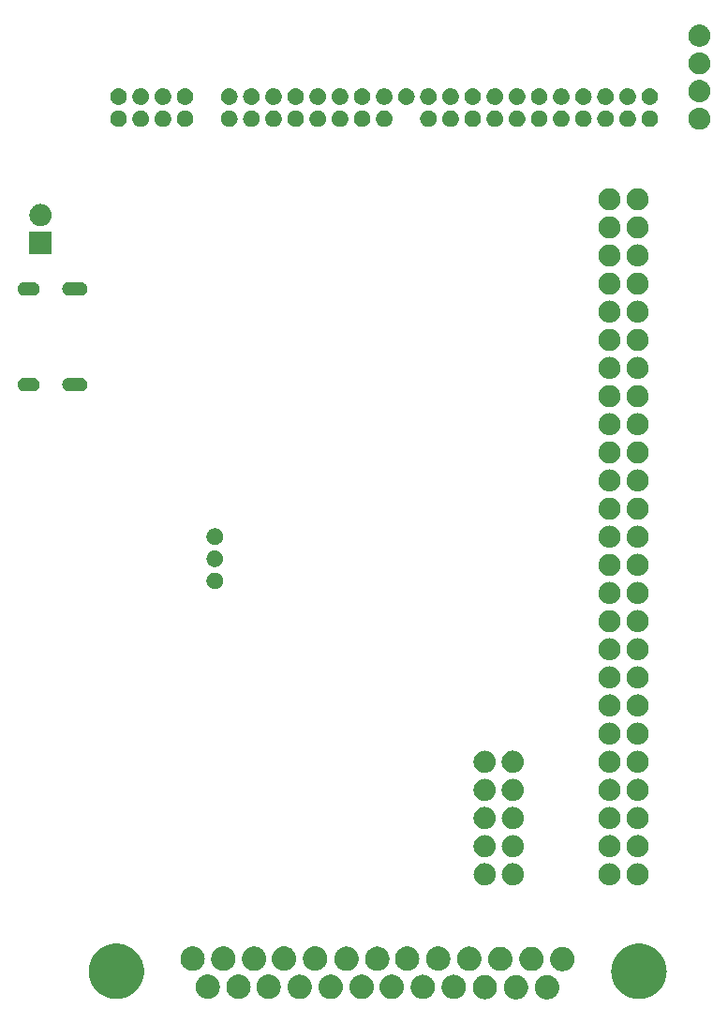
<source format=gbs>
%FSLAX46Y46*%
%MOMM*%
%LPD*%
G01*
%ADD10C,0.050000*%
D10*
%LPC*%
%LPC*%
G36*
X0073062975Y0100354470D02*
G01*
X0073124523Y0100352914D01*
X0073185713Y0100349817D01*
X0073246488Y0100345201D01*
X0073306830Y0100339083D01*
X0073366719Y0100331482D01*
X0073426137Y0100322416D01*
X0073485065Y0100311905D01*
X0073543484Y0100299968D01*
X0073601375Y0100286622D01*
X0073658718Y0100271886D01*
X0073715496Y0100255780D01*
X0073771689Y0100238322D01*
X0073827279Y0100219531D01*
X0073882246Y0100199425D01*
X0073936572Y0100178023D01*
X0073990239Y0100155345D01*
X0074043226Y0100131408D01*
X0074095517Y0100106232D01*
X0074147091Y0100079835D01*
X0074197930Y0100052236D01*
X0074248016Y0100023453D01*
X0074297330Y0099993506D01*
X0074345852Y0099962413D01*
X0074393565Y0099930193D01*
X0074440450Y0099896865D01*
X0074486488Y0099862447D01*
X0074531660Y0099826958D01*
X0074575948Y0099790416D01*
X0074619332Y0099752841D01*
X0074661796Y0099714251D01*
X0074703319Y0099674665D01*
X0074743883Y0099634101D01*
X0074783469Y0099592578D01*
X0074822059Y0099550115D01*
X0074859634Y0099506730D01*
X0074896176Y0099462442D01*
X0074931665Y0099417270D01*
X0074966083Y0099371232D01*
X0074999411Y0099324347D01*
X0075031631Y0099276634D01*
X0075062724Y0099228112D01*
X0075092671Y0099178798D01*
X0075121453Y0099128712D01*
X0075149052Y0099077873D01*
X0075175449Y0099026299D01*
X0075200626Y0098974009D01*
X0075224563Y0098921021D01*
X0075247241Y0098867355D01*
X0075268643Y0098813028D01*
X0075288748Y0098758061D01*
X0075307540Y0098702472D01*
X0075324998Y0098646278D01*
X0075341104Y0098589501D01*
X0075355839Y0098532157D01*
X0075369185Y0098474266D01*
X0075381123Y0098415848D01*
X0075391634Y0098356920D01*
X0075400699Y0098297502D01*
X0075408301Y0098237612D01*
X0075414419Y0098177270D01*
X0075419035Y0098116495D01*
X0075422131Y0098055305D01*
X0075423688Y0097993757D01*
X0075423819Y0097962807D01*
X0075423819Y0006593373D01*
X0075423688Y0006562423D01*
X0075422131Y0006500875D01*
X0075419035Y0006439685D01*
X0075414419Y0006378910D01*
X0075408301Y0006318568D01*
X0075400699Y0006258679D01*
X0075391634Y0006199261D01*
X0075381123Y0006140333D01*
X0075369185Y0006081914D01*
X0075355839Y0006024023D01*
X0075341104Y0005966680D01*
X0075324998Y0005909902D01*
X0075307540Y0005853709D01*
X0075288748Y0005798119D01*
X0075268643Y0005743152D01*
X0075247241Y0005688826D01*
X0075224563Y0005635159D01*
X0075200626Y0005582172D01*
X0075175449Y0005529881D01*
X0075149052Y0005478307D01*
X0075121453Y0005427468D01*
X0075092671Y0005377382D01*
X0075062724Y0005328068D01*
X0075031631Y0005279546D01*
X0074999411Y0005231833D01*
X0074966083Y0005184948D01*
X0074931665Y0005138910D01*
X0074896176Y0005093738D01*
X0074859634Y0005049450D01*
X0074822059Y0005006066D01*
X0074783469Y0004963602D01*
X0074743883Y0004922079D01*
X0074703319Y0004881515D01*
X0074661796Y0004841929D01*
X0074619332Y0004803339D01*
X0074575948Y0004765764D01*
X0074531660Y0004729222D01*
X0074486488Y0004693733D01*
X0074440450Y0004659315D01*
X0074393565Y0004625987D01*
X0074345852Y0004593767D01*
X0074297330Y0004562674D01*
X0074248016Y0004532727D01*
X0074197930Y0004503945D01*
X0074147091Y0004476346D01*
X0074095517Y0004449949D01*
X0074043226Y0004424772D01*
X0073990239Y0004400835D01*
X0073936572Y0004378157D01*
X0073882246Y0004356755D01*
X0073827279Y0004336650D01*
X0073771689Y0004317858D01*
X0073715496Y0004300400D01*
X0073658718Y0004284294D01*
X0073601375Y0004269559D01*
X0073543484Y0004256213D01*
X0073485065Y0004244275D01*
X0073426137Y0004233764D01*
X0073366719Y0004224699D01*
X0073306830Y0004217097D01*
X0073246488Y0004210979D01*
X0073185713Y0004206363D01*
X0073124523Y0004203267D01*
X0073062975Y0004201710D01*
X0073032025Y0004201579D01*
X0026091646Y0004201579D01*
X0026091646Y0004236857D01*
X0073031946Y0004236857D01*
X0073062456Y0004236986D01*
X0073123185Y0004238522D01*
X0073183484Y0004241573D01*
X0073243372Y0004246122D01*
X0073302829Y0004252150D01*
X0073361838Y0004259640D01*
X0073420378Y0004268571D01*
X0073478436Y0004278927D01*
X0073535988Y0004290688D01*
X0073593020Y0004303836D01*
X0073649513Y0004318352D01*
X0073705448Y0004334219D01*
X0073760806Y0004351418D01*
X0073815569Y0004369930D01*
X0073869720Y0004389737D01*
X0073923238Y0004410820D01*
X0073976109Y0004433163D01*
X0074028310Y0004456744D01*
X0074079827Y0004481548D01*
X0074130636Y0004507553D01*
X0074180724Y0004534745D01*
X0074230070Y0004563102D01*
X0074278654Y0004592606D01*
X0074326462Y0004623241D01*
X0074373472Y0004654986D01*
X0074419665Y0004687823D01*
X0074465026Y0004721735D01*
X0074509533Y0004756702D01*
X0074553171Y0004792707D01*
X0074595918Y0004829730D01*
X0074637757Y0004867753D01*
X0074678672Y0004906759D01*
X0074718639Y0004946726D01*
X0074757645Y0004987640D01*
X0074795668Y0005029480D01*
X0074832691Y0005072227D01*
X0074868696Y0005115865D01*
X0074903663Y0005160372D01*
X0074937575Y0005205733D01*
X0074970412Y0005251926D01*
X0075002157Y0005298936D01*
X0075032792Y0005346744D01*
X0075062296Y0005395328D01*
X0075090653Y0005444674D01*
X0075117845Y0005494762D01*
X0075143850Y0005545571D01*
X0075168654Y0005597088D01*
X0075192235Y0005649289D01*
X0075214578Y0005702160D01*
X0075235661Y0005755678D01*
X0075255468Y0005809829D01*
X0075273980Y0005864592D01*
X0075291179Y0005919950D01*
X0075307046Y0005975885D01*
X0075321562Y0006032377D01*
X0075334710Y0006089409D01*
X0075346471Y0006146962D01*
X0075356827Y0006205020D01*
X0075365758Y0006263560D01*
X0075373247Y0006322569D01*
X0075379276Y0006382026D01*
X0075383825Y0006441914D01*
X0075386876Y0006502213D01*
X0075388412Y0006562942D01*
X0075388541Y0006593451D01*
X0075388541Y0097962729D01*
X0075388412Y0097993238D01*
X0075386876Y0098053967D01*
X0075383825Y0098114267D01*
X0075379276Y0098174154D01*
X0075373247Y0098233612D01*
X0075365758Y0098292620D01*
X0075356827Y0098351161D01*
X0075346471Y0098409218D01*
X0075334710Y0098466771D01*
X0075321562Y0098523803D01*
X0075307046Y0098580296D01*
X0075291179Y0098636230D01*
X0075273980Y0098691588D01*
X0075255468Y0098746352D01*
X0075235661Y0098800503D01*
X0075214578Y0098854021D01*
X0075192235Y0098906891D01*
X0075168654Y0098959093D01*
X0075143850Y0099010609D01*
X0075117845Y0099061418D01*
X0075090653Y0099111506D01*
X0075062296Y0099160852D01*
X0075032792Y0099209436D01*
X0075002157Y0099257244D01*
X0074970412Y0099304254D01*
X0074937575Y0099350447D01*
X0074903663Y0099395808D01*
X0074868696Y0099440316D01*
X0074832691Y0099483953D01*
X0074795668Y0099526700D01*
X0074757645Y0099568540D01*
X0074718639Y0099609455D01*
X0074678672Y0099649421D01*
X0074637757Y0099688428D01*
X0074595918Y0099726451D01*
X0074553171Y0099763473D01*
X0074509533Y0099799478D01*
X0074465026Y0099834445D01*
X0074419665Y0099868358D01*
X0074373472Y0099901194D01*
X0074326462Y0099932939D01*
X0074278654Y0099963574D01*
X0074230070Y0099993078D01*
X0074180724Y0100021436D01*
X0074130636Y0100048627D01*
X0074079827Y0100074632D01*
X0074028310Y0100099436D01*
X0073976109Y0100123017D01*
X0073923238Y0100145360D01*
X0073869720Y0100166443D01*
X0073815569Y0100186250D01*
X0073760806Y0100204762D01*
X0073705448Y0100221961D01*
X0073649513Y0100237828D01*
X0073593020Y0100252345D01*
X0073535988Y0100265493D01*
X0073478436Y0100277253D01*
X0073420378Y0100287609D01*
X0073361838Y0100296541D01*
X0073302829Y0100304030D01*
X0073243372Y0100310058D01*
X0073183484Y0100314607D01*
X0073123185Y0100317659D01*
X0073062456Y0100319194D01*
X0073031946Y0100319323D01*
X0067218215Y0100319323D01*
X0067218215Y0096308244D01*
X0026091646Y0096308244D01*
X0026091646Y0096343521D01*
X0067182937Y0096343521D01*
X0067182937Y0100354601D01*
X0073032025Y0100354601D01*
G37*
G36*
X0015857346Y0096343521D02*
G01*
X0026091646Y0096343521D01*
X0026091646Y0096308244D01*
X0015822069Y0096308244D01*
X0015822069Y0100319323D01*
X0009133449Y0100319323D01*
X0009103022Y0100319194D01*
X0009042449Y0100317659D01*
X0008982295Y0100314607D01*
X0008922545Y0100310059D01*
X0008863214Y0100304030D01*
X0008804324Y0100296541D01*
X0008745889Y0100287610D01*
X0008687933Y0100277255D01*
X0008630469Y0100265494D01*
X0008573520Y0100252346D01*
X0008517102Y0100237829D01*
X0008461232Y0100221962D01*
X0008405935Y0100204764D01*
X0008351221Y0100186252D01*
X0008297114Y0100166445D01*
X0008243632Y0100145361D01*
X0008190794Y0100123019D01*
X0008138615Y0100099437D01*
X0008087118Y0100074634D01*
X0008036321Y0100048628D01*
X0007986239Y0100021436D01*
X0007936894Y0099993078D01*
X0007888306Y0099963574D01*
X0007840489Y0099932939D01*
X0007793465Y0099901193D01*
X0007747253Y0099868355D01*
X0007701871Y0099834443D01*
X0007657337Y0099799475D01*
X0007613670Y0099763470D01*
X0007570890Y0099726446D01*
X0007529014Y0099688422D01*
X0007488062Y0099649416D01*
X0007448051Y0099609447D01*
X0007409002Y0099568533D01*
X0007370932Y0099526692D01*
X0007333861Y0099483944D01*
X0007297807Y0099440307D01*
X0007262788Y0099395798D01*
X0007228824Y0099350437D01*
X0007195933Y0099304243D01*
X0007164133Y0099257232D01*
X0007133445Y0099209425D01*
X0007103885Y0099160839D01*
X0007075473Y0099111493D01*
X0007048228Y0099061405D01*
X0007022167Y0099010595D01*
X0006997311Y0098959079D01*
X0006973677Y0098906878D01*
X0006951283Y0098854008D01*
X0006930150Y0098800489D01*
X0006910294Y0098746338D01*
X0006891737Y0098691576D01*
X0006874493Y0098636217D01*
X0006858585Y0098580285D01*
X0006844029Y0098523792D01*
X0006830845Y0098466762D01*
X0006819051Y0098409208D01*
X0006808665Y0098351153D01*
X0006799708Y0098292612D01*
X0006792196Y0098233606D01*
X0006786149Y0098174150D01*
X0006781586Y0098114263D01*
X0006778525Y0098053965D01*
X0006776984Y0097993237D01*
X0006776855Y0097962728D01*
X0006776855Y0063652295D01*
X0006846438Y0063587971D01*
X0006993992Y0063445719D01*
X0007137938Y0063299783D01*
X0007278175Y0063150262D01*
X0007414628Y0062997232D01*
X0007547221Y0062840767D01*
X0007675880Y0062680940D01*
X0007800529Y0062517827D01*
X0007921094Y0062351501D01*
X0008037499Y0062182038D01*
X0008149669Y0062009511D01*
X0008257530Y0061833995D01*
X0008361005Y0061655565D01*
X0008460012Y0061474311D01*
X0008531158Y0061336454D01*
X0008577258Y0061243741D01*
X0008622193Y0061150378D01*
X0008665961Y0061056355D01*
X0008708554Y0060961683D01*
X0008749960Y0060866370D01*
X0008790172Y0060770427D01*
X0008829180Y0060673861D01*
X0008866974Y0060576684D01*
X0008903545Y0060478904D01*
X0008938883Y0060380530D01*
X0008972980Y0060281571D01*
X0009005825Y0060182038D01*
X0009037410Y0060081939D01*
X0009067725Y0059981283D01*
X0009096761Y0059880081D01*
X0009124507Y0059778340D01*
X0009150956Y0059676072D01*
X0009176097Y0059573284D01*
X0009199921Y0059469986D01*
X0009222419Y0059366188D01*
X0009243581Y0059261899D01*
X0009263397Y0059157128D01*
X0009281860Y0059051885D01*
X0009298958Y0058946179D01*
X0009314683Y0058840019D01*
X0009329026Y0058733414D01*
X0009341976Y0058626375D01*
X0009353525Y0058518909D01*
X0009363663Y0058411028D01*
X0009372381Y0058302739D01*
X0009379670Y0058194053D01*
X0009385519Y0058084978D01*
X0009389920Y0057975525D01*
X0009392864Y0057865701D01*
X0009394340Y0057755538D01*
X0009394463Y0057700280D01*
X0009394340Y0057645021D01*
X0009392864Y0057534852D01*
X0009389920Y0057425019D01*
X0009385519Y0057315551D01*
X0009379670Y0057206458D01*
X0009372381Y0057097749D01*
X0009363663Y0056989434D01*
X0009353525Y0056881522D01*
X0009341976Y0056774023D01*
X0009329026Y0056666947D01*
X0009314683Y0056560303D01*
X0009298958Y0056454101D01*
X0009281860Y0056348351D01*
X0009263398Y0056243061D01*
X0009243581Y0056138241D01*
X0009222419Y0056033902D01*
X0009199921Y0055930053D01*
X0009176097Y0055826702D01*
X0009150956Y0055723861D01*
X0009124508Y0055621538D01*
X0009096761Y0055519743D01*
X0009067726Y0055418485D01*
X0009037411Y0055317775D01*
X0009005826Y0055217621D01*
X0008972981Y0055118033D01*
X0008938884Y0055019021D01*
X0008903546Y0054920595D01*
X0008866975Y0054822763D01*
X0008829181Y0054725536D01*
X0008790173Y0054628923D01*
X0008749961Y0054532934D01*
X0008708555Y0054437577D01*
X0008665963Y0054342863D01*
X0008622194Y0054248802D01*
X0008577259Y0054155402D01*
X0008531167Y0054062674D01*
X0008483927Y0053970626D01*
X0008435539Y0053879253D01*
X0008360997Y0053743443D01*
X0008257530Y0053565003D01*
X0008149669Y0053389479D01*
X0008037498Y0053216966D01*
X0007921093Y0053047539D01*
X0007800527Y0052881274D01*
X0007675877Y0052718248D01*
X0007547217Y0052558538D01*
X0007414622Y0052402219D01*
X0007278168Y0052249369D01*
X0007137929Y0052100062D01*
X0006993980Y0051954376D01*
X0006846424Y0051812413D01*
X0006776855Y0051748252D01*
X0006776855Y0044396009D01*
X0006828827Y0044328768D01*
X0006938965Y0044183791D01*
X0007047684Y0044037663D01*
X0007154965Y0043890409D01*
X0007260797Y0043742037D01*
X0007365171Y0043592560D01*
X0007468076Y0043441986D01*
X0007569502Y0043290328D01*
X0007669438Y0043137594D01*
X0007767874Y0042983797D01*
X0007864799Y0042828945D01*
X0007960204Y0042673051D01*
X0008054078Y0042516123D01*
X0008146410Y0042358174D01*
X0008237191Y0042199213D01*
X0008326409Y0042039250D01*
X0008414055Y0041878297D01*
X0008500118Y0041716364D01*
X0008584588Y0041553460D01*
X0008667455Y0041389598D01*
X0008748707Y0041224787D01*
X0008828336Y0041059038D01*
X0008906330Y0040892361D01*
X0008982679Y0040724767D01*
X0009057372Y0040556267D01*
X0009130400Y0040386870D01*
X0009201753Y0040216588D01*
X0009271419Y0040045430D01*
X0009339388Y0039873408D01*
X0009405650Y0039700532D01*
X0009470195Y0039526812D01*
X0009533012Y0039352259D01*
X0009594092Y0039176884D01*
X0009653423Y0039000697D01*
X0009710995Y0038823708D01*
X0009766798Y0038645928D01*
X0009820822Y0038467367D01*
X0009873056Y0038288037D01*
X0009923490Y0038107947D01*
X0009972113Y0037927108D01*
X0010018916Y0037745530D01*
X0010063887Y0037563225D01*
X0010107017Y0037380203D01*
X0010148295Y0037196473D01*
X0010187711Y0037012047D01*
X0010225254Y0036826935D01*
X0010260915Y0036641148D01*
X0010294682Y0036454696D01*
X0010326546Y0036267590D01*
X0010356496Y0036079840D01*
X0010384521Y0035891457D01*
X0010410612Y0035702451D01*
X0010434758Y0035512833D01*
X0010456949Y0035322613D01*
X0010477174Y0035131802D01*
X0010495423Y0034940411D01*
X0010511686Y0034748449D01*
X0010525952Y0034555928D01*
X0010538211Y0034362858D01*
X0010548453Y0034169249D01*
X0010556667Y0033975112D01*
X0010562843Y0033780458D01*
X0010566971Y0033585297D01*
X0010569040Y0033389655D01*
X0010569212Y0033291608D01*
X0010569040Y0033193561D01*
X0010566971Y0032997919D01*
X0010562843Y0032802758D01*
X0010556667Y0032608103D01*
X0010548453Y0032413967D01*
X0010538211Y0032220358D01*
X0010525952Y0032027288D01*
X0010511686Y0031834767D01*
X0010495423Y0031642805D01*
X0010477174Y0031451413D01*
X0010456949Y0031260602D01*
X0010434758Y0031070383D01*
X0010410612Y0030880765D01*
X0010384521Y0030691759D01*
X0010356496Y0030503376D01*
X0010326546Y0030315626D01*
X0010294682Y0030128519D01*
X0010260915Y0029942067D01*
X0010225254Y0029756280D01*
X0010187711Y0029571169D01*
X0010148295Y0029386743D01*
X0010107017Y0029203013D01*
X0010063887Y0029019990D01*
X0010018916Y0028837685D01*
X0009972113Y0028656108D01*
X0009923490Y0028475269D01*
X0009873056Y0028295179D01*
X0009820822Y0028115849D01*
X0009766798Y0027937288D01*
X0009710995Y0027759508D01*
X0009653423Y0027582519D01*
X0009594092Y0027406332D01*
X0009533012Y0027230956D01*
X0009470195Y0027056403D01*
X0009405650Y0026882684D01*
X0009339388Y0026709808D01*
X0009271419Y0026537785D01*
X0009201753Y0026366628D01*
X0009130400Y0026196346D01*
X0009057372Y0026026949D01*
X0008982679Y0025858448D01*
X0008906330Y0025690854D01*
X0008828336Y0025524178D01*
X0008748707Y0025358428D01*
X0008667455Y0025193617D01*
X0008584588Y0025029755D01*
X0008500118Y0024866852D01*
X0008414055Y0024704919D01*
X0008326409Y0024543966D01*
X0008237191Y0024384003D01*
X0008146410Y0024225042D01*
X0008054078Y0024067092D01*
X0007960204Y0023910165D01*
X0007864799Y0023754270D01*
X0007767874Y0023599419D01*
X0007669438Y0023445621D01*
X0007569502Y0023292888D01*
X0007468076Y0023141229D01*
X0007365171Y0022990656D01*
X0007260797Y0022841178D01*
X0007154965Y0022692807D01*
X0007047684Y0022545552D01*
X0006938965Y0022399425D01*
X0006828827Y0022254447D01*
X0006776855Y0022187207D01*
X0006776855Y0006593452D01*
X0006776984Y0006562943D01*
X0006778525Y0006502215D01*
X0006781586Y0006441917D01*
X0006786149Y0006382030D01*
X0006792196Y0006322575D01*
X0006799708Y0006263568D01*
X0006808665Y0006205027D01*
X0006819051Y0006146972D01*
X0006830845Y0006089418D01*
X0006844029Y0006032388D01*
X0006858585Y0005975896D01*
X0006874493Y0005919963D01*
X0006891737Y0005864604D01*
X0006910294Y0005809842D01*
X0006930150Y0005755691D01*
X0006951283Y0005702173D01*
X0006973677Y0005649302D01*
X0006997311Y0005597101D01*
X0007022167Y0005545585D01*
X0007048228Y0005494775D01*
X0007075473Y0005444687D01*
X0007103885Y0005395342D01*
X0007133445Y0005346756D01*
X0007164133Y0005298948D01*
X0007195933Y0005251938D01*
X0007228824Y0005205744D01*
X0007262788Y0005160383D01*
X0007297807Y0005115873D01*
X0007333861Y0005072236D01*
X0007370932Y0005029488D01*
X0007409002Y0004987648D01*
X0007448051Y0004946733D01*
X0007488062Y0004906764D01*
X0007529014Y0004867758D01*
X0007570890Y0004829735D01*
X0007613670Y0004792711D01*
X0007657337Y0004756705D01*
X0007701871Y0004721737D01*
X0007747253Y0004687825D01*
X0007793465Y0004654988D01*
X0007840489Y0004623241D01*
X0007888306Y0004592607D01*
X0007936894Y0004563102D01*
X0007986239Y0004534744D01*
X0008036321Y0004507553D01*
X0008087118Y0004481547D01*
X0008138615Y0004456744D01*
X0008190794Y0004433161D01*
X0008243632Y0004410820D01*
X0008297114Y0004389736D01*
X0008351221Y0004369928D01*
X0008405935Y0004351416D01*
X0008461232Y0004334218D01*
X0008517102Y0004318351D01*
X0008573520Y0004303834D01*
X0008630469Y0004290687D01*
X0008687933Y0004278926D01*
X0008745889Y0004268571D01*
X0008804324Y0004259639D01*
X0008863214Y0004252150D01*
X0008922545Y0004246122D01*
X0008982295Y0004241573D01*
X0009042449Y0004238522D01*
X0009103022Y0004236986D01*
X0009133449Y0004236857D01*
X0026091646Y0004236857D01*
X0026091646Y0004201579D01*
X0009133371Y0004201579D01*
X0009102502Y0004201710D01*
X0009041108Y0004203267D01*
X0008980063Y0004206363D01*
X0008919422Y0004210980D01*
X0008859205Y0004217098D01*
X0008799432Y0004224699D01*
X0008740121Y0004233765D01*
X0008681292Y0004244276D01*
X0008622964Y0004256214D01*
X0008565155Y0004269560D01*
X0008507886Y0004284295D01*
X0008451174Y0004300402D01*
X0008395040Y0004317860D01*
X0008339502Y0004336651D01*
X0008284580Y0004356757D01*
X0008230292Y0004378158D01*
X0008176657Y0004400837D01*
X0008123695Y0004424773D01*
X0008071424Y0004449949D01*
X0008019863Y0004476346D01*
X0007969031Y0004503945D01*
X0007918948Y0004532727D01*
X0007869632Y0004562674D01*
X0007821101Y0004593766D01*
X0007773376Y0004625985D01*
X0007726475Y0004659313D01*
X0007680416Y0004693731D01*
X0007635219Y0004729219D01*
X0007590903Y0004765760D01*
X0007547486Y0004803334D01*
X0007504988Y0004841924D01*
X0007463427Y0004881509D01*
X0007422822Y0004922073D01*
X0007383192Y0004963595D01*
X0007344556Y0005006057D01*
X0007306933Y0005049442D01*
X0007270342Y0005093729D01*
X0007234802Y0005138900D01*
X0007200331Y0005184937D01*
X0007166949Y0005231822D01*
X0007134675Y0005279534D01*
X0007103527Y0005328056D01*
X0007073525Y0005377369D01*
X0007044688Y0005427455D01*
X0007017033Y0005478294D01*
X0006990581Y0005529868D01*
X0006965351Y0005582158D01*
X0006941361Y0005635146D01*
X0006918630Y0005688812D01*
X0006897178Y0005743139D01*
X0006877023Y0005798106D01*
X0006858185Y0005853696D01*
X0006840682Y0005909890D01*
X0006824533Y0005966668D01*
X0006809757Y0006024013D01*
X0006796374Y0006081904D01*
X0006784402Y0006140323D01*
X0006773861Y0006199252D01*
X0006764768Y0006258672D01*
X0006757144Y0006318562D01*
X0006751007Y0006378905D01*
X0006746376Y0006439682D01*
X0006743270Y0006500873D01*
X0006741708Y0006562422D01*
X0006741577Y0006593373D01*
X0006741577Y0022199252D01*
X0006800827Y0022275907D01*
X0006910766Y0022420623D01*
X0007019275Y0022566469D01*
X0007126348Y0022713438D01*
X0007231974Y0022861519D01*
X0007336146Y0023010708D01*
X0007438850Y0023160987D01*
X0007540079Y0023312352D01*
X0007639821Y0023464789D01*
X0007738064Y0023618285D01*
X0007834803Y0023772839D01*
X0007930021Y0023928428D01*
X0008023712Y0024085050D01*
X0008115864Y0024242690D01*
X0008206468Y0024401343D01*
X0008295512Y0024560993D01*
X0008382988Y0024721634D01*
X0008468883Y0024883251D01*
X0008553187Y0025045835D01*
X0008635893Y0025209378D01*
X0008716985Y0025373864D01*
X0008796461Y0025539295D01*
X0008874300Y0025705643D01*
X0008950501Y0025872910D01*
X0009025047Y0026041078D01*
X0009097933Y0026210146D01*
X0009169147Y0026380097D01*
X0009238675Y0026550916D01*
X0009306512Y0026722604D01*
X0009372644Y0026895138D01*
X0009437064Y0027068522D01*
X0009499757Y0027242731D01*
X0009560716Y0027417761D01*
X0009619932Y0027593606D01*
X0009677391Y0027770247D01*
X0009733085Y0027947678D01*
X0009787003Y0028125890D01*
X0009839134Y0028304868D01*
X0009889469Y0028484606D01*
X0009937998Y0028665090D01*
X0009984709Y0028846313D01*
X0010029592Y0029028260D01*
X0010072638Y0029210925D01*
X0010113835Y0029394296D01*
X0010153174Y0029578364D01*
X0010190644Y0029763112D01*
X0010226234Y0029948533D01*
X0010259936Y0030134625D01*
X0010291738Y0030321367D01*
X0010321629Y0030508749D01*
X0010349600Y0030696766D01*
X0010375640Y0030885404D01*
X0010399740Y0031074656D01*
X0010421887Y0031264505D01*
X0010442073Y0031454946D01*
X0010460287Y0031645971D01*
X0010476518Y0031837558D01*
X0010490757Y0032029710D01*
X0010502992Y0032222407D01*
X0010513214Y0032415645D01*
X0010521413Y0032609407D01*
X0010527577Y0032803692D01*
X0010531697Y0032998478D01*
X0010533762Y0033193779D01*
X0010533935Y0033291608D01*
X0010533762Y0033389437D01*
X0010531697Y0033584738D01*
X0010527577Y0033779523D01*
X0010521413Y0033973809D01*
X0010513214Y0034167571D01*
X0010502992Y0034360809D01*
X0010490757Y0034553506D01*
X0010476518Y0034745658D01*
X0010460287Y0034937245D01*
X0010442073Y0035128269D01*
X0010421887Y0035318711D01*
X0010399740Y0035508560D01*
X0010375640Y0035697812D01*
X0010349600Y0035886449D01*
X0010321629Y0036074466D01*
X0010291738Y0036261848D01*
X0010259936Y0036448591D01*
X0010226234Y0036634682D01*
X0010190644Y0036820104D01*
X0010153174Y0037004852D01*
X0010113835Y0037188919D01*
X0010072638Y0037372290D01*
X0010029592Y0037554955D01*
X0009984709Y0037736903D01*
X0009937998Y0037918125D01*
X0009889469Y0038098610D01*
X0009839134Y0038278347D01*
X0009787003Y0038457325D01*
X0009733085Y0038635538D01*
X0009677391Y0038812969D01*
X0009619932Y0038989610D01*
X0009560716Y0039165455D01*
X0009499757Y0039340485D01*
X0009437064Y0039514693D01*
X0009372644Y0039688077D01*
X0009306512Y0039860612D01*
X0009238675Y0040032300D01*
X0009169147Y0040203119D01*
X0009097933Y0040373070D01*
X0009025047Y0040542137D01*
X0008950501Y0040710305D01*
X0008874300Y0040877573D01*
X0008796461Y0041043921D01*
X0008716985Y0041209351D01*
X0008635893Y0041373838D01*
X0008553187Y0041537381D01*
X0008468883Y0041699965D01*
X0008382988Y0041861581D01*
X0008295512Y0042022223D01*
X0008206468Y0042181872D01*
X0008115864Y0042340526D01*
X0008023712Y0042498166D01*
X0007930021Y0042654788D01*
X0007834803Y0042810377D01*
X0007738064Y0042964931D01*
X0007639821Y0043118427D01*
X0007540079Y0043270864D01*
X0007438850Y0043422229D01*
X0007336146Y0043572507D01*
X0007231974Y0043721696D01*
X0007126348Y0043869778D01*
X0007019275Y0044016747D01*
X0006910766Y0044162592D01*
X0006800827Y0044307309D01*
X0006741577Y0044383964D01*
X0006741577Y0051763707D01*
X0006822235Y0051838094D01*
X0006969200Y0051979489D01*
X0007112521Y0052124540D01*
X0007252148Y0052273195D01*
X0007388008Y0052425380D01*
X0007520025Y0052581017D01*
X0007648124Y0052740032D01*
X0007772230Y0052902346D01*
X0007892270Y0053067885D01*
X0008008168Y0053236573D01*
X0008119849Y0053408333D01*
X0008227238Y0053583089D01*
X0008330270Y0053760781D01*
X0008404486Y0053895994D01*
X0008452646Y0053986938D01*
X0008499677Y0054078577D01*
X0008545569Y0054170903D01*
X0008590305Y0054263890D01*
X0008633882Y0054357540D01*
X0008676286Y0054451836D01*
X0008717512Y0054546776D01*
X0008757547Y0054642344D01*
X0008796383Y0054738531D01*
X0008834010Y0054835330D01*
X0008870421Y0054932734D01*
X0008905603Y0055030725D01*
X0008939550Y0055129301D01*
X0008972251Y0055228451D01*
X0009003697Y0055328165D01*
X0009033879Y0055428433D01*
X0009062786Y0055529242D01*
X0009090411Y0055630592D01*
X0009116743Y0055732466D01*
X0009141773Y0055834851D01*
X0009165493Y0055937750D01*
X0009187892Y0056041144D01*
X0009208961Y0056145025D01*
X0009228690Y0056249385D01*
X0009247072Y0056354212D01*
X0009264096Y0056459502D01*
X0009279751Y0056565236D01*
X0009294032Y0056671417D01*
X0009306926Y0056778027D01*
X0009318424Y0056885055D01*
X0009328518Y0056992500D01*
X0009337198Y0057100343D01*
X0009344455Y0057208582D01*
X0009350279Y0057317206D01*
X0009354662Y0057426198D01*
X0009357592Y0057535563D01*
X0009359063Y0057645296D01*
X0009359186Y0057700280D01*
X0009359063Y0057755263D01*
X0009357592Y0057864991D01*
X0009354662Y0057974345D01*
X0009350280Y0058083323D01*
X0009344455Y0058191928D01*
X0009337198Y0058300146D01*
X0009328518Y0058407960D01*
X0009318424Y0058515376D01*
X0009306926Y0058622370D01*
X0009294032Y0058728944D01*
X0009279752Y0058835082D01*
X0009264096Y0058940776D01*
X0009247072Y0059046021D01*
X0009228690Y0059150803D01*
X0009208961Y0059255112D01*
X0009187892Y0059358944D01*
X0009165493Y0059462286D01*
X0009141774Y0059565129D01*
X0009116744Y0059667463D01*
X0009090412Y0059769282D01*
X0009062787Y0059870575D01*
X0009033879Y0059971332D01*
X0009003698Y0060071544D01*
X0008972252Y0060171203D01*
X0008939552Y0060270296D01*
X0008905605Y0060368820D01*
X0008870422Y0060466760D01*
X0008834012Y0060564111D01*
X0008796384Y0060660861D01*
X0008757548Y0060757002D01*
X0008717513Y0060852524D01*
X0008676288Y0060947417D01*
X0008633884Y0061041672D01*
X0008590307Y0061135284D01*
X0008545568Y0061228239D01*
X0008499688Y0061320510D01*
X0008428853Y0061457763D01*
X0008330262Y0061638257D01*
X0008227238Y0061815908D01*
X0008119849Y0061990658D01*
X0008008167Y0062162433D01*
X0007892268Y0062331159D01*
X0007772228Y0062496762D01*
X0007648121Y0062659165D01*
X0007520019Y0062818299D01*
X0007388003Y0062974085D01*
X0007252140Y0063126453D01*
X0007112510Y0063275326D01*
X0006969188Y0063420630D01*
X0006822220Y0063562316D01*
X0006741577Y0063636864D01*
X0006741577Y0097962807D01*
X0006741708Y0097993758D01*
X0006743270Y0098055307D01*
X0006746376Y0098116498D01*
X0006751007Y0098177275D01*
X0006757144Y0098237618D01*
X0006764768Y0098297509D01*
X0006773861Y0098356928D01*
X0006784402Y0098415857D01*
X0006796374Y0098474276D01*
X0006809757Y0098532168D01*
X0006824533Y0098589512D01*
X0006840682Y0098646290D01*
X0006858185Y0098702484D01*
X0006877023Y0098758074D01*
X0006897178Y0098813042D01*
X0006918630Y0098867368D01*
X0006941361Y0098921034D01*
X0006965351Y0098974022D01*
X0006990581Y0099026312D01*
X0007017033Y0099077886D01*
X0007044688Y0099128725D01*
X0007073525Y0099178811D01*
X0007103527Y0099228124D01*
X0007134675Y0099276646D01*
X0007166949Y0099324359D01*
X0007200331Y0099371243D01*
X0007234802Y0099417280D01*
X0007270342Y0099462451D01*
X0007306933Y0099506739D01*
X0007344556Y0099550123D01*
X0007383192Y0099592585D01*
X0007422822Y0099634108D01*
X0007463427Y0099674671D01*
X0007504988Y0099714257D01*
X0007547486Y0099752846D01*
X0007590903Y0099790420D01*
X0007635219Y0099826961D01*
X0007680416Y0099862450D01*
X0007726475Y0099896867D01*
X0007773376Y0099930195D01*
X0007821101Y0099962414D01*
X0007869632Y0099993507D01*
X0007918948Y0100023453D01*
X0007969031Y0100052235D01*
X0008019863Y0100079834D01*
X0008071424Y0100106231D01*
X0008123695Y0100131407D01*
X0008176657Y0100155343D01*
X0008230292Y0100178022D01*
X0008284580Y0100199423D01*
X0008339502Y0100219529D01*
X0008395040Y0100238321D01*
X0008451174Y0100255779D01*
X0008507886Y0100271885D01*
X0008565155Y0100286620D01*
X0008622964Y0100299967D01*
X0008681292Y0100311904D01*
X0008740121Y0100322416D01*
X0008799432Y0100331481D01*
X0008859205Y0100339082D01*
X0008919422Y0100345201D01*
X0008980063Y0100349817D01*
X0009041108Y0100352914D01*
X0009102502Y0100354470D01*
X0009133371Y0100354601D01*
X0015857346Y0100354601D01*
G37*
%LPD*%
G36*
X0011398239Y0078422427D02*
G01*
X0009401519Y0078422427D01*
X0009401519Y0080419147D01*
X0011398239Y0080419147D01*
G37*
%LPD*%
G36*
X0065480798Y0091404473D02*
G01*
X0065519220Y0091402525D01*
X0065557110Y0091398677D01*
X0065594423Y0091392976D01*
X0065631109Y0091385469D01*
X0065667123Y0091376203D01*
X0065702416Y0091365225D01*
X0065736943Y0091352584D01*
X0065770654Y0091338325D01*
X0065803505Y0091322496D01*
X0065835446Y0091305144D01*
X0065866431Y0091286318D01*
X0065896412Y0091266062D01*
X0065925344Y0091244426D01*
X0065953177Y0091221456D01*
X0065979865Y0091197199D01*
X0066005362Y0091171703D01*
X0066029618Y0091145015D01*
X0066052588Y0091117181D01*
X0066074225Y0091088250D01*
X0066094480Y0091058268D01*
X0066113307Y0091027283D01*
X0066130658Y0090995342D01*
X0066146487Y0090962492D01*
X0066160746Y0090928780D01*
X0066173388Y0090894254D01*
X0066184365Y0090858960D01*
X0066193631Y0090822947D01*
X0066201138Y0090786260D01*
X0066206839Y0090748948D01*
X0066210688Y0090711057D01*
X0066212635Y0090672636D01*
X0066212799Y0090653221D01*
X0066212635Y0090633806D01*
X0066210688Y0090595385D01*
X0066206839Y0090557494D01*
X0066201138Y0090520182D01*
X0066193631Y0090483495D01*
X0066184365Y0090447482D01*
X0066173388Y0090412188D01*
X0066160746Y0090377662D01*
X0066146487Y0090343950D01*
X0066130658Y0090311100D01*
X0066113307Y0090279159D01*
X0066094480Y0090248174D01*
X0066074225Y0090218192D01*
X0066052588Y0090189261D01*
X0066029618Y0090161427D01*
X0066005362Y0090134739D01*
X0065979865Y0090109243D01*
X0065953177Y0090084986D01*
X0065925344Y0090062016D01*
X0065896412Y0090040380D01*
X0065866431Y0090020125D01*
X0065835446Y0090001298D01*
X0065803505Y0089983946D01*
X0065770654Y0089968117D01*
X0065736943Y0089953858D01*
X0065702416Y0089941217D01*
X0065667123Y0089930239D01*
X0065631109Y0089920973D01*
X0065594423Y0089913466D01*
X0065557110Y0089907765D01*
X0065519220Y0089903917D01*
X0065480798Y0089901969D01*
X0065461383Y0089901805D01*
X0065441969Y0089901969D01*
X0065403547Y0089903917D01*
X0065365656Y0089907765D01*
X0065328344Y0089913466D01*
X0065291658Y0089920973D01*
X0065255644Y0089930239D01*
X0065220350Y0089941217D01*
X0065185824Y0089953858D01*
X0065152112Y0089968117D01*
X0065119262Y0089983946D01*
X0065087321Y0090001298D01*
X0065056336Y0090020125D01*
X0065026354Y0090040380D01*
X0064997423Y0090062016D01*
X0064969590Y0090084986D01*
X0064942901Y0090109243D01*
X0064917405Y0090134739D01*
X0064893149Y0090161427D01*
X0064870178Y0090189261D01*
X0064848542Y0090218192D01*
X0064828287Y0090248174D01*
X0064809460Y0090279159D01*
X0064792108Y0090311100D01*
X0064776280Y0090343950D01*
X0064762021Y0090377662D01*
X0064749379Y0090412188D01*
X0064738402Y0090447482D01*
X0064729136Y0090483495D01*
X0064721628Y0090520182D01*
X0064715927Y0090557494D01*
X0064712079Y0090595385D01*
X0064710132Y0090633806D01*
X0064709967Y0090653221D01*
X0064710132Y0090672636D01*
X0064712079Y0090711057D01*
X0064715927Y0090748948D01*
X0064721628Y0090786260D01*
X0064729136Y0090822947D01*
X0064738402Y0090858960D01*
X0064749379Y0090894254D01*
X0064762021Y0090928780D01*
X0064776280Y0090962492D01*
X0064792108Y0090995342D01*
X0064809460Y0091027283D01*
X0064828287Y0091058268D01*
X0064848542Y0091088250D01*
X0064870178Y0091117181D01*
X0064893149Y0091145015D01*
X0064917405Y0091171703D01*
X0064942901Y0091197199D01*
X0064969590Y0091221456D01*
X0064997423Y0091244426D01*
X0065026354Y0091266062D01*
X0065056336Y0091286318D01*
X0065087321Y0091305144D01*
X0065119262Y0091322496D01*
X0065152112Y0091338325D01*
X0065185824Y0091352584D01*
X0065220350Y0091365225D01*
X0065255644Y0091376203D01*
X0065291658Y0091385469D01*
X0065328344Y0091392976D01*
X0065365656Y0091398677D01*
X0065403547Y0091402525D01*
X0065441969Y0091404473D01*
X0065461383Y0091404637D01*
G37*
%LPD*%
G36*
X0063480550Y0091404473D02*
G01*
X0063518972Y0091402525D01*
X0063556862Y0091398677D01*
X0063594174Y0091392976D01*
X0063630861Y0091385469D01*
X0063666875Y0091376203D01*
X0063702168Y0091365225D01*
X0063736695Y0091352584D01*
X0063770406Y0091338325D01*
X0063803256Y0091322496D01*
X0063835198Y0091305144D01*
X0063866183Y0091286318D01*
X0063896164Y0091266062D01*
X0063925095Y0091244426D01*
X0063952929Y0091221456D01*
X0063979617Y0091197199D01*
X0064005113Y0091171703D01*
X0064029370Y0091145015D01*
X0064052340Y0091117181D01*
X0064073977Y0091088250D01*
X0064094232Y0091058268D01*
X0064113059Y0091027283D01*
X0064130410Y0090995342D01*
X0064146239Y0090962492D01*
X0064160498Y0090928780D01*
X0064173140Y0090894254D01*
X0064184117Y0090858960D01*
X0064193383Y0090822947D01*
X0064200890Y0090786260D01*
X0064206591Y0090748948D01*
X0064210439Y0090711057D01*
X0064212387Y0090672636D01*
X0064212551Y0090653221D01*
X0064212387Y0090633806D01*
X0064210439Y0090595385D01*
X0064206591Y0090557494D01*
X0064200890Y0090520182D01*
X0064193383Y0090483495D01*
X0064184117Y0090447482D01*
X0064173140Y0090412188D01*
X0064160498Y0090377662D01*
X0064146239Y0090343950D01*
X0064130410Y0090311100D01*
X0064113059Y0090279159D01*
X0064094232Y0090248174D01*
X0064073977Y0090218192D01*
X0064052340Y0090189261D01*
X0064029370Y0090161427D01*
X0064005113Y0090134739D01*
X0063979617Y0090109243D01*
X0063952929Y0090084986D01*
X0063925095Y0090062016D01*
X0063896164Y0090040380D01*
X0063866183Y0090020125D01*
X0063835198Y0090001298D01*
X0063803256Y0089983946D01*
X0063770406Y0089968117D01*
X0063736695Y0089953858D01*
X0063702168Y0089941217D01*
X0063666875Y0089930239D01*
X0063630861Y0089920973D01*
X0063594174Y0089913466D01*
X0063556862Y0089907765D01*
X0063518972Y0089903917D01*
X0063480550Y0089901969D01*
X0063461135Y0089901805D01*
X0063441721Y0089901969D01*
X0063403299Y0089903917D01*
X0063365408Y0089907765D01*
X0063328096Y0089913466D01*
X0063291410Y0089920973D01*
X0063255396Y0089930239D01*
X0063220102Y0089941217D01*
X0063185576Y0089953858D01*
X0063151864Y0089968117D01*
X0063119014Y0089983946D01*
X0063087073Y0090001298D01*
X0063056088Y0090020125D01*
X0063026106Y0090040380D01*
X0062997175Y0090062016D01*
X0062969342Y0090084986D01*
X0062942653Y0090109243D01*
X0062917157Y0090134739D01*
X0062892900Y0090161427D01*
X0062869930Y0090189261D01*
X0062848294Y0090218192D01*
X0062828039Y0090248174D01*
X0062809212Y0090279159D01*
X0062791860Y0090311100D01*
X0062776032Y0090343950D01*
X0062761773Y0090377662D01*
X0062749131Y0090412188D01*
X0062738153Y0090447482D01*
X0062728887Y0090483495D01*
X0062721380Y0090520182D01*
X0062715679Y0090557494D01*
X0062711831Y0090595385D01*
X0062709884Y0090633806D01*
X0062709719Y0090653221D01*
X0062709884Y0090672636D01*
X0062711831Y0090711057D01*
X0062715679Y0090748948D01*
X0062721380Y0090786260D01*
X0062728887Y0090822947D01*
X0062738153Y0090858960D01*
X0062749131Y0090894254D01*
X0062761773Y0090928780D01*
X0062776032Y0090962492D01*
X0062791860Y0090995342D01*
X0062809212Y0091027283D01*
X0062828039Y0091058268D01*
X0062848294Y0091088250D01*
X0062869930Y0091117181D01*
X0062892900Y0091145015D01*
X0062917157Y0091171703D01*
X0062942653Y0091197199D01*
X0062969342Y0091221456D01*
X0062997175Y0091244426D01*
X0063026106Y0091266062D01*
X0063056088Y0091286318D01*
X0063087073Y0091305144D01*
X0063119014Y0091322496D01*
X0063151864Y0091338325D01*
X0063185576Y0091352584D01*
X0063220102Y0091365225D01*
X0063255396Y0091376203D01*
X0063291410Y0091385469D01*
X0063328096Y0091392976D01*
X0063365408Y0091398677D01*
X0063403299Y0091402525D01*
X0063441721Y0091404473D01*
X0063461135Y0091404637D01*
G37*
%LPD*%
G36*
X0065480798Y0093404721D02*
G01*
X0065519220Y0093402773D01*
X0065557110Y0093398925D01*
X0065594423Y0093393224D01*
X0065631109Y0093385717D01*
X0065667123Y0093376451D01*
X0065702416Y0093365474D01*
X0065736943Y0093352832D01*
X0065770654Y0093338573D01*
X0065803505Y0093322744D01*
X0065835446Y0093305393D01*
X0065866431Y0093286566D01*
X0065896412Y0093266310D01*
X0065925344Y0093244674D01*
X0065953177Y0093221704D01*
X0065979865Y0093197447D01*
X0066005362Y0093171951D01*
X0066029618Y0093145263D01*
X0066052588Y0093117429D01*
X0066074225Y0093088498D01*
X0066094480Y0093058517D01*
X0066113307Y0093027532D01*
X0066130658Y0092995590D01*
X0066146487Y0092962740D01*
X0066160746Y0092929028D01*
X0066173388Y0092894502D01*
X0066184365Y0092859209D01*
X0066193631Y0092823195D01*
X0066201138Y0092786508D01*
X0066206839Y0092749196D01*
X0066210688Y0092711306D01*
X0066212635Y0092672884D01*
X0066212799Y0092653469D01*
X0066212635Y0092634055D01*
X0066210688Y0092595633D01*
X0066206839Y0092557742D01*
X0066201138Y0092520430D01*
X0066193631Y0092483743D01*
X0066184365Y0092447730D01*
X0066173388Y0092412436D01*
X0066160746Y0092377910D01*
X0066146487Y0092344198D01*
X0066130658Y0092311348D01*
X0066113307Y0092279407D01*
X0066094480Y0092248422D01*
X0066074225Y0092218440D01*
X0066052588Y0092189509D01*
X0066029618Y0092161676D01*
X0066005362Y0092134987D01*
X0065979865Y0092109491D01*
X0065953177Y0092085234D01*
X0065925344Y0092062264D01*
X0065896412Y0092040628D01*
X0065866431Y0092020373D01*
X0065835446Y0092001546D01*
X0065803505Y0091984194D01*
X0065770654Y0091968365D01*
X0065736943Y0091954107D01*
X0065702416Y0091941465D01*
X0065667123Y0091930487D01*
X0065631109Y0091921221D01*
X0065594423Y0091913714D01*
X0065557110Y0091908013D01*
X0065519220Y0091904165D01*
X0065480798Y0091902217D01*
X0065461383Y0091902053D01*
X0065441969Y0091902217D01*
X0065403547Y0091904165D01*
X0065365656Y0091908013D01*
X0065328344Y0091913714D01*
X0065291658Y0091921221D01*
X0065255644Y0091930487D01*
X0065220350Y0091941465D01*
X0065185824Y0091954107D01*
X0065152112Y0091968365D01*
X0065119262Y0091984194D01*
X0065087321Y0092001546D01*
X0065056336Y0092020373D01*
X0065026354Y0092040628D01*
X0064997423Y0092062264D01*
X0064969590Y0092085234D01*
X0064942901Y0092109491D01*
X0064917405Y0092134987D01*
X0064893149Y0092161676D01*
X0064870178Y0092189509D01*
X0064848542Y0092218440D01*
X0064828287Y0092248422D01*
X0064809460Y0092279407D01*
X0064792108Y0092311348D01*
X0064776280Y0092344198D01*
X0064762021Y0092377910D01*
X0064749379Y0092412436D01*
X0064738402Y0092447730D01*
X0064729136Y0092483743D01*
X0064721628Y0092520430D01*
X0064715927Y0092557742D01*
X0064712079Y0092595633D01*
X0064710132Y0092634055D01*
X0064709967Y0092653469D01*
X0064710132Y0092672884D01*
X0064712079Y0092711306D01*
X0064715927Y0092749196D01*
X0064721628Y0092786508D01*
X0064729136Y0092823195D01*
X0064738402Y0092859209D01*
X0064749379Y0092894502D01*
X0064762021Y0092929028D01*
X0064776280Y0092962740D01*
X0064792108Y0092995590D01*
X0064809460Y0093027532D01*
X0064828287Y0093058517D01*
X0064848542Y0093088498D01*
X0064870178Y0093117429D01*
X0064893149Y0093145263D01*
X0064917405Y0093171951D01*
X0064942901Y0093197447D01*
X0064969590Y0093221704D01*
X0064997423Y0093244674D01*
X0065026354Y0093266310D01*
X0065056336Y0093286566D01*
X0065087321Y0093305393D01*
X0065119262Y0093322744D01*
X0065152112Y0093338573D01*
X0065185824Y0093352832D01*
X0065220350Y0093365474D01*
X0065255644Y0093376451D01*
X0065291658Y0093385717D01*
X0065328344Y0093393224D01*
X0065365656Y0093398925D01*
X0065403547Y0093402773D01*
X0065441969Y0093404721D01*
X0065461383Y0093404885D01*
G37*
%LPD*%
G36*
X0063480550Y0093404721D02*
G01*
X0063518972Y0093402773D01*
X0063556862Y0093398925D01*
X0063594174Y0093393224D01*
X0063630861Y0093385717D01*
X0063666875Y0093376451D01*
X0063702168Y0093365474D01*
X0063736695Y0093352832D01*
X0063770406Y0093338573D01*
X0063803256Y0093322744D01*
X0063835198Y0093305393D01*
X0063866183Y0093286566D01*
X0063896164Y0093266310D01*
X0063925095Y0093244674D01*
X0063952929Y0093221704D01*
X0063979617Y0093197447D01*
X0064005113Y0093171951D01*
X0064029370Y0093145263D01*
X0064052340Y0093117429D01*
X0064073977Y0093088498D01*
X0064094232Y0093058517D01*
X0064113059Y0093027532D01*
X0064130410Y0092995590D01*
X0064146239Y0092962740D01*
X0064160498Y0092929028D01*
X0064173140Y0092894502D01*
X0064184117Y0092859209D01*
X0064193383Y0092823195D01*
X0064200890Y0092786508D01*
X0064206591Y0092749196D01*
X0064210439Y0092711306D01*
X0064212387Y0092672884D01*
X0064212551Y0092653469D01*
X0064212387Y0092634055D01*
X0064210439Y0092595633D01*
X0064206591Y0092557742D01*
X0064200890Y0092520430D01*
X0064193383Y0092483743D01*
X0064184117Y0092447730D01*
X0064173140Y0092412436D01*
X0064160498Y0092377910D01*
X0064146239Y0092344198D01*
X0064130410Y0092311348D01*
X0064113059Y0092279407D01*
X0064094232Y0092248422D01*
X0064073977Y0092218440D01*
X0064052340Y0092189509D01*
X0064029370Y0092161676D01*
X0064005113Y0092134987D01*
X0063979617Y0092109491D01*
X0063952929Y0092085234D01*
X0063925095Y0092062264D01*
X0063896164Y0092040628D01*
X0063866183Y0092020373D01*
X0063835198Y0092001546D01*
X0063803256Y0091984194D01*
X0063770406Y0091968365D01*
X0063736695Y0091954107D01*
X0063702168Y0091941465D01*
X0063666875Y0091930487D01*
X0063630861Y0091921221D01*
X0063594174Y0091913714D01*
X0063556862Y0091908013D01*
X0063518972Y0091904165D01*
X0063480550Y0091902217D01*
X0063461135Y0091902053D01*
X0063441721Y0091902217D01*
X0063403299Y0091904165D01*
X0063365408Y0091908013D01*
X0063328096Y0091913714D01*
X0063291410Y0091921221D01*
X0063255396Y0091930487D01*
X0063220102Y0091941465D01*
X0063185576Y0091954107D01*
X0063151864Y0091968365D01*
X0063119014Y0091984194D01*
X0063087073Y0092001546D01*
X0063056088Y0092020373D01*
X0063026106Y0092040628D01*
X0062997175Y0092062264D01*
X0062969342Y0092085234D01*
X0062942653Y0092109491D01*
X0062917157Y0092134987D01*
X0062892900Y0092161676D01*
X0062869930Y0092189509D01*
X0062848294Y0092218440D01*
X0062828039Y0092248422D01*
X0062809212Y0092279407D01*
X0062791860Y0092311348D01*
X0062776032Y0092344198D01*
X0062761773Y0092377910D01*
X0062749131Y0092412436D01*
X0062738153Y0092447730D01*
X0062728887Y0092483743D01*
X0062721380Y0092520430D01*
X0062715679Y0092557742D01*
X0062711831Y0092595633D01*
X0062709884Y0092634055D01*
X0062709719Y0092653469D01*
X0062709884Y0092672884D01*
X0062711831Y0092711306D01*
X0062715679Y0092749196D01*
X0062721380Y0092786508D01*
X0062728887Y0092823195D01*
X0062738153Y0092859209D01*
X0062749131Y0092894502D01*
X0062761773Y0092929028D01*
X0062776032Y0092962740D01*
X0062791860Y0092995590D01*
X0062809212Y0093027532D01*
X0062828039Y0093058517D01*
X0062848294Y0093088498D01*
X0062869930Y0093117429D01*
X0062892900Y0093145263D01*
X0062917157Y0093171951D01*
X0062942653Y0093197447D01*
X0062969342Y0093221704D01*
X0062997175Y0093244674D01*
X0063026106Y0093266310D01*
X0063056088Y0093286566D01*
X0063087073Y0093305393D01*
X0063119014Y0093322744D01*
X0063151864Y0093338573D01*
X0063185576Y0093352832D01*
X0063220102Y0093365474D01*
X0063255396Y0093376451D01*
X0063291410Y0093385717D01*
X0063328096Y0093393224D01*
X0063365408Y0093398925D01*
X0063403299Y0093402773D01*
X0063441721Y0093404721D01*
X0063461135Y0093404885D01*
G37*
%LPD*%
G36*
X0061480302Y0091404473D02*
G01*
X0061518724Y0091402525D01*
X0061556614Y0091398677D01*
X0061593926Y0091392976D01*
X0061630613Y0091385469D01*
X0061666626Y0091376203D01*
X0061701920Y0091365225D01*
X0061736446Y0091352584D01*
X0061770158Y0091338325D01*
X0061803008Y0091322496D01*
X0061834949Y0091305144D01*
X0061865935Y0091286318D01*
X0061895916Y0091266062D01*
X0061924847Y0091244426D01*
X0061952681Y0091221456D01*
X0061979369Y0091197199D01*
X0062004865Y0091171703D01*
X0062029122Y0091145015D01*
X0062052092Y0091117181D01*
X0062073728Y0091088250D01*
X0062093984Y0091058268D01*
X0062112811Y0091027283D01*
X0062130162Y0090995342D01*
X0062145991Y0090962492D01*
X0062160250Y0090928780D01*
X0062172892Y0090894254D01*
X0062183869Y0090858960D01*
X0062193135Y0090822947D01*
X0062200642Y0090786260D01*
X0062206343Y0090748948D01*
X0062210191Y0090711057D01*
X0062212139Y0090672636D01*
X0062212303Y0090653221D01*
X0062212139Y0090633806D01*
X0062210191Y0090595385D01*
X0062206343Y0090557494D01*
X0062200642Y0090520182D01*
X0062193135Y0090483495D01*
X0062183869Y0090447482D01*
X0062172892Y0090412188D01*
X0062160250Y0090377662D01*
X0062145991Y0090343950D01*
X0062130162Y0090311100D01*
X0062112811Y0090279159D01*
X0062093984Y0090248174D01*
X0062073728Y0090218192D01*
X0062052092Y0090189261D01*
X0062029122Y0090161427D01*
X0062004865Y0090134739D01*
X0061979369Y0090109243D01*
X0061952681Y0090084986D01*
X0061924847Y0090062016D01*
X0061895916Y0090040380D01*
X0061865935Y0090020125D01*
X0061834949Y0090001298D01*
X0061803008Y0089983946D01*
X0061770158Y0089968117D01*
X0061736446Y0089953858D01*
X0061701920Y0089941217D01*
X0061666626Y0089930239D01*
X0061630613Y0089920973D01*
X0061593926Y0089913466D01*
X0061556614Y0089907765D01*
X0061518724Y0089903917D01*
X0061480302Y0089901969D01*
X0061460887Y0089901805D01*
X0061441473Y0089901969D01*
X0061403051Y0089903917D01*
X0061365160Y0089907765D01*
X0061327848Y0089913466D01*
X0061291161Y0089920973D01*
X0061255148Y0089930239D01*
X0061219854Y0089941217D01*
X0061185328Y0089953858D01*
X0061151616Y0089968117D01*
X0061118766Y0089983946D01*
X0061086825Y0090001298D01*
X0061055840Y0090020125D01*
X0061025858Y0090040380D01*
X0060996927Y0090062016D01*
X0060969094Y0090084986D01*
X0060942405Y0090109243D01*
X0060916909Y0090134739D01*
X0060892652Y0090161427D01*
X0060869682Y0090189261D01*
X0060848046Y0090218192D01*
X0060827791Y0090248174D01*
X0060808964Y0090279159D01*
X0060791612Y0090311100D01*
X0060775783Y0090343950D01*
X0060761525Y0090377662D01*
X0060748883Y0090412188D01*
X0060737905Y0090447482D01*
X0060728639Y0090483495D01*
X0060721132Y0090520182D01*
X0060715431Y0090557494D01*
X0060711583Y0090595385D01*
X0060709635Y0090633806D01*
X0060709471Y0090653221D01*
X0060709635Y0090672636D01*
X0060711583Y0090711057D01*
X0060715431Y0090748948D01*
X0060721132Y0090786260D01*
X0060728639Y0090822947D01*
X0060737905Y0090858960D01*
X0060748883Y0090894254D01*
X0060761525Y0090928780D01*
X0060775783Y0090962492D01*
X0060791612Y0090995342D01*
X0060808964Y0091027283D01*
X0060827791Y0091058268D01*
X0060848046Y0091088250D01*
X0060869682Y0091117181D01*
X0060892652Y0091145015D01*
X0060916909Y0091171703D01*
X0060942405Y0091197199D01*
X0060969094Y0091221456D01*
X0060996927Y0091244426D01*
X0061025858Y0091266062D01*
X0061055840Y0091286318D01*
X0061086825Y0091305144D01*
X0061118766Y0091322496D01*
X0061151616Y0091338325D01*
X0061185328Y0091352584D01*
X0061219854Y0091365225D01*
X0061255148Y0091376203D01*
X0061291161Y0091385469D01*
X0061327848Y0091392976D01*
X0061365160Y0091398677D01*
X0061403051Y0091402525D01*
X0061441473Y0091404473D01*
X0061460887Y0091404637D01*
G37*
%LPD*%
G36*
X0059480054Y0091404473D02*
G01*
X0059518475Y0091402525D01*
X0059556366Y0091398677D01*
X0059593678Y0091392976D01*
X0059630365Y0091385469D01*
X0059666378Y0091376203D01*
X0059701672Y0091365225D01*
X0059736198Y0091352584D01*
X0059769910Y0091338325D01*
X0059802760Y0091322496D01*
X0059834701Y0091305144D01*
X0059865686Y0091286318D01*
X0059895668Y0091266062D01*
X0059924599Y0091244426D01*
X0059952433Y0091221456D01*
X0059979121Y0091197199D01*
X0060004617Y0091171703D01*
X0060028874Y0091145015D01*
X0060051844Y0091117181D01*
X0060073480Y0091088250D01*
X0060093735Y0091058268D01*
X0060112562Y0091027283D01*
X0060129914Y0090995342D01*
X0060145743Y0090962492D01*
X0060160002Y0090928780D01*
X0060172643Y0090894254D01*
X0060183621Y0090858960D01*
X0060192887Y0090822947D01*
X0060200394Y0090786260D01*
X0060206095Y0090748948D01*
X0060209943Y0090711057D01*
X0060211891Y0090672636D01*
X0060212055Y0090653221D01*
X0060211891Y0090633806D01*
X0060209943Y0090595385D01*
X0060206095Y0090557494D01*
X0060200394Y0090520182D01*
X0060192887Y0090483495D01*
X0060183621Y0090447482D01*
X0060172643Y0090412188D01*
X0060160002Y0090377662D01*
X0060145743Y0090343950D01*
X0060129914Y0090311100D01*
X0060112562Y0090279159D01*
X0060093735Y0090248174D01*
X0060073480Y0090218192D01*
X0060051844Y0090189261D01*
X0060028874Y0090161427D01*
X0060004617Y0090134739D01*
X0059979121Y0090109243D01*
X0059952433Y0090084986D01*
X0059924599Y0090062016D01*
X0059895668Y0090040380D01*
X0059865686Y0090020125D01*
X0059834701Y0090001298D01*
X0059802760Y0089983946D01*
X0059769910Y0089968117D01*
X0059736198Y0089953858D01*
X0059701672Y0089941217D01*
X0059666378Y0089930239D01*
X0059630365Y0089920973D01*
X0059593678Y0089913466D01*
X0059556366Y0089907765D01*
X0059518475Y0089903917D01*
X0059480054Y0089901969D01*
X0059460639Y0089901805D01*
X0059441224Y0089901969D01*
X0059402803Y0089903917D01*
X0059364912Y0089907765D01*
X0059327600Y0089913466D01*
X0059290913Y0089920973D01*
X0059254900Y0089930239D01*
X0059219606Y0089941217D01*
X0059185080Y0089953858D01*
X0059151368Y0089968117D01*
X0059118518Y0089983946D01*
X0059086577Y0090001298D01*
X0059055592Y0090020125D01*
X0059025610Y0090040380D01*
X0058996679Y0090062016D01*
X0058968845Y0090084986D01*
X0058942157Y0090109243D01*
X0058916661Y0090134739D01*
X0058892404Y0090161427D01*
X0058869434Y0090189261D01*
X0058847798Y0090218192D01*
X0058827543Y0090248174D01*
X0058808716Y0090279159D01*
X0058791364Y0090311100D01*
X0058775535Y0090343950D01*
X0058761276Y0090377662D01*
X0058748635Y0090412188D01*
X0058737657Y0090447482D01*
X0058728391Y0090483495D01*
X0058720884Y0090520182D01*
X0058715183Y0090557494D01*
X0058711335Y0090595385D01*
X0058709387Y0090633806D01*
X0058709223Y0090653221D01*
X0058709387Y0090672636D01*
X0058711335Y0090711057D01*
X0058715183Y0090748948D01*
X0058720884Y0090786260D01*
X0058728391Y0090822947D01*
X0058737657Y0090858960D01*
X0058748635Y0090894254D01*
X0058761276Y0090928780D01*
X0058775535Y0090962492D01*
X0058791364Y0090995342D01*
X0058808716Y0091027283D01*
X0058827543Y0091058268D01*
X0058847798Y0091088250D01*
X0058869434Y0091117181D01*
X0058892404Y0091145015D01*
X0058916661Y0091171703D01*
X0058942157Y0091197199D01*
X0058968845Y0091221456D01*
X0058996679Y0091244426D01*
X0059025610Y0091266062D01*
X0059055592Y0091286318D01*
X0059086577Y0091305144D01*
X0059118518Y0091322496D01*
X0059151368Y0091338325D01*
X0059185080Y0091352584D01*
X0059219606Y0091365225D01*
X0059254900Y0091376203D01*
X0059290913Y0091385469D01*
X0059327600Y0091392976D01*
X0059364912Y0091398677D01*
X0059402803Y0091402525D01*
X0059441224Y0091404473D01*
X0059460639Y0091404637D01*
G37*
%LPD*%
G36*
X0061480302Y0093404721D02*
G01*
X0061518724Y0093402773D01*
X0061556614Y0093398925D01*
X0061593926Y0093393224D01*
X0061630613Y0093385717D01*
X0061666626Y0093376451D01*
X0061701920Y0093365474D01*
X0061736446Y0093352832D01*
X0061770158Y0093338573D01*
X0061803008Y0093322744D01*
X0061834949Y0093305393D01*
X0061865935Y0093286566D01*
X0061895916Y0093266310D01*
X0061924847Y0093244674D01*
X0061952681Y0093221704D01*
X0061979369Y0093197447D01*
X0062004865Y0093171951D01*
X0062029122Y0093145263D01*
X0062052092Y0093117429D01*
X0062073728Y0093088498D01*
X0062093984Y0093058517D01*
X0062112811Y0093027532D01*
X0062130162Y0092995590D01*
X0062145991Y0092962740D01*
X0062160250Y0092929028D01*
X0062172892Y0092894502D01*
X0062183869Y0092859209D01*
X0062193135Y0092823195D01*
X0062200642Y0092786508D01*
X0062206343Y0092749196D01*
X0062210191Y0092711306D01*
X0062212139Y0092672884D01*
X0062212303Y0092653469D01*
X0062212139Y0092634055D01*
X0062210191Y0092595633D01*
X0062206343Y0092557742D01*
X0062200642Y0092520430D01*
X0062193135Y0092483743D01*
X0062183869Y0092447730D01*
X0062172892Y0092412436D01*
X0062160250Y0092377910D01*
X0062145991Y0092344198D01*
X0062130162Y0092311348D01*
X0062112811Y0092279407D01*
X0062093984Y0092248422D01*
X0062073728Y0092218440D01*
X0062052092Y0092189509D01*
X0062029122Y0092161676D01*
X0062004865Y0092134987D01*
X0061979369Y0092109491D01*
X0061952681Y0092085234D01*
X0061924847Y0092062264D01*
X0061895916Y0092040628D01*
X0061865935Y0092020373D01*
X0061834949Y0092001546D01*
X0061803008Y0091984194D01*
X0061770158Y0091968365D01*
X0061736446Y0091954107D01*
X0061701920Y0091941465D01*
X0061666626Y0091930487D01*
X0061630613Y0091921221D01*
X0061593926Y0091913714D01*
X0061556614Y0091908013D01*
X0061518724Y0091904165D01*
X0061480302Y0091902217D01*
X0061460887Y0091902053D01*
X0061441473Y0091902217D01*
X0061403051Y0091904165D01*
X0061365160Y0091908013D01*
X0061327848Y0091913714D01*
X0061291161Y0091921221D01*
X0061255148Y0091930487D01*
X0061219854Y0091941465D01*
X0061185328Y0091954107D01*
X0061151616Y0091968365D01*
X0061118766Y0091984194D01*
X0061086825Y0092001546D01*
X0061055840Y0092020373D01*
X0061025858Y0092040628D01*
X0060996927Y0092062264D01*
X0060969094Y0092085234D01*
X0060942405Y0092109491D01*
X0060916909Y0092134987D01*
X0060892652Y0092161676D01*
X0060869682Y0092189509D01*
X0060848046Y0092218440D01*
X0060827791Y0092248422D01*
X0060808964Y0092279407D01*
X0060791612Y0092311348D01*
X0060775783Y0092344198D01*
X0060761525Y0092377910D01*
X0060748883Y0092412436D01*
X0060737905Y0092447730D01*
X0060728639Y0092483743D01*
X0060721132Y0092520430D01*
X0060715431Y0092557742D01*
X0060711583Y0092595633D01*
X0060709635Y0092634055D01*
X0060709471Y0092653469D01*
X0060709635Y0092672884D01*
X0060711583Y0092711306D01*
X0060715431Y0092749196D01*
X0060721132Y0092786508D01*
X0060728639Y0092823195D01*
X0060737905Y0092859209D01*
X0060748883Y0092894502D01*
X0060761525Y0092929028D01*
X0060775783Y0092962740D01*
X0060791612Y0092995590D01*
X0060808964Y0093027532D01*
X0060827791Y0093058517D01*
X0060848046Y0093088498D01*
X0060869682Y0093117429D01*
X0060892652Y0093145263D01*
X0060916909Y0093171951D01*
X0060942405Y0093197447D01*
X0060969094Y0093221704D01*
X0060996927Y0093244674D01*
X0061025858Y0093266310D01*
X0061055840Y0093286566D01*
X0061086825Y0093305393D01*
X0061118766Y0093322744D01*
X0061151616Y0093338573D01*
X0061185328Y0093352832D01*
X0061219854Y0093365474D01*
X0061255148Y0093376451D01*
X0061291161Y0093385717D01*
X0061327848Y0093393224D01*
X0061365160Y0093398925D01*
X0061403051Y0093402773D01*
X0061441473Y0093404721D01*
X0061460887Y0093404885D01*
G37*
%LPD*%
G36*
X0059480054Y0093404721D02*
G01*
X0059518475Y0093402773D01*
X0059556366Y0093398925D01*
X0059593678Y0093393224D01*
X0059630365Y0093385717D01*
X0059666378Y0093376451D01*
X0059701672Y0093365474D01*
X0059736198Y0093352832D01*
X0059769910Y0093338573D01*
X0059802760Y0093322744D01*
X0059834701Y0093305393D01*
X0059865686Y0093286566D01*
X0059895668Y0093266310D01*
X0059924599Y0093244674D01*
X0059952433Y0093221704D01*
X0059979121Y0093197447D01*
X0060004617Y0093171951D01*
X0060028874Y0093145263D01*
X0060051844Y0093117429D01*
X0060073480Y0093088498D01*
X0060093735Y0093058517D01*
X0060112562Y0093027532D01*
X0060129914Y0092995590D01*
X0060145743Y0092962740D01*
X0060160002Y0092929028D01*
X0060172643Y0092894502D01*
X0060183621Y0092859209D01*
X0060192887Y0092823195D01*
X0060200394Y0092786508D01*
X0060206095Y0092749196D01*
X0060209943Y0092711306D01*
X0060211891Y0092672884D01*
X0060212055Y0092653469D01*
X0060211891Y0092634055D01*
X0060209943Y0092595633D01*
X0060206095Y0092557742D01*
X0060200394Y0092520430D01*
X0060192887Y0092483743D01*
X0060183621Y0092447730D01*
X0060172643Y0092412436D01*
X0060160002Y0092377910D01*
X0060145743Y0092344198D01*
X0060129914Y0092311348D01*
X0060112562Y0092279407D01*
X0060093735Y0092248422D01*
X0060073480Y0092218440D01*
X0060051844Y0092189509D01*
X0060028874Y0092161676D01*
X0060004617Y0092134987D01*
X0059979121Y0092109491D01*
X0059952433Y0092085234D01*
X0059924599Y0092062264D01*
X0059895668Y0092040628D01*
X0059865686Y0092020373D01*
X0059834701Y0092001546D01*
X0059802760Y0091984194D01*
X0059769910Y0091968365D01*
X0059736198Y0091954107D01*
X0059701672Y0091941465D01*
X0059666378Y0091930487D01*
X0059630365Y0091921221D01*
X0059593678Y0091913714D01*
X0059556366Y0091908013D01*
X0059518475Y0091904165D01*
X0059480054Y0091902217D01*
X0059460639Y0091902053D01*
X0059441224Y0091902217D01*
X0059402803Y0091904165D01*
X0059364912Y0091908013D01*
X0059327600Y0091913714D01*
X0059290913Y0091921221D01*
X0059254900Y0091930487D01*
X0059219606Y0091941465D01*
X0059185080Y0091954107D01*
X0059151368Y0091968365D01*
X0059118518Y0091984194D01*
X0059086577Y0092001546D01*
X0059055592Y0092020373D01*
X0059025610Y0092040628D01*
X0058996679Y0092062264D01*
X0058968845Y0092085234D01*
X0058942157Y0092109491D01*
X0058916661Y0092134987D01*
X0058892404Y0092161676D01*
X0058869434Y0092189509D01*
X0058847798Y0092218440D01*
X0058827543Y0092248422D01*
X0058808716Y0092279407D01*
X0058791364Y0092311348D01*
X0058775535Y0092344198D01*
X0058761276Y0092377910D01*
X0058748635Y0092412436D01*
X0058737657Y0092447730D01*
X0058728391Y0092483743D01*
X0058720884Y0092520430D01*
X0058715183Y0092557742D01*
X0058711335Y0092595633D01*
X0058709387Y0092634055D01*
X0058709223Y0092653469D01*
X0058709387Y0092672884D01*
X0058711335Y0092711306D01*
X0058715183Y0092749196D01*
X0058720884Y0092786508D01*
X0058728391Y0092823195D01*
X0058737657Y0092859209D01*
X0058748635Y0092894502D01*
X0058761276Y0092929028D01*
X0058775535Y0092962740D01*
X0058791364Y0092995590D01*
X0058808716Y0093027532D01*
X0058827543Y0093058517D01*
X0058847798Y0093088498D01*
X0058869434Y0093117429D01*
X0058892404Y0093145263D01*
X0058916661Y0093171951D01*
X0058942157Y0093197447D01*
X0058968845Y0093221704D01*
X0058996679Y0093244674D01*
X0059025610Y0093266310D01*
X0059055592Y0093286566D01*
X0059086577Y0093305393D01*
X0059118518Y0093322744D01*
X0059151368Y0093338573D01*
X0059185080Y0093352832D01*
X0059219606Y0093365474D01*
X0059254900Y0093376451D01*
X0059290913Y0093385717D01*
X0059327600Y0093393224D01*
X0059364912Y0093398925D01*
X0059402803Y0093402773D01*
X0059441224Y0093404721D01*
X0059460639Y0093404885D01*
G37*
%LPD*%
G36*
X0057479805Y0091404473D02*
G01*
X0057518227Y0091402525D01*
X0057556118Y0091398677D01*
X0057593430Y0091392976D01*
X0057630117Y0091385469D01*
X0057666130Y0091376203D01*
X0057701424Y0091365225D01*
X0057735950Y0091352584D01*
X0057769662Y0091338325D01*
X0057802512Y0091322496D01*
X0057834453Y0091305144D01*
X0057865438Y0091286318D01*
X0057895420Y0091266062D01*
X0057924351Y0091244426D01*
X0057952184Y0091221456D01*
X0057978873Y0091197199D01*
X0058004369Y0091171703D01*
X0058028626Y0091145015D01*
X0058051596Y0091117181D01*
X0058073232Y0091088250D01*
X0058093487Y0091058268D01*
X0058112314Y0091027283D01*
X0058129666Y0090995342D01*
X0058145495Y0090962492D01*
X0058159753Y0090928780D01*
X0058172395Y0090894254D01*
X0058183373Y0090858960D01*
X0058192639Y0090822947D01*
X0058200146Y0090786260D01*
X0058205847Y0090748948D01*
X0058209695Y0090711057D01*
X0058211643Y0090672636D01*
X0058211807Y0090653221D01*
X0058211643Y0090633806D01*
X0058209695Y0090595385D01*
X0058205847Y0090557494D01*
X0058200146Y0090520182D01*
X0058192639Y0090483495D01*
X0058183373Y0090447482D01*
X0058172395Y0090412188D01*
X0058159753Y0090377662D01*
X0058145495Y0090343950D01*
X0058129666Y0090311100D01*
X0058112314Y0090279159D01*
X0058093487Y0090248174D01*
X0058073232Y0090218192D01*
X0058051596Y0090189261D01*
X0058028626Y0090161427D01*
X0058004369Y0090134739D01*
X0057978873Y0090109243D01*
X0057952184Y0090084986D01*
X0057924351Y0090062016D01*
X0057895420Y0090040380D01*
X0057865438Y0090020125D01*
X0057834453Y0090001298D01*
X0057802512Y0089983946D01*
X0057769662Y0089968117D01*
X0057735950Y0089953858D01*
X0057701424Y0089941217D01*
X0057666130Y0089930239D01*
X0057630117Y0089920973D01*
X0057593430Y0089913466D01*
X0057556118Y0089907765D01*
X0057518227Y0089903917D01*
X0057479805Y0089901969D01*
X0057460391Y0089901805D01*
X0057440976Y0089901969D01*
X0057402554Y0089903917D01*
X0057364664Y0089907765D01*
X0057327352Y0089913466D01*
X0057290665Y0089920973D01*
X0057254652Y0089930239D01*
X0057219358Y0089941217D01*
X0057184832Y0089953858D01*
X0057151120Y0089968117D01*
X0057118270Y0089983946D01*
X0057086329Y0090001298D01*
X0057055343Y0090020125D01*
X0057025362Y0090040380D01*
X0056996431Y0090062016D01*
X0056968597Y0090084986D01*
X0056941909Y0090109243D01*
X0056916413Y0090134739D01*
X0056892156Y0090161427D01*
X0056869186Y0090189261D01*
X0056847550Y0090218192D01*
X0056827294Y0090248174D01*
X0056808467Y0090279159D01*
X0056791116Y0090311100D01*
X0056775287Y0090343950D01*
X0056761028Y0090377662D01*
X0056748386Y0090412188D01*
X0056737409Y0090447482D01*
X0056728143Y0090483495D01*
X0056720636Y0090520182D01*
X0056714935Y0090557494D01*
X0056711087Y0090595385D01*
X0056709139Y0090633806D01*
X0056708975Y0090653221D01*
X0056709139Y0090672636D01*
X0056711087Y0090711057D01*
X0056714935Y0090748948D01*
X0056720636Y0090786260D01*
X0056728143Y0090822947D01*
X0056737409Y0090858960D01*
X0056748386Y0090894254D01*
X0056761028Y0090928780D01*
X0056775287Y0090962492D01*
X0056791116Y0090995342D01*
X0056808467Y0091027283D01*
X0056827294Y0091058268D01*
X0056847550Y0091088250D01*
X0056869186Y0091117181D01*
X0056892156Y0091145015D01*
X0056916413Y0091171703D01*
X0056941909Y0091197199D01*
X0056968597Y0091221456D01*
X0056996431Y0091244426D01*
X0057025362Y0091266062D01*
X0057055343Y0091286318D01*
X0057086329Y0091305144D01*
X0057118270Y0091322496D01*
X0057151120Y0091338325D01*
X0057184832Y0091352584D01*
X0057219358Y0091365225D01*
X0057254652Y0091376203D01*
X0057290665Y0091385469D01*
X0057327352Y0091392976D01*
X0057364664Y0091398677D01*
X0057402554Y0091402525D01*
X0057440976Y0091404473D01*
X0057460391Y0091404637D01*
G37*
%LPD*%
G36*
X0055479557Y0091404473D02*
G01*
X0055517979Y0091402525D01*
X0055555870Y0091398677D01*
X0055593182Y0091392976D01*
X0055629868Y0091385469D01*
X0055665882Y0091376203D01*
X0055701176Y0091365225D01*
X0055735702Y0091352584D01*
X0055769414Y0091338325D01*
X0055802264Y0091322496D01*
X0055834205Y0091305144D01*
X0055865190Y0091286318D01*
X0055895172Y0091266062D01*
X0055924103Y0091244426D01*
X0055951936Y0091221456D01*
X0055978625Y0091197199D01*
X0056004121Y0091171703D01*
X0056028378Y0091145015D01*
X0056051348Y0091117181D01*
X0056072984Y0091088250D01*
X0056093239Y0091058268D01*
X0056112066Y0091027283D01*
X0056129418Y0090995342D01*
X0056145246Y0090962492D01*
X0056159505Y0090928780D01*
X0056172147Y0090894254D01*
X0056183125Y0090858960D01*
X0056192390Y0090822947D01*
X0056199898Y0090786260D01*
X0056205599Y0090748948D01*
X0056209447Y0090711057D01*
X0056211394Y0090672636D01*
X0056211559Y0090653221D01*
X0056211394Y0090633806D01*
X0056209447Y0090595385D01*
X0056205599Y0090557494D01*
X0056199898Y0090520182D01*
X0056192390Y0090483495D01*
X0056183125Y0090447482D01*
X0056172147Y0090412188D01*
X0056159505Y0090377662D01*
X0056145246Y0090343950D01*
X0056129418Y0090311100D01*
X0056112066Y0090279159D01*
X0056093239Y0090248174D01*
X0056072984Y0090218192D01*
X0056051348Y0090189261D01*
X0056028378Y0090161427D01*
X0056004121Y0090134739D01*
X0055978625Y0090109243D01*
X0055951936Y0090084986D01*
X0055924103Y0090062016D01*
X0055895172Y0090040380D01*
X0055865190Y0090020125D01*
X0055834205Y0090001298D01*
X0055802264Y0089983946D01*
X0055769414Y0089968117D01*
X0055735702Y0089953858D01*
X0055701176Y0089941217D01*
X0055665882Y0089930239D01*
X0055629868Y0089920973D01*
X0055593182Y0089913466D01*
X0055555870Y0089907765D01*
X0055517979Y0089903917D01*
X0055479557Y0089901969D01*
X0055460143Y0089901805D01*
X0055440728Y0089901969D01*
X0055402306Y0089903917D01*
X0055364416Y0089907765D01*
X0055327104Y0089913466D01*
X0055290417Y0089920973D01*
X0055254403Y0089930239D01*
X0055219110Y0089941217D01*
X0055184583Y0089953858D01*
X0055150872Y0089968117D01*
X0055118022Y0089983946D01*
X0055086080Y0090001298D01*
X0055055095Y0090020125D01*
X0055025114Y0090040380D01*
X0054996183Y0090062016D01*
X0054968349Y0090084986D01*
X0054941661Y0090109243D01*
X0054916165Y0090134739D01*
X0054891908Y0090161427D01*
X0054868938Y0090189261D01*
X0054847301Y0090218192D01*
X0054827046Y0090248174D01*
X0054808219Y0090279159D01*
X0054790868Y0090311100D01*
X0054775039Y0090343950D01*
X0054760780Y0090377662D01*
X0054748138Y0090412188D01*
X0054737161Y0090447482D01*
X0054727895Y0090483495D01*
X0054720388Y0090520182D01*
X0054714687Y0090557494D01*
X0054710839Y0090595385D01*
X0054708891Y0090633806D01*
X0054708727Y0090653221D01*
X0054708891Y0090672636D01*
X0054710839Y0090711057D01*
X0054714687Y0090748948D01*
X0054720388Y0090786260D01*
X0054727895Y0090822947D01*
X0054737161Y0090858960D01*
X0054748138Y0090894254D01*
X0054760780Y0090928780D01*
X0054775039Y0090962492D01*
X0054790868Y0090995342D01*
X0054808219Y0091027283D01*
X0054827046Y0091058268D01*
X0054847301Y0091088250D01*
X0054868938Y0091117181D01*
X0054891908Y0091145015D01*
X0054916165Y0091171703D01*
X0054941661Y0091197199D01*
X0054968349Y0091221456D01*
X0054996183Y0091244426D01*
X0055025114Y0091266062D01*
X0055055095Y0091286318D01*
X0055086080Y0091305144D01*
X0055118022Y0091322496D01*
X0055150872Y0091338325D01*
X0055184583Y0091352584D01*
X0055219110Y0091365225D01*
X0055254403Y0091376203D01*
X0055290417Y0091385469D01*
X0055327104Y0091392976D01*
X0055364416Y0091398677D01*
X0055402306Y0091402525D01*
X0055440728Y0091404473D01*
X0055460143Y0091404637D01*
G37*
%LPD*%
G36*
X0057479805Y0093404721D02*
G01*
X0057518227Y0093402773D01*
X0057556118Y0093398925D01*
X0057593430Y0093393224D01*
X0057630117Y0093385717D01*
X0057666130Y0093376451D01*
X0057701424Y0093365474D01*
X0057735950Y0093352832D01*
X0057769662Y0093338573D01*
X0057802512Y0093322744D01*
X0057834453Y0093305393D01*
X0057865438Y0093286566D01*
X0057895420Y0093266310D01*
X0057924351Y0093244674D01*
X0057952184Y0093221704D01*
X0057978873Y0093197447D01*
X0058004369Y0093171951D01*
X0058028626Y0093145263D01*
X0058051596Y0093117429D01*
X0058073232Y0093088498D01*
X0058093487Y0093058517D01*
X0058112314Y0093027532D01*
X0058129666Y0092995590D01*
X0058145495Y0092962740D01*
X0058159753Y0092929028D01*
X0058172395Y0092894502D01*
X0058183373Y0092859209D01*
X0058192639Y0092823195D01*
X0058200146Y0092786508D01*
X0058205847Y0092749196D01*
X0058209695Y0092711306D01*
X0058211643Y0092672884D01*
X0058211807Y0092653469D01*
X0058211643Y0092634055D01*
X0058209695Y0092595633D01*
X0058205847Y0092557742D01*
X0058200146Y0092520430D01*
X0058192639Y0092483743D01*
X0058183373Y0092447730D01*
X0058172395Y0092412436D01*
X0058159753Y0092377910D01*
X0058145495Y0092344198D01*
X0058129666Y0092311348D01*
X0058112314Y0092279407D01*
X0058093487Y0092248422D01*
X0058073232Y0092218440D01*
X0058051596Y0092189509D01*
X0058028626Y0092161676D01*
X0058004369Y0092134987D01*
X0057978873Y0092109491D01*
X0057952184Y0092085234D01*
X0057924351Y0092062264D01*
X0057895420Y0092040628D01*
X0057865438Y0092020373D01*
X0057834453Y0092001546D01*
X0057802512Y0091984194D01*
X0057769662Y0091968365D01*
X0057735950Y0091954107D01*
X0057701424Y0091941465D01*
X0057666130Y0091930487D01*
X0057630117Y0091921221D01*
X0057593430Y0091913714D01*
X0057556118Y0091908013D01*
X0057518227Y0091904165D01*
X0057479805Y0091902217D01*
X0057460391Y0091902053D01*
X0057440976Y0091902217D01*
X0057402554Y0091904165D01*
X0057364664Y0091908013D01*
X0057327352Y0091913714D01*
X0057290665Y0091921221D01*
X0057254652Y0091930487D01*
X0057219358Y0091941465D01*
X0057184832Y0091954107D01*
X0057151120Y0091968365D01*
X0057118270Y0091984194D01*
X0057086329Y0092001546D01*
X0057055343Y0092020373D01*
X0057025362Y0092040628D01*
X0056996431Y0092062264D01*
X0056968597Y0092085234D01*
X0056941909Y0092109491D01*
X0056916413Y0092134987D01*
X0056892156Y0092161676D01*
X0056869186Y0092189509D01*
X0056847550Y0092218440D01*
X0056827294Y0092248422D01*
X0056808467Y0092279407D01*
X0056791116Y0092311348D01*
X0056775287Y0092344198D01*
X0056761028Y0092377910D01*
X0056748386Y0092412436D01*
X0056737409Y0092447730D01*
X0056728143Y0092483743D01*
X0056720636Y0092520430D01*
X0056714935Y0092557742D01*
X0056711087Y0092595633D01*
X0056709139Y0092634055D01*
X0056708975Y0092653469D01*
X0056709139Y0092672884D01*
X0056711087Y0092711306D01*
X0056714935Y0092749196D01*
X0056720636Y0092786508D01*
X0056728143Y0092823195D01*
X0056737409Y0092859209D01*
X0056748386Y0092894502D01*
X0056761028Y0092929028D01*
X0056775287Y0092962740D01*
X0056791116Y0092995590D01*
X0056808467Y0093027532D01*
X0056827294Y0093058517D01*
X0056847550Y0093088498D01*
X0056869186Y0093117429D01*
X0056892156Y0093145263D01*
X0056916413Y0093171951D01*
X0056941909Y0093197447D01*
X0056968597Y0093221704D01*
X0056996431Y0093244674D01*
X0057025362Y0093266310D01*
X0057055343Y0093286566D01*
X0057086329Y0093305393D01*
X0057118270Y0093322744D01*
X0057151120Y0093338573D01*
X0057184832Y0093352832D01*
X0057219358Y0093365474D01*
X0057254652Y0093376451D01*
X0057290665Y0093385717D01*
X0057327352Y0093393224D01*
X0057364664Y0093398925D01*
X0057402554Y0093402773D01*
X0057440976Y0093404721D01*
X0057460391Y0093404885D01*
G37*
%LPD*%
G36*
X0055479557Y0093404721D02*
G01*
X0055517979Y0093402773D01*
X0055555870Y0093398925D01*
X0055593182Y0093393224D01*
X0055629868Y0093385717D01*
X0055665882Y0093376451D01*
X0055701176Y0093365474D01*
X0055735702Y0093352832D01*
X0055769414Y0093338573D01*
X0055802264Y0093322744D01*
X0055834205Y0093305393D01*
X0055865190Y0093286566D01*
X0055895172Y0093266310D01*
X0055924103Y0093244674D01*
X0055951936Y0093221704D01*
X0055978625Y0093197447D01*
X0056004121Y0093171951D01*
X0056028378Y0093145263D01*
X0056051348Y0093117429D01*
X0056072984Y0093088498D01*
X0056093239Y0093058517D01*
X0056112066Y0093027532D01*
X0056129418Y0092995590D01*
X0056145246Y0092962740D01*
X0056159505Y0092929028D01*
X0056172147Y0092894502D01*
X0056183125Y0092859209D01*
X0056192390Y0092823195D01*
X0056199898Y0092786508D01*
X0056205599Y0092749196D01*
X0056209447Y0092711306D01*
X0056211394Y0092672884D01*
X0056211559Y0092653469D01*
X0056211394Y0092634055D01*
X0056209447Y0092595633D01*
X0056205599Y0092557742D01*
X0056199898Y0092520430D01*
X0056192390Y0092483743D01*
X0056183125Y0092447730D01*
X0056172147Y0092412436D01*
X0056159505Y0092377910D01*
X0056145246Y0092344198D01*
X0056129418Y0092311348D01*
X0056112066Y0092279407D01*
X0056093239Y0092248422D01*
X0056072984Y0092218440D01*
X0056051348Y0092189509D01*
X0056028378Y0092161676D01*
X0056004121Y0092134987D01*
X0055978625Y0092109491D01*
X0055951936Y0092085234D01*
X0055924103Y0092062264D01*
X0055895172Y0092040628D01*
X0055865190Y0092020373D01*
X0055834205Y0092001546D01*
X0055802264Y0091984194D01*
X0055769414Y0091968365D01*
X0055735702Y0091954107D01*
X0055701176Y0091941465D01*
X0055665882Y0091930487D01*
X0055629868Y0091921221D01*
X0055593182Y0091913714D01*
X0055555870Y0091908013D01*
X0055517979Y0091904165D01*
X0055479557Y0091902217D01*
X0055460143Y0091902053D01*
X0055440728Y0091902217D01*
X0055402306Y0091904165D01*
X0055364416Y0091908013D01*
X0055327104Y0091913714D01*
X0055290417Y0091921221D01*
X0055254403Y0091930487D01*
X0055219110Y0091941465D01*
X0055184583Y0091954107D01*
X0055150872Y0091968365D01*
X0055118022Y0091984194D01*
X0055086080Y0092001546D01*
X0055055095Y0092020373D01*
X0055025114Y0092040628D01*
X0054996183Y0092062264D01*
X0054968349Y0092085234D01*
X0054941661Y0092109491D01*
X0054916165Y0092134987D01*
X0054891908Y0092161676D01*
X0054868938Y0092189509D01*
X0054847301Y0092218440D01*
X0054827046Y0092248422D01*
X0054808219Y0092279407D01*
X0054790868Y0092311348D01*
X0054775039Y0092344198D01*
X0054760780Y0092377910D01*
X0054748138Y0092412436D01*
X0054737161Y0092447730D01*
X0054727895Y0092483743D01*
X0054720388Y0092520430D01*
X0054714687Y0092557742D01*
X0054710839Y0092595633D01*
X0054708891Y0092634055D01*
X0054708727Y0092653469D01*
X0054708891Y0092672884D01*
X0054710839Y0092711306D01*
X0054714687Y0092749196D01*
X0054720388Y0092786508D01*
X0054727895Y0092823195D01*
X0054737161Y0092859209D01*
X0054748138Y0092894502D01*
X0054760780Y0092929028D01*
X0054775039Y0092962740D01*
X0054790868Y0092995590D01*
X0054808219Y0093027532D01*
X0054827046Y0093058517D01*
X0054847301Y0093088498D01*
X0054868938Y0093117429D01*
X0054891908Y0093145263D01*
X0054916165Y0093171951D01*
X0054941661Y0093197447D01*
X0054968349Y0093221704D01*
X0054996183Y0093244674D01*
X0055025114Y0093266310D01*
X0055055095Y0093286566D01*
X0055086080Y0093305393D01*
X0055118022Y0093322744D01*
X0055150872Y0093338573D01*
X0055184583Y0093352832D01*
X0055219110Y0093365474D01*
X0055254403Y0093376451D01*
X0055290417Y0093385717D01*
X0055327104Y0093393224D01*
X0055364416Y0093398925D01*
X0055402306Y0093402773D01*
X0055440728Y0093404721D01*
X0055460143Y0093404885D01*
G37*
%LPD*%
G36*
X0053479309Y0091404473D02*
G01*
X0053517731Y0091402525D01*
X0053555622Y0091398677D01*
X0053592934Y0091392976D01*
X0053629620Y0091385469D01*
X0053665634Y0091376203D01*
X0053700928Y0091365225D01*
X0053735454Y0091352584D01*
X0053769166Y0091338325D01*
X0053802016Y0091322496D01*
X0053833957Y0091305144D01*
X0053864942Y0091286318D01*
X0053894924Y0091266062D01*
X0053923855Y0091244426D01*
X0053951688Y0091221456D01*
X0053978377Y0091197199D01*
X0054003873Y0091171703D01*
X0054028129Y0091145015D01*
X0054051100Y0091117181D01*
X0054072736Y0091088250D01*
X0054092991Y0091058268D01*
X0054111818Y0091027283D01*
X0054129170Y0090995342D01*
X0054144998Y0090962492D01*
X0054159257Y0090928780D01*
X0054171899Y0090894254D01*
X0054182876Y0090858960D01*
X0054192142Y0090822947D01*
X0054199650Y0090786260D01*
X0054205351Y0090748948D01*
X0054209199Y0090711057D01*
X0054211146Y0090672636D01*
X0054211311Y0090653221D01*
X0054211146Y0090633806D01*
X0054209199Y0090595385D01*
X0054205351Y0090557494D01*
X0054199650Y0090520182D01*
X0054192142Y0090483495D01*
X0054182876Y0090447482D01*
X0054171899Y0090412188D01*
X0054159257Y0090377662D01*
X0054144998Y0090343950D01*
X0054129170Y0090311100D01*
X0054111818Y0090279159D01*
X0054092991Y0090248174D01*
X0054072736Y0090218192D01*
X0054051100Y0090189261D01*
X0054028129Y0090161427D01*
X0054003873Y0090134739D01*
X0053978377Y0090109243D01*
X0053951688Y0090084986D01*
X0053923855Y0090062016D01*
X0053894924Y0090040380D01*
X0053864942Y0090020125D01*
X0053833957Y0090001298D01*
X0053802016Y0089983946D01*
X0053769166Y0089968117D01*
X0053735454Y0089953858D01*
X0053700928Y0089941217D01*
X0053665634Y0089930239D01*
X0053629620Y0089920973D01*
X0053592934Y0089913466D01*
X0053555622Y0089907765D01*
X0053517731Y0089903917D01*
X0053479309Y0089901969D01*
X0053459895Y0089901805D01*
X0053440480Y0089901969D01*
X0053402058Y0089903917D01*
X0053364168Y0089907765D01*
X0053326855Y0089913466D01*
X0053290169Y0089920973D01*
X0053254155Y0089930239D01*
X0053218862Y0089941217D01*
X0053184335Y0089953858D01*
X0053150624Y0089968117D01*
X0053117773Y0089983946D01*
X0053085832Y0090001298D01*
X0053054847Y0090020125D01*
X0053024866Y0090040380D01*
X0052995934Y0090062016D01*
X0052968101Y0090084986D01*
X0052941413Y0090109243D01*
X0052915916Y0090134739D01*
X0052891660Y0090161427D01*
X0052868690Y0090189261D01*
X0052847053Y0090218192D01*
X0052826798Y0090248174D01*
X0052807971Y0090279159D01*
X0052790620Y0090311100D01*
X0052774791Y0090343950D01*
X0052760532Y0090377662D01*
X0052747890Y0090412188D01*
X0052736913Y0090447482D01*
X0052727647Y0090483495D01*
X0052720140Y0090520182D01*
X0052714439Y0090557494D01*
X0052710590Y0090595385D01*
X0052708643Y0090633806D01*
X0052708479Y0090653221D01*
X0052708643Y0090672636D01*
X0052710590Y0090711057D01*
X0052714439Y0090748948D01*
X0052720140Y0090786260D01*
X0052727647Y0090822947D01*
X0052736913Y0090858960D01*
X0052747890Y0090894254D01*
X0052760532Y0090928780D01*
X0052774791Y0090962492D01*
X0052790620Y0090995342D01*
X0052807971Y0091027283D01*
X0052826798Y0091058268D01*
X0052847053Y0091088250D01*
X0052868690Y0091117181D01*
X0052891660Y0091145015D01*
X0052915916Y0091171703D01*
X0052941413Y0091197199D01*
X0052968101Y0091221456D01*
X0052995934Y0091244426D01*
X0053024866Y0091266062D01*
X0053054847Y0091286318D01*
X0053085832Y0091305144D01*
X0053117773Y0091322496D01*
X0053150624Y0091338325D01*
X0053184335Y0091352584D01*
X0053218862Y0091365225D01*
X0053254155Y0091376203D01*
X0053290169Y0091385469D01*
X0053326855Y0091392976D01*
X0053364168Y0091398677D01*
X0053402058Y0091402525D01*
X0053440480Y0091404473D01*
X0053459895Y0091404637D01*
G37*
%LPD*%
G36*
X0051479061Y0091404473D02*
G01*
X0051517483Y0091402525D01*
X0051555373Y0091398677D01*
X0051592686Y0091392976D01*
X0051629372Y0091385469D01*
X0051665386Y0091376203D01*
X0051700679Y0091365225D01*
X0051735206Y0091352584D01*
X0051768918Y0091338325D01*
X0051801768Y0091322496D01*
X0051833709Y0091305144D01*
X0051864694Y0091286318D01*
X0051894676Y0091266062D01*
X0051923607Y0091244426D01*
X0051951440Y0091221456D01*
X0051978128Y0091197199D01*
X0052003625Y0091171703D01*
X0052027881Y0091145015D01*
X0052050851Y0091117181D01*
X0052072488Y0091088250D01*
X0052092743Y0091058268D01*
X0052111570Y0091027283D01*
X0052128921Y0090995342D01*
X0052144750Y0090962492D01*
X0052159009Y0090928780D01*
X0052171651Y0090894254D01*
X0052182628Y0090858960D01*
X0052191894Y0090822947D01*
X0052199401Y0090786260D01*
X0052205103Y0090748948D01*
X0052208951Y0090711057D01*
X0052210898Y0090672636D01*
X0052211062Y0090653221D01*
X0052210898Y0090633806D01*
X0052208951Y0090595385D01*
X0052205103Y0090557494D01*
X0052199401Y0090520182D01*
X0052191894Y0090483495D01*
X0052182628Y0090447482D01*
X0052171651Y0090412188D01*
X0052159009Y0090377662D01*
X0052144750Y0090343950D01*
X0052128921Y0090311100D01*
X0052111570Y0090279159D01*
X0052092743Y0090248174D01*
X0052072488Y0090218192D01*
X0052050851Y0090189261D01*
X0052027881Y0090161427D01*
X0052003625Y0090134739D01*
X0051978128Y0090109243D01*
X0051951440Y0090084986D01*
X0051923607Y0090062016D01*
X0051894676Y0090040380D01*
X0051864694Y0090020125D01*
X0051833709Y0090001298D01*
X0051801768Y0089983946D01*
X0051768918Y0089968117D01*
X0051735206Y0089953858D01*
X0051700679Y0089941217D01*
X0051665386Y0089930239D01*
X0051629372Y0089920973D01*
X0051592686Y0089913466D01*
X0051555373Y0089907765D01*
X0051517483Y0089903917D01*
X0051479061Y0089901969D01*
X0051459646Y0089901805D01*
X0051440232Y0089901969D01*
X0051401810Y0089903917D01*
X0051363919Y0089907765D01*
X0051326607Y0089913466D01*
X0051289921Y0089920973D01*
X0051253907Y0089930239D01*
X0051218614Y0089941217D01*
X0051184087Y0089953858D01*
X0051150375Y0089968117D01*
X0051117525Y0089983946D01*
X0051085584Y0090001298D01*
X0051054599Y0090020125D01*
X0051024617Y0090040380D01*
X0050995686Y0090062016D01*
X0050967853Y0090084986D01*
X0050941165Y0090109243D01*
X0050915668Y0090134739D01*
X0050891412Y0090161427D01*
X0050868441Y0090189261D01*
X0050846805Y0090218192D01*
X0050826550Y0090248174D01*
X0050807723Y0090279159D01*
X0050790372Y0090311100D01*
X0050774543Y0090343950D01*
X0050760284Y0090377662D01*
X0050747642Y0090412188D01*
X0050736665Y0090447482D01*
X0050727399Y0090483495D01*
X0050719892Y0090520182D01*
X0050714190Y0090557494D01*
X0050710342Y0090595385D01*
X0050708395Y0090633806D01*
X0050708230Y0090653221D01*
X0050708395Y0090672636D01*
X0050710342Y0090711057D01*
X0050714190Y0090748948D01*
X0050719892Y0090786260D01*
X0050727399Y0090822947D01*
X0050736665Y0090858960D01*
X0050747642Y0090894254D01*
X0050760284Y0090928780D01*
X0050774543Y0090962492D01*
X0050790372Y0090995342D01*
X0050807723Y0091027283D01*
X0050826550Y0091058268D01*
X0050846805Y0091088250D01*
X0050868441Y0091117181D01*
X0050891412Y0091145015D01*
X0050915668Y0091171703D01*
X0050941165Y0091197199D01*
X0050967853Y0091221456D01*
X0050995686Y0091244426D01*
X0051024617Y0091266062D01*
X0051054599Y0091286318D01*
X0051085584Y0091305144D01*
X0051117525Y0091322496D01*
X0051150375Y0091338325D01*
X0051184087Y0091352584D01*
X0051218614Y0091365225D01*
X0051253907Y0091376203D01*
X0051289921Y0091385469D01*
X0051326607Y0091392976D01*
X0051363919Y0091398677D01*
X0051401810Y0091402525D01*
X0051440232Y0091404473D01*
X0051459646Y0091404637D01*
G37*
%LPD*%
G36*
X0053479309Y0093404721D02*
G01*
X0053517731Y0093402773D01*
X0053555622Y0093398925D01*
X0053592934Y0093393224D01*
X0053629620Y0093385717D01*
X0053665634Y0093376451D01*
X0053700928Y0093365474D01*
X0053735454Y0093352832D01*
X0053769166Y0093338573D01*
X0053802016Y0093322744D01*
X0053833957Y0093305393D01*
X0053864942Y0093286566D01*
X0053894924Y0093266310D01*
X0053923855Y0093244674D01*
X0053951688Y0093221704D01*
X0053978377Y0093197447D01*
X0054003873Y0093171951D01*
X0054028129Y0093145263D01*
X0054051100Y0093117429D01*
X0054072736Y0093088498D01*
X0054092991Y0093058517D01*
X0054111818Y0093027532D01*
X0054129170Y0092995590D01*
X0054144998Y0092962740D01*
X0054159257Y0092929028D01*
X0054171899Y0092894502D01*
X0054182876Y0092859209D01*
X0054192142Y0092823195D01*
X0054199650Y0092786508D01*
X0054205351Y0092749196D01*
X0054209199Y0092711306D01*
X0054211146Y0092672884D01*
X0054211311Y0092653469D01*
X0054211146Y0092634055D01*
X0054209199Y0092595633D01*
X0054205351Y0092557742D01*
X0054199650Y0092520430D01*
X0054192142Y0092483743D01*
X0054182876Y0092447730D01*
X0054171899Y0092412436D01*
X0054159257Y0092377910D01*
X0054144998Y0092344198D01*
X0054129170Y0092311348D01*
X0054111818Y0092279407D01*
X0054092991Y0092248422D01*
X0054072736Y0092218440D01*
X0054051100Y0092189509D01*
X0054028129Y0092161676D01*
X0054003873Y0092134987D01*
X0053978377Y0092109491D01*
X0053951688Y0092085234D01*
X0053923855Y0092062264D01*
X0053894924Y0092040628D01*
X0053864942Y0092020373D01*
X0053833957Y0092001546D01*
X0053802016Y0091984194D01*
X0053769166Y0091968365D01*
X0053735454Y0091954107D01*
X0053700928Y0091941465D01*
X0053665634Y0091930487D01*
X0053629620Y0091921221D01*
X0053592934Y0091913714D01*
X0053555622Y0091908013D01*
X0053517731Y0091904165D01*
X0053479309Y0091902217D01*
X0053459895Y0091902053D01*
X0053440480Y0091902217D01*
X0053402058Y0091904165D01*
X0053364168Y0091908013D01*
X0053326855Y0091913714D01*
X0053290169Y0091921221D01*
X0053254155Y0091930487D01*
X0053218862Y0091941465D01*
X0053184335Y0091954107D01*
X0053150624Y0091968365D01*
X0053117773Y0091984194D01*
X0053085832Y0092001546D01*
X0053054847Y0092020373D01*
X0053024866Y0092040628D01*
X0052995934Y0092062264D01*
X0052968101Y0092085234D01*
X0052941413Y0092109491D01*
X0052915916Y0092134987D01*
X0052891660Y0092161676D01*
X0052868690Y0092189509D01*
X0052847053Y0092218440D01*
X0052826798Y0092248422D01*
X0052807971Y0092279407D01*
X0052790620Y0092311348D01*
X0052774791Y0092344198D01*
X0052760532Y0092377910D01*
X0052747890Y0092412436D01*
X0052736913Y0092447730D01*
X0052727647Y0092483743D01*
X0052720140Y0092520430D01*
X0052714439Y0092557742D01*
X0052710590Y0092595633D01*
X0052708643Y0092634055D01*
X0052708479Y0092653469D01*
X0052708643Y0092672884D01*
X0052710590Y0092711306D01*
X0052714439Y0092749196D01*
X0052720140Y0092786508D01*
X0052727647Y0092823195D01*
X0052736913Y0092859209D01*
X0052747890Y0092894502D01*
X0052760532Y0092929028D01*
X0052774791Y0092962740D01*
X0052790620Y0092995590D01*
X0052807971Y0093027532D01*
X0052826798Y0093058517D01*
X0052847053Y0093088498D01*
X0052868690Y0093117429D01*
X0052891660Y0093145263D01*
X0052915916Y0093171951D01*
X0052941413Y0093197447D01*
X0052968101Y0093221704D01*
X0052995934Y0093244674D01*
X0053024866Y0093266310D01*
X0053054847Y0093286566D01*
X0053085832Y0093305393D01*
X0053117773Y0093322744D01*
X0053150624Y0093338573D01*
X0053184335Y0093352832D01*
X0053218862Y0093365474D01*
X0053254155Y0093376451D01*
X0053290169Y0093385717D01*
X0053326855Y0093393224D01*
X0053364168Y0093398925D01*
X0053402058Y0093402773D01*
X0053440480Y0093404721D01*
X0053459895Y0093404885D01*
G37*
%LPD*%
G36*
X0051479061Y0093404721D02*
G01*
X0051517483Y0093402773D01*
X0051555373Y0093398925D01*
X0051592686Y0093393224D01*
X0051629372Y0093385717D01*
X0051665386Y0093376451D01*
X0051700679Y0093365474D01*
X0051735206Y0093352832D01*
X0051768918Y0093338573D01*
X0051801768Y0093322744D01*
X0051833709Y0093305393D01*
X0051864694Y0093286566D01*
X0051894676Y0093266310D01*
X0051923607Y0093244674D01*
X0051951440Y0093221704D01*
X0051978128Y0093197447D01*
X0052003625Y0093171951D01*
X0052027881Y0093145263D01*
X0052050851Y0093117429D01*
X0052072488Y0093088498D01*
X0052092743Y0093058517D01*
X0052111570Y0093027532D01*
X0052128921Y0092995590D01*
X0052144750Y0092962740D01*
X0052159009Y0092929028D01*
X0052171651Y0092894502D01*
X0052182628Y0092859209D01*
X0052191894Y0092823195D01*
X0052199401Y0092786508D01*
X0052205103Y0092749196D01*
X0052208951Y0092711306D01*
X0052210898Y0092672884D01*
X0052211062Y0092653469D01*
X0052210898Y0092634055D01*
X0052208951Y0092595633D01*
X0052205103Y0092557742D01*
X0052199401Y0092520430D01*
X0052191894Y0092483743D01*
X0052182628Y0092447730D01*
X0052171651Y0092412436D01*
X0052159009Y0092377910D01*
X0052144750Y0092344198D01*
X0052128921Y0092311348D01*
X0052111570Y0092279407D01*
X0052092743Y0092248422D01*
X0052072488Y0092218440D01*
X0052050851Y0092189509D01*
X0052027881Y0092161676D01*
X0052003625Y0092134987D01*
X0051978128Y0092109491D01*
X0051951440Y0092085234D01*
X0051923607Y0092062264D01*
X0051894676Y0092040628D01*
X0051864694Y0092020373D01*
X0051833709Y0092001546D01*
X0051801768Y0091984194D01*
X0051768918Y0091968365D01*
X0051735206Y0091954107D01*
X0051700679Y0091941465D01*
X0051665386Y0091930487D01*
X0051629372Y0091921221D01*
X0051592686Y0091913714D01*
X0051555373Y0091908013D01*
X0051517483Y0091904165D01*
X0051479061Y0091902217D01*
X0051459646Y0091902053D01*
X0051440232Y0091902217D01*
X0051401810Y0091904165D01*
X0051363919Y0091908013D01*
X0051326607Y0091913714D01*
X0051289921Y0091921221D01*
X0051253907Y0091930487D01*
X0051218614Y0091941465D01*
X0051184087Y0091954107D01*
X0051150375Y0091968365D01*
X0051117525Y0091984194D01*
X0051085584Y0092001546D01*
X0051054599Y0092020373D01*
X0051024617Y0092040628D01*
X0050995686Y0092062264D01*
X0050967853Y0092085234D01*
X0050941165Y0092109491D01*
X0050915668Y0092134987D01*
X0050891412Y0092161676D01*
X0050868441Y0092189509D01*
X0050846805Y0092218440D01*
X0050826550Y0092248422D01*
X0050807723Y0092279407D01*
X0050790372Y0092311348D01*
X0050774543Y0092344198D01*
X0050760284Y0092377910D01*
X0050747642Y0092412436D01*
X0050736665Y0092447730D01*
X0050727399Y0092483743D01*
X0050719892Y0092520430D01*
X0050714190Y0092557742D01*
X0050710342Y0092595633D01*
X0050708395Y0092634055D01*
X0050708230Y0092653469D01*
X0050708395Y0092672884D01*
X0050710342Y0092711306D01*
X0050714190Y0092749196D01*
X0050719892Y0092786508D01*
X0050727399Y0092823195D01*
X0050736665Y0092859209D01*
X0050747642Y0092894502D01*
X0050760284Y0092929028D01*
X0050774543Y0092962740D01*
X0050790372Y0092995590D01*
X0050807723Y0093027532D01*
X0050826550Y0093058517D01*
X0050846805Y0093088498D01*
X0050868441Y0093117429D01*
X0050891412Y0093145263D01*
X0050915668Y0093171951D01*
X0050941165Y0093197447D01*
X0050967853Y0093221704D01*
X0050995686Y0093244674D01*
X0051024617Y0093266310D01*
X0051054599Y0093286566D01*
X0051085584Y0093305393D01*
X0051117525Y0093322744D01*
X0051150375Y0093338573D01*
X0051184087Y0093352832D01*
X0051218614Y0093365474D01*
X0051253907Y0093376451D01*
X0051289921Y0093385717D01*
X0051326607Y0093393224D01*
X0051363919Y0093398925D01*
X0051401810Y0093402773D01*
X0051440232Y0093404721D01*
X0051459646Y0093404885D01*
G37*
%LPD*%
G36*
X0049478813Y0091404473D02*
G01*
X0049517235Y0091402525D01*
X0049555125Y0091398677D01*
X0049592437Y0091392976D01*
X0049629124Y0091385469D01*
X0049665138Y0091376203D01*
X0049700431Y0091365225D01*
X0049734958Y0091352584D01*
X0049768669Y0091338325D01*
X0049801519Y0091322496D01*
X0049833461Y0091305144D01*
X0049864446Y0091286318D01*
X0049894427Y0091266062D01*
X0049923359Y0091244426D01*
X0049951192Y0091221456D01*
X0049977880Y0091197199D01*
X0050003376Y0091171703D01*
X0050027633Y0091145015D01*
X0050050603Y0091117181D01*
X0050072240Y0091088250D01*
X0050092495Y0091058268D01*
X0050111322Y0091027283D01*
X0050128673Y0090995342D01*
X0050144502Y0090962492D01*
X0050158761Y0090928780D01*
X0050171403Y0090894254D01*
X0050182380Y0090858960D01*
X0050191646Y0090822947D01*
X0050199153Y0090786260D01*
X0050204854Y0090748948D01*
X0050208702Y0090711057D01*
X0050210650Y0090672636D01*
X0050210814Y0090653221D01*
X0050210650Y0090633806D01*
X0050208702Y0090595385D01*
X0050204854Y0090557494D01*
X0050199153Y0090520182D01*
X0050191646Y0090483495D01*
X0050182380Y0090447482D01*
X0050171403Y0090412188D01*
X0050158761Y0090377662D01*
X0050144502Y0090343950D01*
X0050128673Y0090311100D01*
X0050111322Y0090279159D01*
X0050092495Y0090248174D01*
X0050072240Y0090218192D01*
X0050050603Y0090189261D01*
X0050027633Y0090161427D01*
X0050003376Y0090134739D01*
X0049977880Y0090109243D01*
X0049951192Y0090084986D01*
X0049923359Y0090062016D01*
X0049894427Y0090040380D01*
X0049864446Y0090020125D01*
X0049833461Y0090001298D01*
X0049801519Y0089983946D01*
X0049768669Y0089968117D01*
X0049734958Y0089953858D01*
X0049700431Y0089941217D01*
X0049665138Y0089930239D01*
X0049629124Y0089920973D01*
X0049592437Y0089913466D01*
X0049555125Y0089907765D01*
X0049517235Y0089903917D01*
X0049478813Y0089901969D01*
X0049459398Y0089901805D01*
X0049439984Y0089901969D01*
X0049401562Y0089903917D01*
X0049363671Y0089907765D01*
X0049326359Y0089913466D01*
X0049289673Y0089920973D01*
X0049253659Y0089930239D01*
X0049218365Y0089941217D01*
X0049183839Y0089953858D01*
X0049150127Y0089968117D01*
X0049117277Y0089983946D01*
X0049085336Y0090001298D01*
X0049054351Y0090020125D01*
X0049024369Y0090040380D01*
X0048995438Y0090062016D01*
X0048967605Y0090084986D01*
X0048940916Y0090109243D01*
X0048915420Y0090134739D01*
X0048891163Y0090161427D01*
X0048868193Y0090189261D01*
X0048846557Y0090218192D01*
X0048826302Y0090248174D01*
X0048807475Y0090279159D01*
X0048790123Y0090311100D01*
X0048774295Y0090343950D01*
X0048760036Y0090377662D01*
X0048747394Y0090412188D01*
X0048736416Y0090447482D01*
X0048727151Y0090483495D01*
X0048719643Y0090520182D01*
X0048713942Y0090557494D01*
X0048710094Y0090595385D01*
X0048708147Y0090633806D01*
X0048707982Y0090653221D01*
X0048708147Y0090672636D01*
X0048710094Y0090711057D01*
X0048713942Y0090748948D01*
X0048719643Y0090786260D01*
X0048727151Y0090822947D01*
X0048736416Y0090858960D01*
X0048747394Y0090894254D01*
X0048760036Y0090928780D01*
X0048774295Y0090962492D01*
X0048790123Y0090995342D01*
X0048807475Y0091027283D01*
X0048826302Y0091058268D01*
X0048846557Y0091088250D01*
X0048868193Y0091117181D01*
X0048891163Y0091145015D01*
X0048915420Y0091171703D01*
X0048940916Y0091197199D01*
X0048967605Y0091221456D01*
X0048995438Y0091244426D01*
X0049024369Y0091266062D01*
X0049054351Y0091286318D01*
X0049085336Y0091305144D01*
X0049117277Y0091322496D01*
X0049150127Y0091338325D01*
X0049183839Y0091352584D01*
X0049218365Y0091365225D01*
X0049253659Y0091376203D01*
X0049289673Y0091385469D01*
X0049326359Y0091392976D01*
X0049363671Y0091398677D01*
X0049401562Y0091402525D01*
X0049439984Y0091404473D01*
X0049459398Y0091404637D01*
G37*
%LPD*%
G36*
X0047478565Y0091404473D02*
G01*
X0047516987Y0091402525D01*
X0047554877Y0091398677D01*
X0047592189Y0091392976D01*
X0047628876Y0091385469D01*
X0047664890Y0091376203D01*
X0047700183Y0091365225D01*
X0047734709Y0091352584D01*
X0047768421Y0091338325D01*
X0047801271Y0091322496D01*
X0047833213Y0091305144D01*
X0047864198Y0091286318D01*
X0047894179Y0091266062D01*
X0047923110Y0091244426D01*
X0047950944Y0091221456D01*
X0047977632Y0091197199D01*
X0048003128Y0091171703D01*
X0048027385Y0091145015D01*
X0048050355Y0091117181D01*
X0048071991Y0091088250D01*
X0048092247Y0091058268D01*
X0048111074Y0091027283D01*
X0048128425Y0090995342D01*
X0048144254Y0090962492D01*
X0048158513Y0090928780D01*
X0048171155Y0090894254D01*
X0048182132Y0090858960D01*
X0048191398Y0090822947D01*
X0048198905Y0090786260D01*
X0048204606Y0090748948D01*
X0048208454Y0090711057D01*
X0048210402Y0090672636D01*
X0048210566Y0090653221D01*
X0048210402Y0090633806D01*
X0048208454Y0090595385D01*
X0048204606Y0090557494D01*
X0048198905Y0090520182D01*
X0048191398Y0090483495D01*
X0048182132Y0090447482D01*
X0048171155Y0090412188D01*
X0048158513Y0090377662D01*
X0048144254Y0090343950D01*
X0048128425Y0090311100D01*
X0048111074Y0090279159D01*
X0048092247Y0090248174D01*
X0048071991Y0090218192D01*
X0048050355Y0090189261D01*
X0048027385Y0090161427D01*
X0048003128Y0090134739D01*
X0047977632Y0090109243D01*
X0047950944Y0090084986D01*
X0047923110Y0090062016D01*
X0047894179Y0090040380D01*
X0047864198Y0090020125D01*
X0047833213Y0090001298D01*
X0047801271Y0089983946D01*
X0047768421Y0089968117D01*
X0047734709Y0089953858D01*
X0047700183Y0089941217D01*
X0047664890Y0089930239D01*
X0047628876Y0089920973D01*
X0047592189Y0089913466D01*
X0047554877Y0089907765D01*
X0047516987Y0089903917D01*
X0047478565Y0089901969D01*
X0047459150Y0089901805D01*
X0047439736Y0089901969D01*
X0047401314Y0089903917D01*
X0047363423Y0089907765D01*
X0047326111Y0089913466D01*
X0047289425Y0089920973D01*
X0047253411Y0089930239D01*
X0047218117Y0089941217D01*
X0047183591Y0089953858D01*
X0047149879Y0089968117D01*
X0047117029Y0089983946D01*
X0047085088Y0090001298D01*
X0047054103Y0090020125D01*
X0047024121Y0090040380D01*
X0046995190Y0090062016D01*
X0046967357Y0090084986D01*
X0046940668Y0090109243D01*
X0046915172Y0090134739D01*
X0046890915Y0090161427D01*
X0046867945Y0090189261D01*
X0046846309Y0090218192D01*
X0046826054Y0090248174D01*
X0046807227Y0090279159D01*
X0046789875Y0090311100D01*
X0046774046Y0090343950D01*
X0046759788Y0090377662D01*
X0046747146Y0090412188D01*
X0046736168Y0090447482D01*
X0046726902Y0090483495D01*
X0046719395Y0090520182D01*
X0046713694Y0090557494D01*
X0046709846Y0090595385D01*
X0046707898Y0090633806D01*
X0046707734Y0090653221D01*
X0046707898Y0090672636D01*
X0046709846Y0090711057D01*
X0046713694Y0090748948D01*
X0046719395Y0090786260D01*
X0046726902Y0090822947D01*
X0046736168Y0090858960D01*
X0046747146Y0090894254D01*
X0046759788Y0090928780D01*
X0046774046Y0090962492D01*
X0046789875Y0090995342D01*
X0046807227Y0091027283D01*
X0046826054Y0091058268D01*
X0046846309Y0091088250D01*
X0046867945Y0091117181D01*
X0046890915Y0091145015D01*
X0046915172Y0091171703D01*
X0046940668Y0091197199D01*
X0046967357Y0091221456D01*
X0046995190Y0091244426D01*
X0047024121Y0091266062D01*
X0047054103Y0091286318D01*
X0047085088Y0091305144D01*
X0047117029Y0091322496D01*
X0047149879Y0091338325D01*
X0047183591Y0091352584D01*
X0047218117Y0091365225D01*
X0047253411Y0091376203D01*
X0047289425Y0091385469D01*
X0047326111Y0091392976D01*
X0047363423Y0091398677D01*
X0047401314Y0091402525D01*
X0047439736Y0091404473D01*
X0047459150Y0091404637D01*
G37*
%LPD*%
G36*
X0049478813Y0093404721D02*
G01*
X0049517235Y0093402773D01*
X0049555125Y0093398925D01*
X0049592437Y0093393224D01*
X0049629124Y0093385717D01*
X0049665138Y0093376451D01*
X0049700431Y0093365474D01*
X0049734958Y0093352832D01*
X0049768669Y0093338573D01*
X0049801519Y0093322744D01*
X0049833461Y0093305393D01*
X0049864446Y0093286566D01*
X0049894427Y0093266310D01*
X0049923359Y0093244674D01*
X0049951192Y0093221704D01*
X0049977880Y0093197447D01*
X0050003376Y0093171951D01*
X0050027633Y0093145263D01*
X0050050603Y0093117429D01*
X0050072240Y0093088498D01*
X0050092495Y0093058517D01*
X0050111322Y0093027532D01*
X0050128673Y0092995590D01*
X0050144502Y0092962740D01*
X0050158761Y0092929028D01*
X0050171403Y0092894502D01*
X0050182380Y0092859209D01*
X0050191646Y0092823195D01*
X0050199153Y0092786508D01*
X0050204854Y0092749196D01*
X0050208702Y0092711306D01*
X0050210650Y0092672884D01*
X0050210814Y0092653469D01*
X0050210650Y0092634055D01*
X0050208702Y0092595633D01*
X0050204854Y0092557742D01*
X0050199153Y0092520430D01*
X0050191646Y0092483743D01*
X0050182380Y0092447730D01*
X0050171403Y0092412436D01*
X0050158761Y0092377910D01*
X0050144502Y0092344198D01*
X0050128673Y0092311348D01*
X0050111322Y0092279407D01*
X0050092495Y0092248422D01*
X0050072240Y0092218440D01*
X0050050603Y0092189509D01*
X0050027633Y0092161676D01*
X0050003376Y0092134987D01*
X0049977880Y0092109491D01*
X0049951192Y0092085234D01*
X0049923359Y0092062264D01*
X0049894427Y0092040628D01*
X0049864446Y0092020373D01*
X0049833461Y0092001546D01*
X0049801519Y0091984194D01*
X0049768669Y0091968365D01*
X0049734958Y0091954107D01*
X0049700431Y0091941465D01*
X0049665138Y0091930487D01*
X0049629124Y0091921221D01*
X0049592437Y0091913714D01*
X0049555125Y0091908013D01*
X0049517235Y0091904165D01*
X0049478813Y0091902217D01*
X0049459398Y0091902053D01*
X0049439984Y0091902217D01*
X0049401562Y0091904165D01*
X0049363671Y0091908013D01*
X0049326359Y0091913714D01*
X0049289673Y0091921221D01*
X0049253659Y0091930487D01*
X0049218365Y0091941465D01*
X0049183839Y0091954107D01*
X0049150127Y0091968365D01*
X0049117277Y0091984194D01*
X0049085336Y0092001546D01*
X0049054351Y0092020373D01*
X0049024369Y0092040628D01*
X0048995438Y0092062264D01*
X0048967605Y0092085234D01*
X0048940916Y0092109491D01*
X0048915420Y0092134987D01*
X0048891163Y0092161676D01*
X0048868193Y0092189509D01*
X0048846557Y0092218440D01*
X0048826302Y0092248422D01*
X0048807475Y0092279407D01*
X0048790123Y0092311348D01*
X0048774295Y0092344198D01*
X0048760036Y0092377910D01*
X0048747394Y0092412436D01*
X0048736416Y0092447730D01*
X0048727151Y0092483743D01*
X0048719643Y0092520430D01*
X0048713942Y0092557742D01*
X0048710094Y0092595633D01*
X0048708147Y0092634055D01*
X0048707982Y0092653469D01*
X0048708147Y0092672884D01*
X0048710094Y0092711306D01*
X0048713942Y0092749196D01*
X0048719643Y0092786508D01*
X0048727151Y0092823195D01*
X0048736416Y0092859209D01*
X0048747394Y0092894502D01*
X0048760036Y0092929028D01*
X0048774295Y0092962740D01*
X0048790123Y0092995590D01*
X0048807475Y0093027532D01*
X0048826302Y0093058517D01*
X0048846557Y0093088498D01*
X0048868193Y0093117429D01*
X0048891163Y0093145263D01*
X0048915420Y0093171951D01*
X0048940916Y0093197447D01*
X0048967605Y0093221704D01*
X0048995438Y0093244674D01*
X0049024369Y0093266310D01*
X0049054351Y0093286566D01*
X0049085336Y0093305393D01*
X0049117277Y0093322744D01*
X0049150127Y0093338573D01*
X0049183839Y0093352832D01*
X0049218365Y0093365474D01*
X0049253659Y0093376451D01*
X0049289673Y0093385717D01*
X0049326359Y0093393224D01*
X0049363671Y0093398925D01*
X0049401562Y0093402773D01*
X0049439984Y0093404721D01*
X0049459398Y0093404885D01*
G37*
%LPD*%
G36*
X0047478565Y0093404721D02*
G01*
X0047516987Y0093402773D01*
X0047554877Y0093398925D01*
X0047592189Y0093393224D01*
X0047628876Y0093385717D01*
X0047664890Y0093376451D01*
X0047700183Y0093365474D01*
X0047734709Y0093352832D01*
X0047768421Y0093338573D01*
X0047801271Y0093322744D01*
X0047833213Y0093305393D01*
X0047864198Y0093286566D01*
X0047894179Y0093266310D01*
X0047923110Y0093244674D01*
X0047950944Y0093221704D01*
X0047977632Y0093197447D01*
X0048003128Y0093171951D01*
X0048027385Y0093145263D01*
X0048050355Y0093117429D01*
X0048071991Y0093088498D01*
X0048092247Y0093058517D01*
X0048111074Y0093027532D01*
X0048128425Y0092995590D01*
X0048144254Y0092962740D01*
X0048158513Y0092929028D01*
X0048171155Y0092894502D01*
X0048182132Y0092859209D01*
X0048191398Y0092823195D01*
X0048198905Y0092786508D01*
X0048204606Y0092749196D01*
X0048208454Y0092711306D01*
X0048210402Y0092672884D01*
X0048210566Y0092653469D01*
X0048210402Y0092634055D01*
X0048208454Y0092595633D01*
X0048204606Y0092557742D01*
X0048198905Y0092520430D01*
X0048191398Y0092483743D01*
X0048182132Y0092447730D01*
X0048171155Y0092412436D01*
X0048158513Y0092377910D01*
X0048144254Y0092344198D01*
X0048128425Y0092311348D01*
X0048111074Y0092279407D01*
X0048092247Y0092248422D01*
X0048071991Y0092218440D01*
X0048050355Y0092189509D01*
X0048027385Y0092161676D01*
X0048003128Y0092134987D01*
X0047977632Y0092109491D01*
X0047950944Y0092085234D01*
X0047923110Y0092062264D01*
X0047894179Y0092040628D01*
X0047864198Y0092020373D01*
X0047833213Y0092001546D01*
X0047801271Y0091984194D01*
X0047768421Y0091968365D01*
X0047734709Y0091954107D01*
X0047700183Y0091941465D01*
X0047664890Y0091930487D01*
X0047628876Y0091921221D01*
X0047592189Y0091913714D01*
X0047554877Y0091908013D01*
X0047516987Y0091904165D01*
X0047478565Y0091902217D01*
X0047459150Y0091902053D01*
X0047439736Y0091902217D01*
X0047401314Y0091904165D01*
X0047363423Y0091908013D01*
X0047326111Y0091913714D01*
X0047289425Y0091921221D01*
X0047253411Y0091930487D01*
X0047218117Y0091941465D01*
X0047183591Y0091954107D01*
X0047149879Y0091968365D01*
X0047117029Y0091984194D01*
X0047085088Y0092001546D01*
X0047054103Y0092020373D01*
X0047024121Y0092040628D01*
X0046995190Y0092062264D01*
X0046967357Y0092085234D01*
X0046940668Y0092109491D01*
X0046915172Y0092134987D01*
X0046890915Y0092161676D01*
X0046867945Y0092189509D01*
X0046846309Y0092218440D01*
X0046826054Y0092248422D01*
X0046807227Y0092279407D01*
X0046789875Y0092311348D01*
X0046774046Y0092344198D01*
X0046759788Y0092377910D01*
X0046747146Y0092412436D01*
X0046736168Y0092447730D01*
X0046726902Y0092483743D01*
X0046719395Y0092520430D01*
X0046713694Y0092557742D01*
X0046709846Y0092595633D01*
X0046707898Y0092634055D01*
X0046707734Y0092653469D01*
X0046707898Y0092672884D01*
X0046709846Y0092711306D01*
X0046713694Y0092749196D01*
X0046719395Y0092786508D01*
X0046726902Y0092823195D01*
X0046736168Y0092859209D01*
X0046747146Y0092894502D01*
X0046759788Y0092929028D01*
X0046774046Y0092962740D01*
X0046789875Y0092995590D01*
X0046807227Y0093027532D01*
X0046826054Y0093058517D01*
X0046846309Y0093088498D01*
X0046867945Y0093117429D01*
X0046890915Y0093145263D01*
X0046915172Y0093171951D01*
X0046940668Y0093197447D01*
X0046967357Y0093221704D01*
X0046995190Y0093244674D01*
X0047024121Y0093266310D01*
X0047054103Y0093286566D01*
X0047085088Y0093305393D01*
X0047117029Y0093322744D01*
X0047149879Y0093338573D01*
X0047183591Y0093352832D01*
X0047218117Y0093365474D01*
X0047253411Y0093376451D01*
X0047289425Y0093385717D01*
X0047326111Y0093393224D01*
X0047363423Y0093398925D01*
X0047401314Y0093402773D01*
X0047439736Y0093404721D01*
X0047459150Y0093404885D01*
G37*
%LPD*%
G36*
X0045478317Y0091404473D02*
G01*
X0045516738Y0091402525D01*
X0045554629Y0091398677D01*
X0045591941Y0091392976D01*
X0045628628Y0091385469D01*
X0045664641Y0091376203D01*
X0045699935Y0091365225D01*
X0045734461Y0091352584D01*
X0045768173Y0091338325D01*
X0045801023Y0091322496D01*
X0045832964Y0091305144D01*
X0045863949Y0091286318D01*
X0045893931Y0091266062D01*
X0045922862Y0091244426D01*
X0045950696Y0091221456D01*
X0045977384Y0091197199D01*
X0046002880Y0091171703D01*
X0046027137Y0091145015D01*
X0046050107Y0091117181D01*
X0046071743Y0091088250D01*
X0046091999Y0091058268D01*
X0046110826Y0091027283D01*
X0046128177Y0090995342D01*
X0046144006Y0090962492D01*
X0046158265Y0090928780D01*
X0046170906Y0090894254D01*
X0046181884Y0090858960D01*
X0046191150Y0090822947D01*
X0046198657Y0090786260D01*
X0046204358Y0090748948D01*
X0046208206Y0090711057D01*
X0046210154Y0090672636D01*
X0046210318Y0090653221D01*
X0046210154Y0090633806D01*
X0046208206Y0090595385D01*
X0046204358Y0090557494D01*
X0046198657Y0090520182D01*
X0046191150Y0090483495D01*
X0046181884Y0090447482D01*
X0046170906Y0090412188D01*
X0046158265Y0090377662D01*
X0046144006Y0090343950D01*
X0046128177Y0090311100D01*
X0046110826Y0090279159D01*
X0046091999Y0090248174D01*
X0046071743Y0090218192D01*
X0046050107Y0090189261D01*
X0046027137Y0090161427D01*
X0046002880Y0090134739D01*
X0045977384Y0090109243D01*
X0045950696Y0090084986D01*
X0045922862Y0090062016D01*
X0045893931Y0090040380D01*
X0045863949Y0090020125D01*
X0045832964Y0090001298D01*
X0045801023Y0089983946D01*
X0045768173Y0089968117D01*
X0045734461Y0089953858D01*
X0045699935Y0089941217D01*
X0045664641Y0089930239D01*
X0045628628Y0089920973D01*
X0045591941Y0089913466D01*
X0045554629Y0089907765D01*
X0045516738Y0089903917D01*
X0045478317Y0089901969D01*
X0045458902Y0089901805D01*
X0045439488Y0089901969D01*
X0045401066Y0089903917D01*
X0045363175Y0089907765D01*
X0045325863Y0089913466D01*
X0045289176Y0089920973D01*
X0045253163Y0089930239D01*
X0045217869Y0089941217D01*
X0045183343Y0089953858D01*
X0045149631Y0089968117D01*
X0045116781Y0089983946D01*
X0045084840Y0090001298D01*
X0045053855Y0090020125D01*
X0045023873Y0090040380D01*
X0044994942Y0090062016D01*
X0044967108Y0090084986D01*
X0044940420Y0090109243D01*
X0044914924Y0090134739D01*
X0044890667Y0090161427D01*
X0044867697Y0090189261D01*
X0044846061Y0090218192D01*
X0044825806Y0090248174D01*
X0044806979Y0090279159D01*
X0044789627Y0090311100D01*
X0044773798Y0090343950D01*
X0044759539Y0090377662D01*
X0044746898Y0090412188D01*
X0044735920Y0090447482D01*
X0044726654Y0090483495D01*
X0044719147Y0090520182D01*
X0044713446Y0090557494D01*
X0044709598Y0090595385D01*
X0044707650Y0090633806D01*
X0044707486Y0090653221D01*
X0044707650Y0090672636D01*
X0044709598Y0090711057D01*
X0044713446Y0090748948D01*
X0044719147Y0090786260D01*
X0044726654Y0090822947D01*
X0044735920Y0090858960D01*
X0044746898Y0090894254D01*
X0044759539Y0090928780D01*
X0044773798Y0090962492D01*
X0044789627Y0090995342D01*
X0044806979Y0091027283D01*
X0044825806Y0091058268D01*
X0044846061Y0091088250D01*
X0044867697Y0091117181D01*
X0044890667Y0091145015D01*
X0044914924Y0091171703D01*
X0044940420Y0091197199D01*
X0044967108Y0091221456D01*
X0044994942Y0091244426D01*
X0045023873Y0091266062D01*
X0045053855Y0091286318D01*
X0045084840Y0091305144D01*
X0045116781Y0091322496D01*
X0045149631Y0091338325D01*
X0045183343Y0091352584D01*
X0045217869Y0091365225D01*
X0045253163Y0091376203D01*
X0045289176Y0091385469D01*
X0045325863Y0091392976D01*
X0045363175Y0091398677D01*
X0045401066Y0091402525D01*
X0045439488Y0091404473D01*
X0045458902Y0091404637D01*
G37*
%LPD*%
G36*
X0045478317Y0093404721D02*
G01*
X0045516738Y0093402773D01*
X0045554629Y0093398925D01*
X0045591941Y0093393224D01*
X0045628628Y0093385717D01*
X0045664641Y0093376451D01*
X0045699935Y0093365474D01*
X0045734461Y0093352832D01*
X0045768173Y0093338573D01*
X0045801023Y0093322744D01*
X0045832964Y0093305393D01*
X0045863949Y0093286566D01*
X0045893931Y0093266310D01*
X0045922862Y0093244674D01*
X0045950696Y0093221704D01*
X0045977384Y0093197447D01*
X0046002880Y0093171951D01*
X0046027137Y0093145263D01*
X0046050107Y0093117429D01*
X0046071743Y0093088498D01*
X0046091999Y0093058517D01*
X0046110826Y0093027532D01*
X0046128177Y0092995590D01*
X0046144006Y0092962740D01*
X0046158265Y0092929028D01*
X0046170906Y0092894502D01*
X0046181884Y0092859209D01*
X0046191150Y0092823195D01*
X0046198657Y0092786508D01*
X0046204358Y0092749196D01*
X0046208206Y0092711306D01*
X0046210154Y0092672884D01*
X0046210318Y0092653469D01*
X0046210154Y0092634055D01*
X0046208206Y0092595633D01*
X0046204358Y0092557742D01*
X0046198657Y0092520430D01*
X0046191150Y0092483743D01*
X0046181884Y0092447730D01*
X0046170906Y0092412436D01*
X0046158265Y0092377910D01*
X0046144006Y0092344198D01*
X0046128177Y0092311348D01*
X0046110826Y0092279407D01*
X0046091999Y0092248422D01*
X0046071743Y0092218440D01*
X0046050107Y0092189509D01*
X0046027137Y0092161676D01*
X0046002880Y0092134987D01*
X0045977384Y0092109491D01*
X0045950696Y0092085234D01*
X0045922862Y0092062264D01*
X0045893931Y0092040628D01*
X0045863949Y0092020373D01*
X0045832964Y0092001546D01*
X0045801023Y0091984194D01*
X0045768173Y0091968365D01*
X0045734461Y0091954107D01*
X0045699935Y0091941465D01*
X0045664641Y0091930487D01*
X0045628628Y0091921221D01*
X0045591941Y0091913714D01*
X0045554629Y0091908013D01*
X0045516738Y0091904165D01*
X0045478317Y0091902217D01*
X0045458902Y0091902053D01*
X0045439488Y0091902217D01*
X0045401066Y0091904165D01*
X0045363175Y0091908013D01*
X0045325863Y0091913714D01*
X0045289176Y0091921221D01*
X0045253163Y0091930487D01*
X0045217869Y0091941465D01*
X0045183343Y0091954107D01*
X0045149631Y0091968365D01*
X0045116781Y0091984194D01*
X0045084840Y0092001546D01*
X0045053855Y0092020373D01*
X0045023873Y0092040628D01*
X0044994942Y0092062264D01*
X0044967108Y0092085234D01*
X0044940420Y0092109491D01*
X0044914924Y0092134987D01*
X0044890667Y0092161676D01*
X0044867697Y0092189509D01*
X0044846061Y0092218440D01*
X0044825806Y0092248422D01*
X0044806979Y0092279407D01*
X0044789627Y0092311348D01*
X0044773798Y0092344198D01*
X0044759539Y0092377910D01*
X0044746898Y0092412436D01*
X0044735920Y0092447730D01*
X0044726654Y0092483743D01*
X0044719147Y0092520430D01*
X0044713446Y0092557742D01*
X0044709598Y0092595633D01*
X0044707650Y0092634055D01*
X0044707486Y0092653469D01*
X0044707650Y0092672884D01*
X0044709598Y0092711306D01*
X0044713446Y0092749196D01*
X0044719147Y0092786508D01*
X0044726654Y0092823195D01*
X0044735920Y0092859209D01*
X0044746898Y0092894502D01*
X0044759539Y0092929028D01*
X0044773798Y0092962740D01*
X0044789627Y0092995590D01*
X0044806979Y0093027532D01*
X0044825806Y0093058517D01*
X0044846061Y0093088498D01*
X0044867697Y0093117429D01*
X0044890667Y0093145263D01*
X0044914924Y0093171951D01*
X0044940420Y0093197447D01*
X0044967108Y0093221704D01*
X0044994942Y0093244674D01*
X0045023873Y0093266310D01*
X0045053855Y0093286566D01*
X0045084840Y0093305393D01*
X0045116781Y0093322744D01*
X0045149631Y0093338573D01*
X0045183343Y0093352832D01*
X0045217869Y0093365474D01*
X0045253163Y0093376451D01*
X0045289176Y0093385717D01*
X0045325863Y0093393224D01*
X0045363175Y0093398925D01*
X0045401066Y0093402773D01*
X0045439488Y0093404721D01*
X0045458902Y0093404885D01*
G37*
%LPD*%
G36*
X0043481596Y0093404721D02*
G01*
X0043520018Y0093402773D01*
X0043557909Y0093398925D01*
X0043595221Y0093393224D01*
X0043631907Y0093385717D01*
X0043667921Y0093376451D01*
X0043703215Y0093365474D01*
X0043737741Y0093352832D01*
X0043771453Y0093338573D01*
X0043804303Y0093322744D01*
X0043836244Y0093305393D01*
X0043867229Y0093286566D01*
X0043897211Y0093266310D01*
X0043926142Y0093244674D01*
X0043953975Y0093221704D01*
X0043980664Y0093197447D01*
X0044006160Y0093171951D01*
X0044030417Y0093145263D01*
X0044053387Y0093117429D01*
X0044075023Y0093088498D01*
X0044095278Y0093058517D01*
X0044114105Y0093027532D01*
X0044131457Y0092995590D01*
X0044147285Y0092962740D01*
X0044161544Y0092929028D01*
X0044174186Y0092894502D01*
X0044185164Y0092859209D01*
X0044194429Y0092823195D01*
X0044201937Y0092786508D01*
X0044207638Y0092749196D01*
X0044211486Y0092711306D01*
X0044213433Y0092672884D01*
X0044213598Y0092653469D01*
X0044213433Y0092634055D01*
X0044211486Y0092595633D01*
X0044207638Y0092557742D01*
X0044201937Y0092520430D01*
X0044194429Y0092483743D01*
X0044185164Y0092447730D01*
X0044174186Y0092412436D01*
X0044161544Y0092377910D01*
X0044147285Y0092344198D01*
X0044131457Y0092311348D01*
X0044114105Y0092279407D01*
X0044095278Y0092248422D01*
X0044075023Y0092218440D01*
X0044053387Y0092189509D01*
X0044030417Y0092161676D01*
X0044006160Y0092134987D01*
X0043980664Y0092109491D01*
X0043953975Y0092085234D01*
X0043926142Y0092062264D01*
X0043897211Y0092040628D01*
X0043867229Y0092020373D01*
X0043836244Y0092001546D01*
X0043804303Y0091984194D01*
X0043771453Y0091968365D01*
X0043737741Y0091954107D01*
X0043703215Y0091941465D01*
X0043667921Y0091930487D01*
X0043631907Y0091921221D01*
X0043595221Y0091913714D01*
X0043557909Y0091908013D01*
X0043520018Y0091904165D01*
X0043481596Y0091902217D01*
X0043462182Y0091902053D01*
X0043442767Y0091902217D01*
X0043404345Y0091904165D01*
X0043366455Y0091908013D01*
X0043329143Y0091913714D01*
X0043292456Y0091921221D01*
X0043256442Y0091930487D01*
X0043221149Y0091941465D01*
X0043186622Y0091954107D01*
X0043152911Y0091968365D01*
X0043120061Y0091984194D01*
X0043088119Y0092001546D01*
X0043057134Y0092020373D01*
X0043027153Y0092040628D01*
X0042998221Y0092062264D01*
X0042970388Y0092085234D01*
X0042943700Y0092109491D01*
X0042918204Y0092134987D01*
X0042893947Y0092161676D01*
X0042870977Y0092189509D01*
X0042849340Y0092218440D01*
X0042829085Y0092248422D01*
X0042810258Y0092279407D01*
X0042792907Y0092311348D01*
X0042777078Y0092344198D01*
X0042762819Y0092377910D01*
X0042750177Y0092412436D01*
X0042739200Y0092447730D01*
X0042729934Y0092483743D01*
X0042722427Y0092520430D01*
X0042716726Y0092557742D01*
X0042712878Y0092595633D01*
X0042710930Y0092634055D01*
X0042710766Y0092653469D01*
X0042710930Y0092672884D01*
X0042712878Y0092711306D01*
X0042716726Y0092749196D01*
X0042722427Y0092786508D01*
X0042729934Y0092823195D01*
X0042739200Y0092859209D01*
X0042750177Y0092894502D01*
X0042762819Y0092929028D01*
X0042777078Y0092962740D01*
X0042792907Y0092995590D01*
X0042810258Y0093027532D01*
X0042829085Y0093058517D01*
X0042849340Y0093088498D01*
X0042870977Y0093117429D01*
X0042893947Y0093145263D01*
X0042918204Y0093171951D01*
X0042943700Y0093197447D01*
X0042970388Y0093221704D01*
X0042998221Y0093244674D01*
X0043027153Y0093266310D01*
X0043057134Y0093286566D01*
X0043088119Y0093305393D01*
X0043120061Y0093322744D01*
X0043152911Y0093338573D01*
X0043186622Y0093352832D01*
X0043221149Y0093365474D01*
X0043256442Y0093376451D01*
X0043292456Y0093385717D01*
X0043329143Y0093393224D01*
X0043366455Y0093398925D01*
X0043404345Y0093402773D01*
X0043442767Y0093404721D01*
X0043462182Y0093404885D01*
G37*
%LPD*%
G36*
X0041481348Y0091404473D02*
G01*
X0041519770Y0091402525D01*
X0041557661Y0091398677D01*
X0041594973Y0091392976D01*
X0041631659Y0091385469D01*
X0041667673Y0091376203D01*
X0041702966Y0091365225D01*
X0041737493Y0091352584D01*
X0041771205Y0091338325D01*
X0041804055Y0091322496D01*
X0041835996Y0091305144D01*
X0041866981Y0091286318D01*
X0041896963Y0091266062D01*
X0041925894Y0091244426D01*
X0041953727Y0091221456D01*
X0041980415Y0091197199D01*
X0042005912Y0091171703D01*
X0042030168Y0091145015D01*
X0042053139Y0091117181D01*
X0042074775Y0091088250D01*
X0042095030Y0091058268D01*
X0042113857Y0091027283D01*
X0042131209Y0090995342D01*
X0042147037Y0090962492D01*
X0042161296Y0090928780D01*
X0042173938Y0090894254D01*
X0042184915Y0090858960D01*
X0042194181Y0090822947D01*
X0042201688Y0090786260D01*
X0042207390Y0090748948D01*
X0042211238Y0090711057D01*
X0042213185Y0090672636D01*
X0042213350Y0090653221D01*
X0042213185Y0090633806D01*
X0042211238Y0090595385D01*
X0042207390Y0090557494D01*
X0042201688Y0090520182D01*
X0042194181Y0090483495D01*
X0042184915Y0090447482D01*
X0042173938Y0090412188D01*
X0042161296Y0090377662D01*
X0042147037Y0090343950D01*
X0042131209Y0090311100D01*
X0042113857Y0090279159D01*
X0042095030Y0090248174D01*
X0042074775Y0090218192D01*
X0042053139Y0090189261D01*
X0042030168Y0090161427D01*
X0042005912Y0090134739D01*
X0041980415Y0090109243D01*
X0041953727Y0090084986D01*
X0041925894Y0090062016D01*
X0041896963Y0090040380D01*
X0041866981Y0090020125D01*
X0041835996Y0090001298D01*
X0041804055Y0089983946D01*
X0041771205Y0089968117D01*
X0041737493Y0089953858D01*
X0041702966Y0089941217D01*
X0041667673Y0089930239D01*
X0041631659Y0089920973D01*
X0041594973Y0089913466D01*
X0041557661Y0089907765D01*
X0041519770Y0089903917D01*
X0041481348Y0089901969D01*
X0041461934Y0089901805D01*
X0041442519Y0089901969D01*
X0041404097Y0089903917D01*
X0041366207Y0089907765D01*
X0041328894Y0089913466D01*
X0041292208Y0089920973D01*
X0041256194Y0089930239D01*
X0041220901Y0089941217D01*
X0041186374Y0089953858D01*
X0041152662Y0089968117D01*
X0041119812Y0089983946D01*
X0041087871Y0090001298D01*
X0041056886Y0090020125D01*
X0041026904Y0090040380D01*
X0040997973Y0090062016D01*
X0040970140Y0090084986D01*
X0040943452Y0090109243D01*
X0040917955Y0090134739D01*
X0040893699Y0090161427D01*
X0040870729Y0090189261D01*
X0040849092Y0090218192D01*
X0040828837Y0090248174D01*
X0040810010Y0090279159D01*
X0040792659Y0090311100D01*
X0040776830Y0090343950D01*
X0040762571Y0090377662D01*
X0040749929Y0090412188D01*
X0040738952Y0090447482D01*
X0040729686Y0090483495D01*
X0040722179Y0090520182D01*
X0040716477Y0090557494D01*
X0040712629Y0090595385D01*
X0040710682Y0090633806D01*
X0040710518Y0090653221D01*
X0040710682Y0090672636D01*
X0040712629Y0090711057D01*
X0040716477Y0090748948D01*
X0040722179Y0090786260D01*
X0040729686Y0090822947D01*
X0040738952Y0090858960D01*
X0040749929Y0090894254D01*
X0040762571Y0090928780D01*
X0040776830Y0090962492D01*
X0040792659Y0090995342D01*
X0040810010Y0091027283D01*
X0040828837Y0091058268D01*
X0040849092Y0091088250D01*
X0040870729Y0091117181D01*
X0040893699Y0091145015D01*
X0040917955Y0091171703D01*
X0040943452Y0091197199D01*
X0040970140Y0091221456D01*
X0040997973Y0091244426D01*
X0041026904Y0091266062D01*
X0041056886Y0091286318D01*
X0041087871Y0091305144D01*
X0041119812Y0091322496D01*
X0041152662Y0091338325D01*
X0041186374Y0091352584D01*
X0041220901Y0091365225D01*
X0041256194Y0091376203D01*
X0041292208Y0091385469D01*
X0041328894Y0091392976D01*
X0041366207Y0091398677D01*
X0041404097Y0091402525D01*
X0041442519Y0091404473D01*
X0041461934Y0091404637D01*
G37*
%LPD*%
G36*
X0039481100Y0091404473D02*
G01*
X0039519522Y0091402525D01*
X0039557412Y0091398677D01*
X0039594725Y0091392976D01*
X0039631411Y0091385469D01*
X0039667425Y0091376203D01*
X0039702718Y0091365225D01*
X0039737245Y0091352584D01*
X0039770956Y0091338325D01*
X0039803807Y0091322496D01*
X0039835748Y0091305144D01*
X0039866733Y0091286318D01*
X0039896714Y0091266062D01*
X0039925646Y0091244426D01*
X0039953479Y0091221456D01*
X0039980167Y0091197199D01*
X0040005664Y0091171703D01*
X0040029920Y0091145015D01*
X0040052890Y0091117181D01*
X0040074527Y0091088250D01*
X0040094782Y0091058268D01*
X0040113609Y0091027283D01*
X0040130960Y0090995342D01*
X0040146789Y0090962492D01*
X0040161048Y0090928780D01*
X0040173690Y0090894254D01*
X0040184667Y0090858960D01*
X0040193933Y0090822947D01*
X0040201440Y0090786260D01*
X0040207141Y0090748948D01*
X0040210990Y0090711057D01*
X0040212937Y0090672636D01*
X0040213101Y0090653221D01*
X0040212937Y0090633806D01*
X0040210990Y0090595385D01*
X0040207141Y0090557494D01*
X0040201440Y0090520182D01*
X0040193933Y0090483495D01*
X0040184667Y0090447482D01*
X0040173690Y0090412188D01*
X0040161048Y0090377662D01*
X0040146789Y0090343950D01*
X0040130960Y0090311100D01*
X0040113609Y0090279159D01*
X0040094782Y0090248174D01*
X0040074527Y0090218192D01*
X0040052890Y0090189261D01*
X0040029920Y0090161427D01*
X0040005664Y0090134739D01*
X0039980167Y0090109243D01*
X0039953479Y0090084986D01*
X0039925646Y0090062016D01*
X0039896714Y0090040380D01*
X0039866733Y0090020125D01*
X0039835748Y0090001298D01*
X0039803807Y0089983946D01*
X0039770956Y0089968117D01*
X0039737245Y0089953858D01*
X0039702718Y0089941217D01*
X0039667425Y0089930239D01*
X0039631411Y0089920973D01*
X0039594725Y0089913466D01*
X0039557412Y0089907765D01*
X0039519522Y0089903917D01*
X0039481100Y0089901969D01*
X0039461685Y0089901805D01*
X0039442271Y0089901969D01*
X0039403849Y0089903917D01*
X0039365958Y0089907765D01*
X0039328646Y0089913466D01*
X0039291960Y0089920973D01*
X0039255946Y0089930239D01*
X0039220652Y0089941217D01*
X0039186126Y0089953858D01*
X0039152414Y0089968117D01*
X0039119564Y0089983946D01*
X0039087623Y0090001298D01*
X0039056638Y0090020125D01*
X0039026656Y0090040380D01*
X0038997725Y0090062016D01*
X0038969892Y0090084986D01*
X0038943204Y0090109243D01*
X0038917707Y0090134739D01*
X0038893451Y0090161427D01*
X0038870480Y0090189261D01*
X0038848844Y0090218192D01*
X0038828589Y0090248174D01*
X0038809762Y0090279159D01*
X0038792410Y0090311100D01*
X0038776582Y0090343950D01*
X0038762323Y0090377662D01*
X0038749681Y0090412188D01*
X0038738704Y0090447482D01*
X0038729438Y0090483495D01*
X0038721931Y0090520182D01*
X0038716229Y0090557494D01*
X0038712381Y0090595385D01*
X0038710434Y0090633806D01*
X0038710269Y0090653221D01*
X0038710434Y0090672636D01*
X0038712381Y0090711057D01*
X0038716229Y0090748948D01*
X0038721931Y0090786260D01*
X0038729438Y0090822947D01*
X0038738704Y0090858960D01*
X0038749681Y0090894254D01*
X0038762323Y0090928780D01*
X0038776582Y0090962492D01*
X0038792410Y0090995342D01*
X0038809762Y0091027283D01*
X0038828589Y0091058268D01*
X0038848844Y0091088250D01*
X0038870480Y0091117181D01*
X0038893451Y0091145015D01*
X0038917707Y0091171703D01*
X0038943204Y0091197199D01*
X0038969892Y0091221456D01*
X0038997725Y0091244426D01*
X0039026656Y0091266062D01*
X0039056638Y0091286318D01*
X0039087623Y0091305144D01*
X0039119564Y0091322496D01*
X0039152414Y0091338325D01*
X0039186126Y0091352584D01*
X0039220652Y0091365225D01*
X0039255946Y0091376203D01*
X0039291960Y0091385469D01*
X0039328646Y0091392976D01*
X0039365958Y0091398677D01*
X0039403849Y0091402525D01*
X0039442271Y0091404473D01*
X0039461685Y0091404637D01*
G37*
%LPD*%
G36*
X0041481348Y0093404721D02*
G01*
X0041519770Y0093402773D01*
X0041557661Y0093398925D01*
X0041594973Y0093393224D01*
X0041631659Y0093385717D01*
X0041667673Y0093376451D01*
X0041702966Y0093365474D01*
X0041737493Y0093352832D01*
X0041771205Y0093338573D01*
X0041804055Y0093322744D01*
X0041835996Y0093305393D01*
X0041866981Y0093286566D01*
X0041896963Y0093266310D01*
X0041925894Y0093244674D01*
X0041953727Y0093221704D01*
X0041980415Y0093197447D01*
X0042005912Y0093171951D01*
X0042030168Y0093145263D01*
X0042053139Y0093117429D01*
X0042074775Y0093088498D01*
X0042095030Y0093058517D01*
X0042113857Y0093027532D01*
X0042131209Y0092995590D01*
X0042147037Y0092962740D01*
X0042161296Y0092929028D01*
X0042173938Y0092894502D01*
X0042184915Y0092859209D01*
X0042194181Y0092823195D01*
X0042201688Y0092786508D01*
X0042207390Y0092749196D01*
X0042211238Y0092711306D01*
X0042213185Y0092672884D01*
X0042213350Y0092653469D01*
X0042213185Y0092634055D01*
X0042211238Y0092595633D01*
X0042207390Y0092557742D01*
X0042201688Y0092520430D01*
X0042194181Y0092483743D01*
X0042184915Y0092447730D01*
X0042173938Y0092412436D01*
X0042161296Y0092377910D01*
X0042147037Y0092344198D01*
X0042131209Y0092311348D01*
X0042113857Y0092279407D01*
X0042095030Y0092248422D01*
X0042074775Y0092218440D01*
X0042053139Y0092189509D01*
X0042030168Y0092161676D01*
X0042005912Y0092134987D01*
X0041980415Y0092109491D01*
X0041953727Y0092085234D01*
X0041925894Y0092062264D01*
X0041896963Y0092040628D01*
X0041866981Y0092020373D01*
X0041835996Y0092001546D01*
X0041804055Y0091984194D01*
X0041771205Y0091968365D01*
X0041737493Y0091954107D01*
X0041702966Y0091941465D01*
X0041667673Y0091930487D01*
X0041631659Y0091921221D01*
X0041594973Y0091913714D01*
X0041557661Y0091908013D01*
X0041519770Y0091904165D01*
X0041481348Y0091902217D01*
X0041461934Y0091902053D01*
X0041442519Y0091902217D01*
X0041404097Y0091904165D01*
X0041366207Y0091908013D01*
X0041328894Y0091913714D01*
X0041292208Y0091921221D01*
X0041256194Y0091930487D01*
X0041220901Y0091941465D01*
X0041186374Y0091954107D01*
X0041152662Y0091968365D01*
X0041119812Y0091984194D01*
X0041087871Y0092001546D01*
X0041056886Y0092020373D01*
X0041026904Y0092040628D01*
X0040997973Y0092062264D01*
X0040970140Y0092085234D01*
X0040943452Y0092109491D01*
X0040917955Y0092134987D01*
X0040893699Y0092161676D01*
X0040870729Y0092189509D01*
X0040849092Y0092218440D01*
X0040828837Y0092248422D01*
X0040810010Y0092279407D01*
X0040792659Y0092311348D01*
X0040776830Y0092344198D01*
X0040762571Y0092377910D01*
X0040749929Y0092412436D01*
X0040738952Y0092447730D01*
X0040729686Y0092483743D01*
X0040722179Y0092520430D01*
X0040716477Y0092557742D01*
X0040712629Y0092595633D01*
X0040710682Y0092634055D01*
X0040710518Y0092653469D01*
X0040710682Y0092672884D01*
X0040712629Y0092711306D01*
X0040716477Y0092749196D01*
X0040722179Y0092786508D01*
X0040729686Y0092823195D01*
X0040738952Y0092859209D01*
X0040749929Y0092894502D01*
X0040762571Y0092929028D01*
X0040776830Y0092962740D01*
X0040792659Y0092995590D01*
X0040810010Y0093027532D01*
X0040828837Y0093058517D01*
X0040849092Y0093088498D01*
X0040870729Y0093117429D01*
X0040893699Y0093145263D01*
X0040917955Y0093171951D01*
X0040943452Y0093197447D01*
X0040970140Y0093221704D01*
X0040997973Y0093244674D01*
X0041026904Y0093266310D01*
X0041056886Y0093286566D01*
X0041087871Y0093305393D01*
X0041119812Y0093322744D01*
X0041152662Y0093338573D01*
X0041186374Y0093352832D01*
X0041220901Y0093365474D01*
X0041256194Y0093376451D01*
X0041292208Y0093385717D01*
X0041328894Y0093393224D01*
X0041366207Y0093398925D01*
X0041404097Y0093402773D01*
X0041442519Y0093404721D01*
X0041461934Y0093404885D01*
G37*
%LPD*%
G36*
X0039481100Y0093404721D02*
G01*
X0039519522Y0093402773D01*
X0039557412Y0093398925D01*
X0039594725Y0093393224D01*
X0039631411Y0093385717D01*
X0039667425Y0093376451D01*
X0039702718Y0093365474D01*
X0039737245Y0093352832D01*
X0039770956Y0093338573D01*
X0039803807Y0093322744D01*
X0039835748Y0093305393D01*
X0039866733Y0093286566D01*
X0039896714Y0093266310D01*
X0039925646Y0093244674D01*
X0039953479Y0093221704D01*
X0039980167Y0093197447D01*
X0040005664Y0093171951D01*
X0040029920Y0093145263D01*
X0040052890Y0093117429D01*
X0040074527Y0093088498D01*
X0040094782Y0093058517D01*
X0040113609Y0093027532D01*
X0040130960Y0092995590D01*
X0040146789Y0092962740D01*
X0040161048Y0092929028D01*
X0040173690Y0092894502D01*
X0040184667Y0092859209D01*
X0040193933Y0092823195D01*
X0040201440Y0092786508D01*
X0040207141Y0092749196D01*
X0040210990Y0092711306D01*
X0040212937Y0092672884D01*
X0040213101Y0092653469D01*
X0040212937Y0092634055D01*
X0040210990Y0092595633D01*
X0040207141Y0092557742D01*
X0040201440Y0092520430D01*
X0040193933Y0092483743D01*
X0040184667Y0092447730D01*
X0040173690Y0092412436D01*
X0040161048Y0092377910D01*
X0040146789Y0092344198D01*
X0040130960Y0092311348D01*
X0040113609Y0092279407D01*
X0040094782Y0092248422D01*
X0040074527Y0092218440D01*
X0040052890Y0092189509D01*
X0040029920Y0092161676D01*
X0040005664Y0092134987D01*
X0039980167Y0092109491D01*
X0039953479Y0092085234D01*
X0039925646Y0092062264D01*
X0039896714Y0092040628D01*
X0039866733Y0092020373D01*
X0039835748Y0092001546D01*
X0039803807Y0091984194D01*
X0039770956Y0091968365D01*
X0039737245Y0091954107D01*
X0039702718Y0091941465D01*
X0039667425Y0091930487D01*
X0039631411Y0091921221D01*
X0039594725Y0091913714D01*
X0039557412Y0091908013D01*
X0039519522Y0091904165D01*
X0039481100Y0091902217D01*
X0039461685Y0091902053D01*
X0039442271Y0091902217D01*
X0039403849Y0091904165D01*
X0039365958Y0091908013D01*
X0039328646Y0091913714D01*
X0039291960Y0091921221D01*
X0039255946Y0091930487D01*
X0039220652Y0091941465D01*
X0039186126Y0091954107D01*
X0039152414Y0091968365D01*
X0039119564Y0091984194D01*
X0039087623Y0092001546D01*
X0039056638Y0092020373D01*
X0039026656Y0092040628D01*
X0038997725Y0092062264D01*
X0038969892Y0092085234D01*
X0038943204Y0092109491D01*
X0038917707Y0092134987D01*
X0038893451Y0092161676D01*
X0038870480Y0092189509D01*
X0038848844Y0092218440D01*
X0038828589Y0092248422D01*
X0038809762Y0092279407D01*
X0038792410Y0092311348D01*
X0038776582Y0092344198D01*
X0038762323Y0092377910D01*
X0038749681Y0092412436D01*
X0038738704Y0092447730D01*
X0038729438Y0092483743D01*
X0038721931Y0092520430D01*
X0038716229Y0092557742D01*
X0038712381Y0092595633D01*
X0038710434Y0092634055D01*
X0038710269Y0092653469D01*
X0038710434Y0092672884D01*
X0038712381Y0092711306D01*
X0038716229Y0092749196D01*
X0038721931Y0092786508D01*
X0038729438Y0092823195D01*
X0038738704Y0092859209D01*
X0038749681Y0092894502D01*
X0038762323Y0092929028D01*
X0038776582Y0092962740D01*
X0038792410Y0092995590D01*
X0038809762Y0093027532D01*
X0038828589Y0093058517D01*
X0038848844Y0093088498D01*
X0038870480Y0093117429D01*
X0038893451Y0093145263D01*
X0038917707Y0093171951D01*
X0038943204Y0093197447D01*
X0038969892Y0093221704D01*
X0038997725Y0093244674D01*
X0039026656Y0093266310D01*
X0039056638Y0093286566D01*
X0039087623Y0093305393D01*
X0039119564Y0093322744D01*
X0039152414Y0093338573D01*
X0039186126Y0093352832D01*
X0039220652Y0093365474D01*
X0039255946Y0093376451D01*
X0039291960Y0093385717D01*
X0039328646Y0093393224D01*
X0039365958Y0093398925D01*
X0039403849Y0093402773D01*
X0039442271Y0093404721D01*
X0039461685Y0093404885D01*
G37*
%LPD*%
G36*
X0037480852Y0091404473D02*
G01*
X0037519274Y0091402525D01*
X0037557164Y0091398677D01*
X0037594476Y0091392976D01*
X0037631163Y0091385469D01*
X0037667177Y0091376203D01*
X0037702470Y0091365225D01*
X0037736997Y0091352584D01*
X0037770708Y0091338325D01*
X0037803558Y0091322496D01*
X0037835500Y0091305144D01*
X0037866485Y0091286318D01*
X0037896466Y0091266062D01*
X0037925397Y0091244426D01*
X0037953231Y0091221456D01*
X0037979919Y0091197199D01*
X0038005415Y0091171703D01*
X0038029672Y0091145015D01*
X0038052642Y0091117181D01*
X0038074279Y0091088250D01*
X0038094534Y0091058268D01*
X0038113361Y0091027283D01*
X0038130712Y0090995342D01*
X0038146541Y0090962492D01*
X0038160800Y0090928780D01*
X0038173442Y0090894254D01*
X0038184419Y0090858960D01*
X0038193685Y0090822947D01*
X0038201192Y0090786260D01*
X0038206893Y0090748948D01*
X0038210741Y0090711057D01*
X0038212689Y0090672636D01*
X0038212853Y0090653221D01*
X0038212689Y0090633806D01*
X0038210741Y0090595385D01*
X0038206893Y0090557494D01*
X0038201192Y0090520182D01*
X0038193685Y0090483495D01*
X0038184419Y0090447482D01*
X0038173442Y0090412188D01*
X0038160800Y0090377662D01*
X0038146541Y0090343950D01*
X0038130712Y0090311100D01*
X0038113361Y0090279159D01*
X0038094534Y0090248174D01*
X0038074279Y0090218192D01*
X0038052642Y0090189261D01*
X0038029672Y0090161427D01*
X0038005415Y0090134739D01*
X0037979919Y0090109243D01*
X0037953231Y0090084986D01*
X0037925397Y0090062016D01*
X0037896466Y0090040380D01*
X0037866485Y0090020125D01*
X0037835500Y0090001298D01*
X0037803558Y0089983946D01*
X0037770708Y0089968117D01*
X0037736997Y0089953858D01*
X0037702470Y0089941217D01*
X0037667177Y0089930239D01*
X0037631163Y0089920973D01*
X0037594476Y0089913466D01*
X0037557164Y0089907765D01*
X0037519274Y0089903917D01*
X0037480852Y0089901969D01*
X0037461437Y0089901805D01*
X0037442023Y0089901969D01*
X0037403601Y0089903917D01*
X0037365710Y0089907765D01*
X0037328398Y0089913466D01*
X0037291712Y0089920973D01*
X0037255698Y0089930239D01*
X0037220404Y0089941217D01*
X0037185878Y0089953858D01*
X0037152166Y0089968117D01*
X0037119316Y0089983946D01*
X0037087375Y0090001298D01*
X0037056390Y0090020125D01*
X0037026408Y0090040380D01*
X0036997477Y0090062016D01*
X0036969644Y0090084986D01*
X0036942955Y0090109243D01*
X0036917459Y0090134739D01*
X0036893202Y0090161427D01*
X0036870232Y0090189261D01*
X0036848596Y0090218192D01*
X0036828341Y0090248174D01*
X0036809514Y0090279159D01*
X0036792162Y0090311100D01*
X0036776334Y0090343950D01*
X0036762075Y0090377662D01*
X0036749433Y0090412188D01*
X0036738455Y0090447482D01*
X0036729190Y0090483495D01*
X0036721682Y0090520182D01*
X0036715981Y0090557494D01*
X0036712133Y0090595385D01*
X0036710186Y0090633806D01*
X0036710021Y0090653221D01*
X0036710186Y0090672636D01*
X0036712133Y0090711057D01*
X0036715981Y0090748948D01*
X0036721682Y0090786260D01*
X0036729190Y0090822947D01*
X0036738455Y0090858960D01*
X0036749433Y0090894254D01*
X0036762075Y0090928780D01*
X0036776334Y0090962492D01*
X0036792162Y0090995342D01*
X0036809514Y0091027283D01*
X0036828341Y0091058268D01*
X0036848596Y0091088250D01*
X0036870232Y0091117181D01*
X0036893202Y0091145015D01*
X0036917459Y0091171703D01*
X0036942955Y0091197199D01*
X0036969644Y0091221456D01*
X0036997477Y0091244426D01*
X0037026408Y0091266062D01*
X0037056390Y0091286318D01*
X0037087375Y0091305144D01*
X0037119316Y0091322496D01*
X0037152166Y0091338325D01*
X0037185878Y0091352584D01*
X0037220404Y0091365225D01*
X0037255698Y0091376203D01*
X0037291712Y0091385469D01*
X0037328398Y0091392976D01*
X0037365710Y0091398677D01*
X0037403601Y0091402525D01*
X0037442023Y0091404473D01*
X0037461437Y0091404637D01*
G37*
%LPD*%
G36*
X0035480604Y0091404473D02*
G01*
X0035519026Y0091402525D01*
X0035556916Y0091398677D01*
X0035594228Y0091392976D01*
X0035630915Y0091385469D01*
X0035666929Y0091376203D01*
X0035702222Y0091365225D01*
X0035736748Y0091352584D01*
X0035770460Y0091338325D01*
X0035803310Y0091322496D01*
X0035835252Y0091305144D01*
X0035866237Y0091286318D01*
X0035896218Y0091266062D01*
X0035925149Y0091244426D01*
X0035952983Y0091221456D01*
X0035979671Y0091197199D01*
X0036005167Y0091171703D01*
X0036029424Y0091145015D01*
X0036052394Y0091117181D01*
X0036074030Y0091088250D01*
X0036094286Y0091058268D01*
X0036113113Y0091027283D01*
X0036130464Y0090995342D01*
X0036146293Y0090962492D01*
X0036160552Y0090928780D01*
X0036173194Y0090894254D01*
X0036184171Y0090858960D01*
X0036193437Y0090822947D01*
X0036200944Y0090786260D01*
X0036206645Y0090748948D01*
X0036210493Y0090711057D01*
X0036212441Y0090672636D01*
X0036212605Y0090653221D01*
X0036212441Y0090633806D01*
X0036210493Y0090595385D01*
X0036206645Y0090557494D01*
X0036200944Y0090520182D01*
X0036193437Y0090483495D01*
X0036184171Y0090447482D01*
X0036173194Y0090412188D01*
X0036160552Y0090377662D01*
X0036146293Y0090343950D01*
X0036130464Y0090311100D01*
X0036113113Y0090279159D01*
X0036094286Y0090248174D01*
X0036074030Y0090218192D01*
X0036052394Y0090189261D01*
X0036029424Y0090161427D01*
X0036005167Y0090134739D01*
X0035979671Y0090109243D01*
X0035952983Y0090084986D01*
X0035925149Y0090062016D01*
X0035896218Y0090040380D01*
X0035866237Y0090020125D01*
X0035835252Y0090001298D01*
X0035803310Y0089983946D01*
X0035770460Y0089968117D01*
X0035736748Y0089953858D01*
X0035702222Y0089941217D01*
X0035666929Y0089930239D01*
X0035630915Y0089920973D01*
X0035594228Y0089913466D01*
X0035556916Y0089907765D01*
X0035519026Y0089903917D01*
X0035480604Y0089901969D01*
X0035461189Y0089901805D01*
X0035441775Y0089901969D01*
X0035403353Y0089903917D01*
X0035365462Y0089907765D01*
X0035328150Y0089913466D01*
X0035291463Y0089920973D01*
X0035255450Y0089930239D01*
X0035220156Y0089941217D01*
X0035185630Y0089953858D01*
X0035151918Y0089968117D01*
X0035119068Y0089983946D01*
X0035087127Y0090001298D01*
X0035056142Y0090020125D01*
X0035026160Y0090040380D01*
X0034997229Y0090062016D01*
X0034969396Y0090084986D01*
X0034942707Y0090109243D01*
X0034917211Y0090134739D01*
X0034892954Y0090161427D01*
X0034869984Y0090189261D01*
X0034848348Y0090218192D01*
X0034828093Y0090248174D01*
X0034809266Y0090279159D01*
X0034791914Y0090311100D01*
X0034776085Y0090343950D01*
X0034761827Y0090377662D01*
X0034749185Y0090412188D01*
X0034738207Y0090447482D01*
X0034728941Y0090483495D01*
X0034721434Y0090520182D01*
X0034715733Y0090557494D01*
X0034711885Y0090595385D01*
X0034709937Y0090633806D01*
X0034709773Y0090653221D01*
X0034709937Y0090672636D01*
X0034711885Y0090711057D01*
X0034715733Y0090748948D01*
X0034721434Y0090786260D01*
X0034728941Y0090822947D01*
X0034738207Y0090858960D01*
X0034749185Y0090894254D01*
X0034761827Y0090928780D01*
X0034776085Y0090962492D01*
X0034791914Y0090995342D01*
X0034809266Y0091027283D01*
X0034828093Y0091058268D01*
X0034848348Y0091088250D01*
X0034869984Y0091117181D01*
X0034892954Y0091145015D01*
X0034917211Y0091171703D01*
X0034942707Y0091197199D01*
X0034969396Y0091221456D01*
X0034997229Y0091244426D01*
X0035026160Y0091266062D01*
X0035056142Y0091286318D01*
X0035087127Y0091305144D01*
X0035119068Y0091322496D01*
X0035151918Y0091338325D01*
X0035185630Y0091352584D01*
X0035220156Y0091365225D01*
X0035255450Y0091376203D01*
X0035291463Y0091385469D01*
X0035328150Y0091392976D01*
X0035365462Y0091398677D01*
X0035403353Y0091402525D01*
X0035441775Y0091404473D01*
X0035461189Y0091404637D01*
G37*
%LPD*%
G36*
X0037480852Y0093404721D02*
G01*
X0037519274Y0093402773D01*
X0037557164Y0093398925D01*
X0037594476Y0093393224D01*
X0037631163Y0093385717D01*
X0037667177Y0093376451D01*
X0037702470Y0093365474D01*
X0037736997Y0093352832D01*
X0037770708Y0093338573D01*
X0037803558Y0093322744D01*
X0037835500Y0093305393D01*
X0037866485Y0093286566D01*
X0037896466Y0093266310D01*
X0037925397Y0093244674D01*
X0037953231Y0093221704D01*
X0037979919Y0093197447D01*
X0038005415Y0093171951D01*
X0038029672Y0093145263D01*
X0038052642Y0093117429D01*
X0038074279Y0093088498D01*
X0038094534Y0093058517D01*
X0038113361Y0093027532D01*
X0038130712Y0092995590D01*
X0038146541Y0092962740D01*
X0038160800Y0092929028D01*
X0038173442Y0092894502D01*
X0038184419Y0092859209D01*
X0038193685Y0092823195D01*
X0038201192Y0092786508D01*
X0038206893Y0092749196D01*
X0038210741Y0092711306D01*
X0038212689Y0092672884D01*
X0038212853Y0092653469D01*
X0038212689Y0092634055D01*
X0038210741Y0092595633D01*
X0038206893Y0092557742D01*
X0038201192Y0092520430D01*
X0038193685Y0092483743D01*
X0038184419Y0092447730D01*
X0038173442Y0092412436D01*
X0038160800Y0092377910D01*
X0038146541Y0092344198D01*
X0038130712Y0092311348D01*
X0038113361Y0092279407D01*
X0038094534Y0092248422D01*
X0038074279Y0092218440D01*
X0038052642Y0092189509D01*
X0038029672Y0092161676D01*
X0038005415Y0092134987D01*
X0037979919Y0092109491D01*
X0037953231Y0092085234D01*
X0037925397Y0092062264D01*
X0037896466Y0092040628D01*
X0037866485Y0092020373D01*
X0037835500Y0092001546D01*
X0037803558Y0091984194D01*
X0037770708Y0091968365D01*
X0037736997Y0091954107D01*
X0037702470Y0091941465D01*
X0037667177Y0091930487D01*
X0037631163Y0091921221D01*
X0037594476Y0091913714D01*
X0037557164Y0091908013D01*
X0037519274Y0091904165D01*
X0037480852Y0091902217D01*
X0037461437Y0091902053D01*
X0037442023Y0091902217D01*
X0037403601Y0091904165D01*
X0037365710Y0091908013D01*
X0037328398Y0091913714D01*
X0037291712Y0091921221D01*
X0037255698Y0091930487D01*
X0037220404Y0091941465D01*
X0037185878Y0091954107D01*
X0037152166Y0091968365D01*
X0037119316Y0091984194D01*
X0037087375Y0092001546D01*
X0037056390Y0092020373D01*
X0037026408Y0092040628D01*
X0036997477Y0092062264D01*
X0036969644Y0092085234D01*
X0036942955Y0092109491D01*
X0036917459Y0092134987D01*
X0036893202Y0092161676D01*
X0036870232Y0092189509D01*
X0036848596Y0092218440D01*
X0036828341Y0092248422D01*
X0036809514Y0092279407D01*
X0036792162Y0092311348D01*
X0036776334Y0092344198D01*
X0036762075Y0092377910D01*
X0036749433Y0092412436D01*
X0036738455Y0092447730D01*
X0036729190Y0092483743D01*
X0036721682Y0092520430D01*
X0036715981Y0092557742D01*
X0036712133Y0092595633D01*
X0036710186Y0092634055D01*
X0036710021Y0092653469D01*
X0036710186Y0092672884D01*
X0036712133Y0092711306D01*
X0036715981Y0092749196D01*
X0036721682Y0092786508D01*
X0036729190Y0092823195D01*
X0036738455Y0092859209D01*
X0036749433Y0092894502D01*
X0036762075Y0092929028D01*
X0036776334Y0092962740D01*
X0036792162Y0092995590D01*
X0036809514Y0093027532D01*
X0036828341Y0093058517D01*
X0036848596Y0093088498D01*
X0036870232Y0093117429D01*
X0036893202Y0093145263D01*
X0036917459Y0093171951D01*
X0036942955Y0093197447D01*
X0036969644Y0093221704D01*
X0036997477Y0093244674D01*
X0037026408Y0093266310D01*
X0037056390Y0093286566D01*
X0037087375Y0093305393D01*
X0037119316Y0093322744D01*
X0037152166Y0093338573D01*
X0037185878Y0093352832D01*
X0037220404Y0093365474D01*
X0037255698Y0093376451D01*
X0037291712Y0093385717D01*
X0037328398Y0093393224D01*
X0037365710Y0093398925D01*
X0037403601Y0093402773D01*
X0037442023Y0093404721D01*
X0037461437Y0093404885D01*
G37*
%LPD*%
G36*
X0035480604Y0093404721D02*
G01*
X0035519026Y0093402773D01*
X0035556916Y0093398925D01*
X0035594228Y0093393224D01*
X0035630915Y0093385717D01*
X0035666929Y0093376451D01*
X0035702222Y0093365474D01*
X0035736748Y0093352832D01*
X0035770460Y0093338573D01*
X0035803310Y0093322744D01*
X0035835252Y0093305393D01*
X0035866237Y0093286566D01*
X0035896218Y0093266310D01*
X0035925149Y0093244674D01*
X0035952983Y0093221704D01*
X0035979671Y0093197447D01*
X0036005167Y0093171951D01*
X0036029424Y0093145263D01*
X0036052394Y0093117429D01*
X0036074030Y0093088498D01*
X0036094286Y0093058517D01*
X0036113113Y0093027532D01*
X0036130464Y0092995590D01*
X0036146293Y0092962740D01*
X0036160552Y0092929028D01*
X0036173194Y0092894502D01*
X0036184171Y0092859209D01*
X0036193437Y0092823195D01*
X0036200944Y0092786508D01*
X0036206645Y0092749196D01*
X0036210493Y0092711306D01*
X0036212441Y0092672884D01*
X0036212605Y0092653469D01*
X0036212441Y0092634055D01*
X0036210493Y0092595633D01*
X0036206645Y0092557742D01*
X0036200944Y0092520430D01*
X0036193437Y0092483743D01*
X0036184171Y0092447730D01*
X0036173194Y0092412436D01*
X0036160552Y0092377910D01*
X0036146293Y0092344198D01*
X0036130464Y0092311348D01*
X0036113113Y0092279407D01*
X0036094286Y0092248422D01*
X0036074030Y0092218440D01*
X0036052394Y0092189509D01*
X0036029424Y0092161676D01*
X0036005167Y0092134987D01*
X0035979671Y0092109491D01*
X0035952983Y0092085234D01*
X0035925149Y0092062264D01*
X0035896218Y0092040628D01*
X0035866237Y0092020373D01*
X0035835252Y0092001546D01*
X0035803310Y0091984194D01*
X0035770460Y0091968365D01*
X0035736748Y0091954107D01*
X0035702222Y0091941465D01*
X0035666929Y0091930487D01*
X0035630915Y0091921221D01*
X0035594228Y0091913714D01*
X0035556916Y0091908013D01*
X0035519026Y0091904165D01*
X0035480604Y0091902217D01*
X0035461189Y0091902053D01*
X0035441775Y0091902217D01*
X0035403353Y0091904165D01*
X0035365462Y0091908013D01*
X0035328150Y0091913714D01*
X0035291463Y0091921221D01*
X0035255450Y0091930487D01*
X0035220156Y0091941465D01*
X0035185630Y0091954107D01*
X0035151918Y0091968365D01*
X0035119068Y0091984194D01*
X0035087127Y0092001546D01*
X0035056142Y0092020373D01*
X0035026160Y0092040628D01*
X0034997229Y0092062264D01*
X0034969396Y0092085234D01*
X0034942707Y0092109491D01*
X0034917211Y0092134987D01*
X0034892954Y0092161676D01*
X0034869984Y0092189509D01*
X0034848348Y0092218440D01*
X0034828093Y0092248422D01*
X0034809266Y0092279407D01*
X0034791914Y0092311348D01*
X0034776085Y0092344198D01*
X0034761827Y0092377910D01*
X0034749185Y0092412436D01*
X0034738207Y0092447730D01*
X0034728941Y0092483743D01*
X0034721434Y0092520430D01*
X0034715733Y0092557742D01*
X0034711885Y0092595633D01*
X0034709937Y0092634055D01*
X0034709773Y0092653469D01*
X0034709937Y0092672884D01*
X0034711885Y0092711306D01*
X0034715733Y0092749196D01*
X0034721434Y0092786508D01*
X0034728941Y0092823195D01*
X0034738207Y0092859209D01*
X0034749185Y0092894502D01*
X0034761827Y0092929028D01*
X0034776085Y0092962740D01*
X0034791914Y0092995590D01*
X0034809266Y0093027532D01*
X0034828093Y0093058517D01*
X0034848348Y0093088498D01*
X0034869984Y0093117429D01*
X0034892954Y0093145263D01*
X0034917211Y0093171951D01*
X0034942707Y0093197447D01*
X0034969396Y0093221704D01*
X0034997229Y0093244674D01*
X0035026160Y0093266310D01*
X0035056142Y0093286566D01*
X0035087127Y0093305393D01*
X0035119068Y0093322744D01*
X0035151918Y0093338573D01*
X0035185630Y0093352832D01*
X0035220156Y0093365474D01*
X0035255450Y0093376451D01*
X0035291463Y0093385717D01*
X0035328150Y0093393224D01*
X0035365462Y0093398925D01*
X0035403353Y0093402773D01*
X0035441775Y0093404721D01*
X0035461189Y0093404885D01*
G37*
%LPD*%
G36*
X0033480356Y0091404473D02*
G01*
X0033518777Y0091402525D01*
X0033556668Y0091398677D01*
X0033593980Y0091392976D01*
X0033630667Y0091385469D01*
X0033666680Y0091376203D01*
X0033701974Y0091365225D01*
X0033736500Y0091352584D01*
X0033770212Y0091338325D01*
X0033803062Y0091322496D01*
X0033835003Y0091305144D01*
X0033865988Y0091286318D01*
X0033895970Y0091266062D01*
X0033924901Y0091244426D01*
X0033952735Y0091221456D01*
X0033979423Y0091197199D01*
X0034004919Y0091171703D01*
X0034029176Y0091145015D01*
X0034052146Y0091117181D01*
X0034073782Y0091088250D01*
X0034094038Y0091058268D01*
X0034112864Y0091027283D01*
X0034130216Y0090995342D01*
X0034146045Y0090962492D01*
X0034160304Y0090928780D01*
X0034172945Y0090894254D01*
X0034183923Y0090858960D01*
X0034193189Y0090822947D01*
X0034200696Y0090786260D01*
X0034206397Y0090748948D01*
X0034210245Y0090711057D01*
X0034212193Y0090672636D01*
X0034212357Y0090653221D01*
X0034212193Y0090633806D01*
X0034210245Y0090595385D01*
X0034206397Y0090557494D01*
X0034200696Y0090520182D01*
X0034193189Y0090483495D01*
X0034183923Y0090447482D01*
X0034172945Y0090412188D01*
X0034160304Y0090377662D01*
X0034146045Y0090343950D01*
X0034130216Y0090311100D01*
X0034112864Y0090279159D01*
X0034094038Y0090248174D01*
X0034073782Y0090218192D01*
X0034052146Y0090189261D01*
X0034029176Y0090161427D01*
X0034004919Y0090134739D01*
X0033979423Y0090109243D01*
X0033952735Y0090084986D01*
X0033924901Y0090062016D01*
X0033895970Y0090040380D01*
X0033865988Y0090020125D01*
X0033835003Y0090001298D01*
X0033803062Y0089983946D01*
X0033770212Y0089968117D01*
X0033736500Y0089953858D01*
X0033701974Y0089941217D01*
X0033666680Y0089930239D01*
X0033630667Y0089920973D01*
X0033593980Y0089913466D01*
X0033556668Y0089907765D01*
X0033518777Y0089903917D01*
X0033480356Y0089901969D01*
X0033460941Y0089901805D01*
X0033441526Y0089901969D01*
X0033403105Y0089903917D01*
X0033365214Y0089907765D01*
X0033327902Y0089913466D01*
X0033291215Y0089920973D01*
X0033255202Y0089930239D01*
X0033219908Y0089941217D01*
X0033185382Y0089953858D01*
X0033151670Y0089968117D01*
X0033118820Y0089983946D01*
X0033086879Y0090001298D01*
X0033055894Y0090020125D01*
X0033025912Y0090040380D01*
X0032996981Y0090062016D01*
X0032969147Y0090084986D01*
X0032942459Y0090109243D01*
X0032916963Y0090134739D01*
X0032892706Y0090161427D01*
X0032869736Y0090189261D01*
X0032848100Y0090218192D01*
X0032827845Y0090248174D01*
X0032809018Y0090279159D01*
X0032791666Y0090311100D01*
X0032775837Y0090343950D01*
X0032761578Y0090377662D01*
X0032748937Y0090412188D01*
X0032737959Y0090447482D01*
X0032728693Y0090483495D01*
X0032721186Y0090520182D01*
X0032715485Y0090557494D01*
X0032711637Y0090595385D01*
X0032709689Y0090633806D01*
X0032709525Y0090653221D01*
X0032709689Y0090672636D01*
X0032711637Y0090711057D01*
X0032715485Y0090748948D01*
X0032721186Y0090786260D01*
X0032728693Y0090822947D01*
X0032737959Y0090858960D01*
X0032748937Y0090894254D01*
X0032761578Y0090928780D01*
X0032775837Y0090962492D01*
X0032791666Y0090995342D01*
X0032809018Y0091027283D01*
X0032827845Y0091058268D01*
X0032848100Y0091088250D01*
X0032869736Y0091117181D01*
X0032892706Y0091145015D01*
X0032916963Y0091171703D01*
X0032942459Y0091197199D01*
X0032969147Y0091221456D01*
X0032996981Y0091244426D01*
X0033025912Y0091266062D01*
X0033055894Y0091286318D01*
X0033086879Y0091305144D01*
X0033118820Y0091322496D01*
X0033151670Y0091338325D01*
X0033185382Y0091352584D01*
X0033219908Y0091365225D01*
X0033255202Y0091376203D01*
X0033291215Y0091385469D01*
X0033327902Y0091392976D01*
X0033365214Y0091398677D01*
X0033403105Y0091402525D01*
X0033441526Y0091404473D01*
X0033460941Y0091404637D01*
G37*
%LPD*%
G36*
X0031480107Y0091404473D02*
G01*
X0031518529Y0091402525D01*
X0031556420Y0091398677D01*
X0031593732Y0091392976D01*
X0031630419Y0091385469D01*
X0031666432Y0091376203D01*
X0031701726Y0091365225D01*
X0031736252Y0091352584D01*
X0031769964Y0091338325D01*
X0031802814Y0091322496D01*
X0031834755Y0091305144D01*
X0031865740Y0091286318D01*
X0031895722Y0091266062D01*
X0031924653Y0091244426D01*
X0031952486Y0091221456D01*
X0031979175Y0091197199D01*
X0032004671Y0091171703D01*
X0032028928Y0091145015D01*
X0032051898Y0091117181D01*
X0032073534Y0091088250D01*
X0032093789Y0091058268D01*
X0032112616Y0091027283D01*
X0032129968Y0090995342D01*
X0032145797Y0090962492D01*
X0032160056Y0090928780D01*
X0032172697Y0090894254D01*
X0032183675Y0090858960D01*
X0032192941Y0090822947D01*
X0032200448Y0090786260D01*
X0032206149Y0090748948D01*
X0032209997Y0090711057D01*
X0032211945Y0090672636D01*
X0032212109Y0090653221D01*
X0032211945Y0090633806D01*
X0032209997Y0090595385D01*
X0032206149Y0090557494D01*
X0032200448Y0090520182D01*
X0032192941Y0090483495D01*
X0032183675Y0090447482D01*
X0032172697Y0090412188D01*
X0032160056Y0090377662D01*
X0032145797Y0090343950D01*
X0032129968Y0090311100D01*
X0032112616Y0090279159D01*
X0032093789Y0090248174D01*
X0032073534Y0090218192D01*
X0032051898Y0090189261D01*
X0032028928Y0090161427D01*
X0032004671Y0090134739D01*
X0031979175Y0090109243D01*
X0031952486Y0090084986D01*
X0031924653Y0090062016D01*
X0031895722Y0090040380D01*
X0031865740Y0090020125D01*
X0031834755Y0090001298D01*
X0031802814Y0089983946D01*
X0031769964Y0089968117D01*
X0031736252Y0089953858D01*
X0031701726Y0089941217D01*
X0031666432Y0089930239D01*
X0031630419Y0089920973D01*
X0031593732Y0089913466D01*
X0031556420Y0089907765D01*
X0031518529Y0089903917D01*
X0031480107Y0089901969D01*
X0031460693Y0089901805D01*
X0031441278Y0089901969D01*
X0031402857Y0089903917D01*
X0031364966Y0089907765D01*
X0031327654Y0089913466D01*
X0031290967Y0089920973D01*
X0031254954Y0089930239D01*
X0031219660Y0089941217D01*
X0031185134Y0089953858D01*
X0031151422Y0089968117D01*
X0031118572Y0089983946D01*
X0031086631Y0090001298D01*
X0031055645Y0090020125D01*
X0031025664Y0090040380D01*
X0030996733Y0090062016D01*
X0030968899Y0090084986D01*
X0030942211Y0090109243D01*
X0030916715Y0090134739D01*
X0030892458Y0090161427D01*
X0030869488Y0090189261D01*
X0030847852Y0090218192D01*
X0030827596Y0090248174D01*
X0030808769Y0090279159D01*
X0030791418Y0090311100D01*
X0030775589Y0090343950D01*
X0030761330Y0090377662D01*
X0030748688Y0090412188D01*
X0030737711Y0090447482D01*
X0030728445Y0090483495D01*
X0030720938Y0090520182D01*
X0030715237Y0090557494D01*
X0030711389Y0090595385D01*
X0030709441Y0090633806D01*
X0030709277Y0090653221D01*
X0030709441Y0090672636D01*
X0030711389Y0090711057D01*
X0030715237Y0090748948D01*
X0030720938Y0090786260D01*
X0030728445Y0090822947D01*
X0030737711Y0090858960D01*
X0030748688Y0090894254D01*
X0030761330Y0090928780D01*
X0030775589Y0090962492D01*
X0030791418Y0090995342D01*
X0030808769Y0091027283D01*
X0030827596Y0091058268D01*
X0030847852Y0091088250D01*
X0030869488Y0091117181D01*
X0030892458Y0091145015D01*
X0030916715Y0091171703D01*
X0030942211Y0091197199D01*
X0030968899Y0091221456D01*
X0030996733Y0091244426D01*
X0031025664Y0091266062D01*
X0031055645Y0091286318D01*
X0031086631Y0091305144D01*
X0031118572Y0091322496D01*
X0031151422Y0091338325D01*
X0031185134Y0091352584D01*
X0031219660Y0091365225D01*
X0031254954Y0091376203D01*
X0031290967Y0091385469D01*
X0031327654Y0091392976D01*
X0031364966Y0091398677D01*
X0031402857Y0091402525D01*
X0031441278Y0091404473D01*
X0031460693Y0091404637D01*
G37*
%LPD*%
G36*
X0033480356Y0093404721D02*
G01*
X0033518777Y0093402773D01*
X0033556668Y0093398925D01*
X0033593980Y0093393224D01*
X0033630667Y0093385717D01*
X0033666680Y0093376451D01*
X0033701974Y0093365474D01*
X0033736500Y0093352832D01*
X0033770212Y0093338573D01*
X0033803062Y0093322744D01*
X0033835003Y0093305393D01*
X0033865988Y0093286566D01*
X0033895970Y0093266310D01*
X0033924901Y0093244674D01*
X0033952735Y0093221704D01*
X0033979423Y0093197447D01*
X0034004919Y0093171951D01*
X0034029176Y0093145263D01*
X0034052146Y0093117429D01*
X0034073782Y0093088498D01*
X0034094038Y0093058517D01*
X0034112864Y0093027532D01*
X0034130216Y0092995590D01*
X0034146045Y0092962740D01*
X0034160304Y0092929028D01*
X0034172945Y0092894502D01*
X0034183923Y0092859209D01*
X0034193189Y0092823195D01*
X0034200696Y0092786508D01*
X0034206397Y0092749196D01*
X0034210245Y0092711306D01*
X0034212193Y0092672884D01*
X0034212357Y0092653469D01*
X0034212193Y0092634055D01*
X0034210245Y0092595633D01*
X0034206397Y0092557742D01*
X0034200696Y0092520430D01*
X0034193189Y0092483743D01*
X0034183923Y0092447730D01*
X0034172945Y0092412436D01*
X0034160304Y0092377910D01*
X0034146045Y0092344198D01*
X0034130216Y0092311348D01*
X0034112864Y0092279407D01*
X0034094038Y0092248422D01*
X0034073782Y0092218440D01*
X0034052146Y0092189509D01*
X0034029176Y0092161676D01*
X0034004919Y0092134987D01*
X0033979423Y0092109491D01*
X0033952735Y0092085234D01*
X0033924901Y0092062264D01*
X0033895970Y0092040628D01*
X0033865988Y0092020373D01*
X0033835003Y0092001546D01*
X0033803062Y0091984194D01*
X0033770212Y0091968365D01*
X0033736500Y0091954107D01*
X0033701974Y0091941465D01*
X0033666680Y0091930487D01*
X0033630667Y0091921221D01*
X0033593980Y0091913714D01*
X0033556668Y0091908013D01*
X0033518777Y0091904165D01*
X0033480356Y0091902217D01*
X0033460941Y0091902053D01*
X0033441526Y0091902217D01*
X0033403105Y0091904165D01*
X0033365214Y0091908013D01*
X0033327902Y0091913714D01*
X0033291215Y0091921221D01*
X0033255202Y0091930487D01*
X0033219908Y0091941465D01*
X0033185382Y0091954107D01*
X0033151670Y0091968365D01*
X0033118820Y0091984194D01*
X0033086879Y0092001546D01*
X0033055894Y0092020373D01*
X0033025912Y0092040628D01*
X0032996981Y0092062264D01*
X0032969147Y0092085234D01*
X0032942459Y0092109491D01*
X0032916963Y0092134987D01*
X0032892706Y0092161676D01*
X0032869736Y0092189509D01*
X0032848100Y0092218440D01*
X0032827845Y0092248422D01*
X0032809018Y0092279407D01*
X0032791666Y0092311348D01*
X0032775837Y0092344198D01*
X0032761578Y0092377910D01*
X0032748937Y0092412436D01*
X0032737959Y0092447730D01*
X0032728693Y0092483743D01*
X0032721186Y0092520430D01*
X0032715485Y0092557742D01*
X0032711637Y0092595633D01*
X0032709689Y0092634055D01*
X0032709525Y0092653469D01*
X0032709689Y0092672884D01*
X0032711637Y0092711306D01*
X0032715485Y0092749196D01*
X0032721186Y0092786508D01*
X0032728693Y0092823195D01*
X0032737959Y0092859209D01*
X0032748937Y0092894502D01*
X0032761578Y0092929028D01*
X0032775837Y0092962740D01*
X0032791666Y0092995590D01*
X0032809018Y0093027532D01*
X0032827845Y0093058517D01*
X0032848100Y0093088498D01*
X0032869736Y0093117429D01*
X0032892706Y0093145263D01*
X0032916963Y0093171951D01*
X0032942459Y0093197447D01*
X0032969147Y0093221704D01*
X0032996981Y0093244674D01*
X0033025912Y0093266310D01*
X0033055894Y0093286566D01*
X0033086879Y0093305393D01*
X0033118820Y0093322744D01*
X0033151670Y0093338573D01*
X0033185382Y0093352832D01*
X0033219908Y0093365474D01*
X0033255202Y0093376451D01*
X0033291215Y0093385717D01*
X0033327902Y0093393224D01*
X0033365214Y0093398925D01*
X0033403105Y0093402773D01*
X0033441526Y0093404721D01*
X0033460941Y0093404885D01*
G37*
%LPD*%
G36*
X0031480107Y0093404721D02*
G01*
X0031518529Y0093402773D01*
X0031556420Y0093398925D01*
X0031593732Y0093393224D01*
X0031630419Y0093385717D01*
X0031666432Y0093376451D01*
X0031701726Y0093365474D01*
X0031736252Y0093352832D01*
X0031769964Y0093338573D01*
X0031802814Y0093322744D01*
X0031834755Y0093305393D01*
X0031865740Y0093286566D01*
X0031895722Y0093266310D01*
X0031924653Y0093244674D01*
X0031952486Y0093221704D01*
X0031979175Y0093197447D01*
X0032004671Y0093171951D01*
X0032028928Y0093145263D01*
X0032051898Y0093117429D01*
X0032073534Y0093088498D01*
X0032093789Y0093058517D01*
X0032112616Y0093027532D01*
X0032129968Y0092995590D01*
X0032145797Y0092962740D01*
X0032160056Y0092929028D01*
X0032172697Y0092894502D01*
X0032183675Y0092859209D01*
X0032192941Y0092823195D01*
X0032200448Y0092786508D01*
X0032206149Y0092749196D01*
X0032209997Y0092711306D01*
X0032211945Y0092672884D01*
X0032212109Y0092653469D01*
X0032211945Y0092634055D01*
X0032209997Y0092595633D01*
X0032206149Y0092557742D01*
X0032200448Y0092520430D01*
X0032192941Y0092483743D01*
X0032183675Y0092447730D01*
X0032172697Y0092412436D01*
X0032160056Y0092377910D01*
X0032145797Y0092344198D01*
X0032129968Y0092311348D01*
X0032112616Y0092279407D01*
X0032093789Y0092248422D01*
X0032073534Y0092218440D01*
X0032051898Y0092189509D01*
X0032028928Y0092161676D01*
X0032004671Y0092134987D01*
X0031979175Y0092109491D01*
X0031952486Y0092085234D01*
X0031924653Y0092062264D01*
X0031895722Y0092040628D01*
X0031865740Y0092020373D01*
X0031834755Y0092001546D01*
X0031802814Y0091984194D01*
X0031769964Y0091968365D01*
X0031736252Y0091954107D01*
X0031701726Y0091941465D01*
X0031666432Y0091930487D01*
X0031630419Y0091921221D01*
X0031593732Y0091913714D01*
X0031556420Y0091908013D01*
X0031518529Y0091904165D01*
X0031480107Y0091902217D01*
X0031460693Y0091902053D01*
X0031441278Y0091902217D01*
X0031402857Y0091904165D01*
X0031364966Y0091908013D01*
X0031327654Y0091913714D01*
X0031290967Y0091921221D01*
X0031254954Y0091930487D01*
X0031219660Y0091941465D01*
X0031185134Y0091954107D01*
X0031151422Y0091968365D01*
X0031118572Y0091984194D01*
X0031086631Y0092001546D01*
X0031055645Y0092020373D01*
X0031025664Y0092040628D01*
X0030996733Y0092062264D01*
X0030968899Y0092085234D01*
X0030942211Y0092109491D01*
X0030916715Y0092134987D01*
X0030892458Y0092161676D01*
X0030869488Y0092189509D01*
X0030847852Y0092218440D01*
X0030827596Y0092248422D01*
X0030808769Y0092279407D01*
X0030791418Y0092311348D01*
X0030775589Y0092344198D01*
X0030761330Y0092377910D01*
X0030748688Y0092412436D01*
X0030737711Y0092447730D01*
X0030728445Y0092483743D01*
X0030720938Y0092520430D01*
X0030715237Y0092557742D01*
X0030711389Y0092595633D01*
X0030709441Y0092634055D01*
X0030709277Y0092653469D01*
X0030709441Y0092672884D01*
X0030711389Y0092711306D01*
X0030715237Y0092749196D01*
X0030720938Y0092786508D01*
X0030728445Y0092823195D01*
X0030737711Y0092859209D01*
X0030748688Y0092894502D01*
X0030761330Y0092929028D01*
X0030775589Y0092962740D01*
X0030791418Y0092995590D01*
X0030808769Y0093027532D01*
X0030827596Y0093058517D01*
X0030847852Y0093088498D01*
X0030869488Y0093117429D01*
X0030892458Y0093145263D01*
X0030916715Y0093171951D01*
X0030942211Y0093197447D01*
X0030968899Y0093221704D01*
X0030996733Y0093244674D01*
X0031025664Y0093266310D01*
X0031055645Y0093286566D01*
X0031086631Y0093305393D01*
X0031118572Y0093322744D01*
X0031151422Y0093338573D01*
X0031185134Y0093352832D01*
X0031219660Y0093365474D01*
X0031254954Y0093376451D01*
X0031290967Y0093385717D01*
X0031327654Y0093393224D01*
X0031364966Y0093398925D01*
X0031402857Y0093402773D01*
X0031441278Y0093404721D01*
X0031460693Y0093404885D01*
G37*
%LPD*%
G36*
X0029479859Y0091404473D02*
G01*
X0029518281Y0091402525D01*
X0029556172Y0091398677D01*
X0029593484Y0091392976D01*
X0029630170Y0091385469D01*
X0029666184Y0091376203D01*
X0029701478Y0091365225D01*
X0029736004Y0091352584D01*
X0029769716Y0091338325D01*
X0029802566Y0091322496D01*
X0029834507Y0091305144D01*
X0029865492Y0091286318D01*
X0029895474Y0091266062D01*
X0029924405Y0091244426D01*
X0029952238Y0091221456D01*
X0029978927Y0091197199D01*
X0030004423Y0091171703D01*
X0030028680Y0091145015D01*
X0030051650Y0091117181D01*
X0030073286Y0091088250D01*
X0030093541Y0091058268D01*
X0030112368Y0091027283D01*
X0030129720Y0090995342D01*
X0030145548Y0090962492D01*
X0030159807Y0090928780D01*
X0030172449Y0090894254D01*
X0030183427Y0090858960D01*
X0030192693Y0090822947D01*
X0030200200Y0090786260D01*
X0030205901Y0090748948D01*
X0030209749Y0090711057D01*
X0030211696Y0090672636D01*
X0030211861Y0090653221D01*
X0030211696Y0090633806D01*
X0030209749Y0090595385D01*
X0030205901Y0090557494D01*
X0030200200Y0090520182D01*
X0030192693Y0090483495D01*
X0030183427Y0090447482D01*
X0030172449Y0090412188D01*
X0030159807Y0090377662D01*
X0030145548Y0090343950D01*
X0030129720Y0090311100D01*
X0030112368Y0090279159D01*
X0030093541Y0090248174D01*
X0030073286Y0090218192D01*
X0030051650Y0090189261D01*
X0030028680Y0090161427D01*
X0030004423Y0090134739D01*
X0029978927Y0090109243D01*
X0029952238Y0090084986D01*
X0029924405Y0090062016D01*
X0029895474Y0090040380D01*
X0029865492Y0090020125D01*
X0029834507Y0090001298D01*
X0029802566Y0089983946D01*
X0029769716Y0089968117D01*
X0029736004Y0089953858D01*
X0029701478Y0089941217D01*
X0029666184Y0089930239D01*
X0029630170Y0089920973D01*
X0029593484Y0089913466D01*
X0029556172Y0089907765D01*
X0029518281Y0089903917D01*
X0029479859Y0089901969D01*
X0029460445Y0089901805D01*
X0029441030Y0089901969D01*
X0029402608Y0089903917D01*
X0029364718Y0089907765D01*
X0029327406Y0089913466D01*
X0029290719Y0089920973D01*
X0029254705Y0089930239D01*
X0029219412Y0089941217D01*
X0029184885Y0089953858D01*
X0029151174Y0089968117D01*
X0029118324Y0089983946D01*
X0029086382Y0090001298D01*
X0029055397Y0090020125D01*
X0029025416Y0090040380D01*
X0028996485Y0090062016D01*
X0028968651Y0090084986D01*
X0028941963Y0090109243D01*
X0028916467Y0090134739D01*
X0028892210Y0090161427D01*
X0028869240Y0090189261D01*
X0028847604Y0090218192D01*
X0028827348Y0090248174D01*
X0028808521Y0090279159D01*
X0028791170Y0090311100D01*
X0028775341Y0090343950D01*
X0028761082Y0090377662D01*
X0028748440Y0090412188D01*
X0028737463Y0090447482D01*
X0028728197Y0090483495D01*
X0028720690Y0090520182D01*
X0028714989Y0090557494D01*
X0028711141Y0090595385D01*
X0028709193Y0090633806D01*
X0028709029Y0090653221D01*
X0028709193Y0090672636D01*
X0028711141Y0090711057D01*
X0028714989Y0090748948D01*
X0028720690Y0090786260D01*
X0028728197Y0090822947D01*
X0028737463Y0090858960D01*
X0028748440Y0090894254D01*
X0028761082Y0090928780D01*
X0028775341Y0090962492D01*
X0028791170Y0090995342D01*
X0028808521Y0091027283D01*
X0028827348Y0091058268D01*
X0028847604Y0091088250D01*
X0028869240Y0091117181D01*
X0028892210Y0091145015D01*
X0028916467Y0091171703D01*
X0028941963Y0091197199D01*
X0028968651Y0091221456D01*
X0028996485Y0091244426D01*
X0029025416Y0091266062D01*
X0029055397Y0091286318D01*
X0029086382Y0091305144D01*
X0029118324Y0091322496D01*
X0029151174Y0091338325D01*
X0029184885Y0091352584D01*
X0029219412Y0091365225D01*
X0029254705Y0091376203D01*
X0029290719Y0091385469D01*
X0029327406Y0091392976D01*
X0029364718Y0091398677D01*
X0029402608Y0091402525D01*
X0029441030Y0091404473D01*
X0029460445Y0091404637D01*
G37*
%LPD*%
G36*
X0027479611Y0091404473D02*
G01*
X0027518033Y0091402525D01*
X0027555924Y0091398677D01*
X0027593236Y0091392976D01*
X0027629922Y0091385469D01*
X0027665936Y0091376203D01*
X0027701230Y0091365225D01*
X0027735756Y0091352584D01*
X0027769468Y0091338325D01*
X0027802318Y0091322496D01*
X0027834259Y0091305144D01*
X0027865244Y0091286318D01*
X0027895226Y0091266062D01*
X0027924157Y0091244426D01*
X0027951990Y0091221456D01*
X0027978679Y0091197199D01*
X0028004175Y0091171703D01*
X0028028431Y0091145015D01*
X0028051402Y0091117181D01*
X0028073038Y0091088250D01*
X0028093293Y0091058268D01*
X0028112120Y0091027283D01*
X0028129472Y0090995342D01*
X0028145300Y0090962492D01*
X0028159559Y0090928780D01*
X0028172201Y0090894254D01*
X0028183178Y0090858960D01*
X0028192444Y0090822947D01*
X0028199952Y0090786260D01*
X0028205653Y0090748948D01*
X0028209501Y0090711057D01*
X0028211448Y0090672636D01*
X0028211613Y0090653221D01*
X0028211448Y0090633806D01*
X0028209501Y0090595385D01*
X0028205653Y0090557494D01*
X0028199952Y0090520182D01*
X0028192444Y0090483495D01*
X0028183178Y0090447482D01*
X0028172201Y0090412188D01*
X0028159559Y0090377662D01*
X0028145300Y0090343950D01*
X0028129472Y0090311100D01*
X0028112120Y0090279159D01*
X0028093293Y0090248174D01*
X0028073038Y0090218192D01*
X0028051402Y0090189261D01*
X0028028431Y0090161427D01*
X0028004175Y0090134739D01*
X0027978679Y0090109243D01*
X0027951990Y0090084986D01*
X0027924157Y0090062016D01*
X0027895226Y0090040380D01*
X0027865244Y0090020125D01*
X0027834259Y0090001298D01*
X0027802318Y0089983946D01*
X0027769468Y0089968117D01*
X0027735756Y0089953858D01*
X0027701230Y0089941217D01*
X0027665936Y0089930239D01*
X0027629922Y0089920973D01*
X0027593236Y0089913466D01*
X0027555924Y0089907765D01*
X0027518033Y0089903917D01*
X0027479611Y0089901969D01*
X0027460197Y0089901805D01*
X0027440782Y0089901969D01*
X0027402360Y0089903917D01*
X0027364470Y0089907765D01*
X0027327157Y0089913466D01*
X0027290471Y0089920973D01*
X0027254457Y0089930239D01*
X0027219164Y0089941217D01*
X0027184637Y0089953858D01*
X0027150926Y0089968117D01*
X0027118075Y0089983946D01*
X0027086134Y0090001298D01*
X0027055149Y0090020125D01*
X0027025168Y0090040380D01*
X0026996236Y0090062016D01*
X0026968403Y0090084986D01*
X0026941715Y0090109243D01*
X0026916219Y0090134739D01*
X0026891962Y0090161427D01*
X0026868992Y0090189261D01*
X0026847355Y0090218192D01*
X0026827100Y0090248174D01*
X0026808273Y0090279159D01*
X0026790922Y0090311100D01*
X0026775093Y0090343950D01*
X0026760834Y0090377662D01*
X0026748192Y0090412188D01*
X0026737215Y0090447482D01*
X0026727949Y0090483495D01*
X0026720442Y0090520182D01*
X0026714741Y0090557494D01*
X0026710893Y0090595385D01*
X0026708945Y0090633806D01*
X0026708781Y0090653221D01*
X0026708945Y0090672636D01*
X0026710893Y0090711057D01*
X0026714741Y0090748948D01*
X0026720442Y0090786260D01*
X0026727949Y0090822947D01*
X0026737215Y0090858960D01*
X0026748192Y0090894254D01*
X0026760834Y0090928780D01*
X0026775093Y0090962492D01*
X0026790922Y0090995342D01*
X0026808273Y0091027283D01*
X0026827100Y0091058268D01*
X0026847355Y0091088250D01*
X0026868992Y0091117181D01*
X0026891962Y0091145015D01*
X0026916219Y0091171703D01*
X0026941715Y0091197199D01*
X0026968403Y0091221456D01*
X0026996236Y0091244426D01*
X0027025168Y0091266062D01*
X0027055149Y0091286318D01*
X0027086134Y0091305144D01*
X0027118075Y0091322496D01*
X0027150926Y0091338325D01*
X0027184637Y0091352584D01*
X0027219164Y0091365225D01*
X0027254457Y0091376203D01*
X0027290471Y0091385469D01*
X0027327157Y0091392976D01*
X0027364470Y0091398677D01*
X0027402360Y0091402525D01*
X0027440782Y0091404473D01*
X0027460197Y0091404637D01*
G37*
%LPD*%
G36*
X0029479859Y0093404721D02*
G01*
X0029518281Y0093402773D01*
X0029556172Y0093398925D01*
X0029593484Y0093393224D01*
X0029630170Y0093385717D01*
X0029666184Y0093376451D01*
X0029701478Y0093365474D01*
X0029736004Y0093352832D01*
X0029769716Y0093338573D01*
X0029802566Y0093322744D01*
X0029834507Y0093305393D01*
X0029865492Y0093286566D01*
X0029895474Y0093266310D01*
X0029924405Y0093244674D01*
X0029952238Y0093221704D01*
X0029978927Y0093197447D01*
X0030004423Y0093171951D01*
X0030028680Y0093145263D01*
X0030051650Y0093117429D01*
X0030073286Y0093088498D01*
X0030093541Y0093058517D01*
X0030112368Y0093027532D01*
X0030129720Y0092995590D01*
X0030145548Y0092962740D01*
X0030159807Y0092929028D01*
X0030172449Y0092894502D01*
X0030183427Y0092859209D01*
X0030192693Y0092823195D01*
X0030200200Y0092786508D01*
X0030205901Y0092749196D01*
X0030209749Y0092711306D01*
X0030211696Y0092672884D01*
X0030211861Y0092653469D01*
X0030211696Y0092634055D01*
X0030209749Y0092595633D01*
X0030205901Y0092557742D01*
X0030200200Y0092520430D01*
X0030192693Y0092483743D01*
X0030183427Y0092447730D01*
X0030172449Y0092412436D01*
X0030159807Y0092377910D01*
X0030145548Y0092344198D01*
X0030129720Y0092311348D01*
X0030112368Y0092279407D01*
X0030093541Y0092248422D01*
X0030073286Y0092218440D01*
X0030051650Y0092189509D01*
X0030028680Y0092161676D01*
X0030004423Y0092134987D01*
X0029978927Y0092109491D01*
X0029952238Y0092085234D01*
X0029924405Y0092062264D01*
X0029895474Y0092040628D01*
X0029865492Y0092020373D01*
X0029834507Y0092001546D01*
X0029802566Y0091984194D01*
X0029769716Y0091968365D01*
X0029736004Y0091954107D01*
X0029701478Y0091941465D01*
X0029666184Y0091930487D01*
X0029630170Y0091921221D01*
X0029593484Y0091913714D01*
X0029556172Y0091908013D01*
X0029518281Y0091904165D01*
X0029479859Y0091902217D01*
X0029460445Y0091902053D01*
X0029441030Y0091902217D01*
X0029402608Y0091904165D01*
X0029364718Y0091908013D01*
X0029327406Y0091913714D01*
X0029290719Y0091921221D01*
X0029254705Y0091930487D01*
X0029219412Y0091941465D01*
X0029184885Y0091954107D01*
X0029151174Y0091968365D01*
X0029118324Y0091984194D01*
X0029086382Y0092001546D01*
X0029055397Y0092020373D01*
X0029025416Y0092040628D01*
X0028996485Y0092062264D01*
X0028968651Y0092085234D01*
X0028941963Y0092109491D01*
X0028916467Y0092134987D01*
X0028892210Y0092161676D01*
X0028869240Y0092189509D01*
X0028847604Y0092218440D01*
X0028827348Y0092248422D01*
X0028808521Y0092279407D01*
X0028791170Y0092311348D01*
X0028775341Y0092344198D01*
X0028761082Y0092377910D01*
X0028748440Y0092412436D01*
X0028737463Y0092447730D01*
X0028728197Y0092483743D01*
X0028720690Y0092520430D01*
X0028714989Y0092557742D01*
X0028711141Y0092595633D01*
X0028709193Y0092634055D01*
X0028709029Y0092653469D01*
X0028709193Y0092672884D01*
X0028711141Y0092711306D01*
X0028714989Y0092749196D01*
X0028720690Y0092786508D01*
X0028728197Y0092823195D01*
X0028737463Y0092859209D01*
X0028748440Y0092894502D01*
X0028761082Y0092929028D01*
X0028775341Y0092962740D01*
X0028791170Y0092995590D01*
X0028808521Y0093027532D01*
X0028827348Y0093058517D01*
X0028847604Y0093088498D01*
X0028869240Y0093117429D01*
X0028892210Y0093145263D01*
X0028916467Y0093171951D01*
X0028941963Y0093197447D01*
X0028968651Y0093221704D01*
X0028996485Y0093244674D01*
X0029025416Y0093266310D01*
X0029055397Y0093286566D01*
X0029086382Y0093305393D01*
X0029118324Y0093322744D01*
X0029151174Y0093338573D01*
X0029184885Y0093352832D01*
X0029219412Y0093365474D01*
X0029254705Y0093376451D01*
X0029290719Y0093385717D01*
X0029327406Y0093393224D01*
X0029364718Y0093398925D01*
X0029402608Y0093402773D01*
X0029441030Y0093404721D01*
X0029460445Y0093404885D01*
G37*
%LPD*%
G36*
X0027479611Y0093404721D02*
G01*
X0027518033Y0093402773D01*
X0027555924Y0093398925D01*
X0027593236Y0093393224D01*
X0027629922Y0093385717D01*
X0027665936Y0093376451D01*
X0027701230Y0093365474D01*
X0027735756Y0093352832D01*
X0027769468Y0093338573D01*
X0027802318Y0093322744D01*
X0027834259Y0093305393D01*
X0027865244Y0093286566D01*
X0027895226Y0093266310D01*
X0027924157Y0093244674D01*
X0027951990Y0093221704D01*
X0027978679Y0093197447D01*
X0028004175Y0093171951D01*
X0028028431Y0093145263D01*
X0028051402Y0093117429D01*
X0028073038Y0093088498D01*
X0028093293Y0093058517D01*
X0028112120Y0093027532D01*
X0028129472Y0092995590D01*
X0028145300Y0092962740D01*
X0028159559Y0092929028D01*
X0028172201Y0092894502D01*
X0028183178Y0092859209D01*
X0028192444Y0092823195D01*
X0028199952Y0092786508D01*
X0028205653Y0092749196D01*
X0028209501Y0092711306D01*
X0028211448Y0092672884D01*
X0028211613Y0092653469D01*
X0028211448Y0092634055D01*
X0028209501Y0092595633D01*
X0028205653Y0092557742D01*
X0028199952Y0092520430D01*
X0028192444Y0092483743D01*
X0028183178Y0092447730D01*
X0028172201Y0092412436D01*
X0028159559Y0092377910D01*
X0028145300Y0092344198D01*
X0028129472Y0092311348D01*
X0028112120Y0092279407D01*
X0028093293Y0092248422D01*
X0028073038Y0092218440D01*
X0028051402Y0092189509D01*
X0028028431Y0092161676D01*
X0028004175Y0092134987D01*
X0027978679Y0092109491D01*
X0027951990Y0092085234D01*
X0027924157Y0092062264D01*
X0027895226Y0092040628D01*
X0027865244Y0092020373D01*
X0027834259Y0092001546D01*
X0027802318Y0091984194D01*
X0027769468Y0091968365D01*
X0027735756Y0091954107D01*
X0027701230Y0091941465D01*
X0027665936Y0091930487D01*
X0027629922Y0091921221D01*
X0027593236Y0091913714D01*
X0027555924Y0091908013D01*
X0027518033Y0091904165D01*
X0027479611Y0091902217D01*
X0027460197Y0091902053D01*
X0027440782Y0091902217D01*
X0027402360Y0091904165D01*
X0027364470Y0091908013D01*
X0027327157Y0091913714D01*
X0027290471Y0091921221D01*
X0027254457Y0091930487D01*
X0027219164Y0091941465D01*
X0027184637Y0091954107D01*
X0027150926Y0091968365D01*
X0027118075Y0091984194D01*
X0027086134Y0092001546D01*
X0027055149Y0092020373D01*
X0027025168Y0092040628D01*
X0026996236Y0092062264D01*
X0026968403Y0092085234D01*
X0026941715Y0092109491D01*
X0026916219Y0092134987D01*
X0026891962Y0092161676D01*
X0026868992Y0092189509D01*
X0026847355Y0092218440D01*
X0026827100Y0092248422D01*
X0026808273Y0092279407D01*
X0026790922Y0092311348D01*
X0026775093Y0092344198D01*
X0026760834Y0092377910D01*
X0026748192Y0092412436D01*
X0026737215Y0092447730D01*
X0026727949Y0092483743D01*
X0026720442Y0092520430D01*
X0026714741Y0092557742D01*
X0026710893Y0092595633D01*
X0026708945Y0092634055D01*
X0026708781Y0092653469D01*
X0026708945Y0092672884D01*
X0026710893Y0092711306D01*
X0026714741Y0092749196D01*
X0026720442Y0092786508D01*
X0026727949Y0092823195D01*
X0026737215Y0092859209D01*
X0026748192Y0092894502D01*
X0026760834Y0092929028D01*
X0026775093Y0092962740D01*
X0026790922Y0092995590D01*
X0026808273Y0093027532D01*
X0026827100Y0093058517D01*
X0026847355Y0093088498D01*
X0026868992Y0093117429D01*
X0026891962Y0093145263D01*
X0026916219Y0093171951D01*
X0026941715Y0093197447D01*
X0026968403Y0093221704D01*
X0026996236Y0093244674D01*
X0027025168Y0093266310D01*
X0027055149Y0093286566D01*
X0027086134Y0093305393D01*
X0027118075Y0093322744D01*
X0027150926Y0093338573D01*
X0027184637Y0093352832D01*
X0027219164Y0093365474D01*
X0027254457Y0093376451D01*
X0027290471Y0093385717D01*
X0027327157Y0093393224D01*
X0027364470Y0093398925D01*
X0027402360Y0093402773D01*
X0027440782Y0093404721D01*
X0027460197Y0093404885D01*
G37*
%LPD*%
G36*
X0023479115Y0091404473D02*
G01*
X0023517537Y0091402525D01*
X0023555427Y0091398677D01*
X0023592739Y0091392976D01*
X0023629426Y0091385469D01*
X0023665440Y0091376203D01*
X0023700733Y0091365225D01*
X0023735260Y0091352584D01*
X0023768971Y0091338325D01*
X0023801822Y0091322496D01*
X0023833763Y0091305144D01*
X0023864748Y0091286318D01*
X0023894729Y0091266062D01*
X0023923661Y0091244426D01*
X0023951494Y0091221456D01*
X0023978182Y0091197199D01*
X0024003678Y0091171703D01*
X0024027935Y0091145015D01*
X0024050905Y0091117181D01*
X0024072542Y0091088250D01*
X0024092797Y0091058268D01*
X0024111624Y0091027283D01*
X0024128975Y0090995342D01*
X0024144804Y0090962492D01*
X0024159063Y0090928780D01*
X0024171705Y0090894254D01*
X0024182682Y0090858960D01*
X0024191948Y0090822947D01*
X0024199455Y0090786260D01*
X0024205156Y0090748948D01*
X0024209004Y0090711057D01*
X0024210952Y0090672636D01*
X0024211116Y0090653221D01*
X0024210952Y0090633806D01*
X0024209004Y0090595385D01*
X0024205156Y0090557494D01*
X0024199455Y0090520182D01*
X0024191948Y0090483495D01*
X0024182682Y0090447482D01*
X0024171705Y0090412188D01*
X0024159063Y0090377662D01*
X0024144804Y0090343950D01*
X0024128975Y0090311100D01*
X0024111624Y0090279159D01*
X0024092797Y0090248174D01*
X0024072542Y0090218192D01*
X0024050905Y0090189261D01*
X0024027935Y0090161427D01*
X0024003678Y0090134739D01*
X0023978182Y0090109243D01*
X0023951494Y0090084986D01*
X0023923661Y0090062016D01*
X0023894729Y0090040380D01*
X0023864748Y0090020125D01*
X0023833763Y0090001298D01*
X0023801822Y0089983946D01*
X0023768971Y0089968117D01*
X0023735260Y0089953858D01*
X0023700733Y0089941217D01*
X0023665440Y0089930239D01*
X0023629426Y0089920973D01*
X0023592739Y0089913466D01*
X0023555427Y0089907765D01*
X0023517537Y0089903917D01*
X0023479115Y0089901969D01*
X0023459700Y0089901805D01*
X0023440286Y0089901969D01*
X0023401864Y0089903917D01*
X0023363973Y0089907765D01*
X0023326661Y0089913466D01*
X0023289975Y0089920973D01*
X0023253961Y0089930239D01*
X0023218667Y0089941217D01*
X0023184141Y0089953858D01*
X0023150429Y0089968117D01*
X0023117579Y0089983946D01*
X0023085638Y0090001298D01*
X0023054653Y0090020125D01*
X0023024671Y0090040380D01*
X0022995740Y0090062016D01*
X0022967907Y0090084986D01*
X0022941218Y0090109243D01*
X0022915722Y0090134739D01*
X0022891466Y0090161427D01*
X0022868495Y0090189261D01*
X0022846859Y0090218192D01*
X0022826604Y0090248174D01*
X0022807777Y0090279159D01*
X0022790425Y0090311100D01*
X0022774597Y0090343950D01*
X0022760338Y0090377662D01*
X0022747696Y0090412188D01*
X0022736718Y0090447482D01*
X0022727453Y0090483495D01*
X0022719945Y0090520182D01*
X0022714244Y0090557494D01*
X0022710396Y0090595385D01*
X0022708449Y0090633806D01*
X0022708284Y0090653221D01*
X0022708449Y0090672636D01*
X0022710396Y0090711057D01*
X0022714244Y0090748948D01*
X0022719945Y0090786260D01*
X0022727453Y0090822947D01*
X0022736718Y0090858960D01*
X0022747696Y0090894254D01*
X0022760338Y0090928780D01*
X0022774597Y0090962492D01*
X0022790425Y0090995342D01*
X0022807777Y0091027283D01*
X0022826604Y0091058268D01*
X0022846859Y0091088250D01*
X0022868495Y0091117181D01*
X0022891466Y0091145015D01*
X0022915722Y0091171703D01*
X0022941218Y0091197199D01*
X0022967907Y0091221456D01*
X0022995740Y0091244426D01*
X0023024671Y0091266062D01*
X0023054653Y0091286318D01*
X0023085638Y0091305144D01*
X0023117579Y0091322496D01*
X0023150429Y0091338325D01*
X0023184141Y0091352584D01*
X0023218667Y0091365225D01*
X0023253961Y0091376203D01*
X0023289975Y0091385469D01*
X0023326661Y0091392976D01*
X0023363973Y0091398677D01*
X0023401864Y0091402525D01*
X0023440286Y0091404473D01*
X0023459700Y0091404637D01*
G37*
%LPD*%
G36*
X0023479115Y0093404721D02*
G01*
X0023517537Y0093402773D01*
X0023555427Y0093398925D01*
X0023592739Y0093393224D01*
X0023629426Y0093385717D01*
X0023665440Y0093376451D01*
X0023700733Y0093365474D01*
X0023735260Y0093352832D01*
X0023768971Y0093338573D01*
X0023801822Y0093322744D01*
X0023833763Y0093305393D01*
X0023864748Y0093286566D01*
X0023894729Y0093266310D01*
X0023923661Y0093244674D01*
X0023951494Y0093221704D01*
X0023978182Y0093197447D01*
X0024003678Y0093171951D01*
X0024027935Y0093145263D01*
X0024050905Y0093117429D01*
X0024072542Y0093088498D01*
X0024092797Y0093058517D01*
X0024111624Y0093027532D01*
X0024128975Y0092995590D01*
X0024144804Y0092962740D01*
X0024159063Y0092929028D01*
X0024171705Y0092894502D01*
X0024182682Y0092859209D01*
X0024191948Y0092823195D01*
X0024199455Y0092786508D01*
X0024205156Y0092749196D01*
X0024209004Y0092711306D01*
X0024210952Y0092672884D01*
X0024211116Y0092653469D01*
X0024210952Y0092634055D01*
X0024209004Y0092595633D01*
X0024205156Y0092557742D01*
X0024199455Y0092520430D01*
X0024191948Y0092483743D01*
X0024182682Y0092447730D01*
X0024171705Y0092412436D01*
X0024159063Y0092377910D01*
X0024144804Y0092344198D01*
X0024128975Y0092311348D01*
X0024111624Y0092279407D01*
X0024092797Y0092248422D01*
X0024072542Y0092218440D01*
X0024050905Y0092189509D01*
X0024027935Y0092161676D01*
X0024003678Y0092134987D01*
X0023978182Y0092109491D01*
X0023951494Y0092085234D01*
X0023923661Y0092062264D01*
X0023894729Y0092040628D01*
X0023864748Y0092020373D01*
X0023833763Y0092001546D01*
X0023801822Y0091984194D01*
X0023768971Y0091968365D01*
X0023735260Y0091954107D01*
X0023700733Y0091941465D01*
X0023665440Y0091930487D01*
X0023629426Y0091921221D01*
X0023592739Y0091913714D01*
X0023555427Y0091908013D01*
X0023517537Y0091904165D01*
X0023479115Y0091902217D01*
X0023459700Y0091902053D01*
X0023440286Y0091902217D01*
X0023401864Y0091904165D01*
X0023363973Y0091908013D01*
X0023326661Y0091913714D01*
X0023289975Y0091921221D01*
X0023253961Y0091930487D01*
X0023218667Y0091941465D01*
X0023184141Y0091954107D01*
X0023150429Y0091968365D01*
X0023117579Y0091984194D01*
X0023085638Y0092001546D01*
X0023054653Y0092020373D01*
X0023024671Y0092040628D01*
X0022995740Y0092062264D01*
X0022967907Y0092085234D01*
X0022941218Y0092109491D01*
X0022915722Y0092134987D01*
X0022891466Y0092161676D01*
X0022868495Y0092189509D01*
X0022846859Y0092218440D01*
X0022826604Y0092248422D01*
X0022807777Y0092279407D01*
X0022790425Y0092311348D01*
X0022774597Y0092344198D01*
X0022760338Y0092377910D01*
X0022747696Y0092412436D01*
X0022736718Y0092447730D01*
X0022727453Y0092483743D01*
X0022719945Y0092520430D01*
X0022714244Y0092557742D01*
X0022710396Y0092595633D01*
X0022708449Y0092634055D01*
X0022708284Y0092653469D01*
X0022708449Y0092672884D01*
X0022710396Y0092711306D01*
X0022714244Y0092749196D01*
X0022719945Y0092786508D01*
X0022727453Y0092823195D01*
X0022736718Y0092859209D01*
X0022747696Y0092894502D01*
X0022760338Y0092929028D01*
X0022774597Y0092962740D01*
X0022790425Y0092995590D01*
X0022807777Y0093027532D01*
X0022826604Y0093058517D01*
X0022846859Y0093088498D01*
X0022868495Y0093117429D01*
X0022891466Y0093145263D01*
X0022915722Y0093171951D01*
X0022941218Y0093197447D01*
X0022967907Y0093221704D01*
X0022995740Y0093244674D01*
X0023024671Y0093266310D01*
X0023054653Y0093286566D01*
X0023085638Y0093305393D01*
X0023117579Y0093322744D01*
X0023150429Y0093338573D01*
X0023184141Y0093352832D01*
X0023218667Y0093365474D01*
X0023253961Y0093376451D01*
X0023289975Y0093385717D01*
X0023326661Y0093393224D01*
X0023363973Y0093398925D01*
X0023401864Y0093402773D01*
X0023440286Y0093404721D01*
X0023459700Y0093404885D01*
G37*
%LPD*%
G36*
X0021478867Y0091404473D02*
G01*
X0021517289Y0091402525D01*
X0021555179Y0091398677D01*
X0021592491Y0091392976D01*
X0021629178Y0091385469D01*
X0021665192Y0091376203D01*
X0021700485Y0091365225D01*
X0021735011Y0091352584D01*
X0021768723Y0091338325D01*
X0021801573Y0091322496D01*
X0021833515Y0091305144D01*
X0021864500Y0091286318D01*
X0021894481Y0091266062D01*
X0021923412Y0091244426D01*
X0021951246Y0091221456D01*
X0021977934Y0091197199D01*
X0022003430Y0091171703D01*
X0022027687Y0091145015D01*
X0022050657Y0091117181D01*
X0022072293Y0091088250D01*
X0022092549Y0091058268D01*
X0022111376Y0091027283D01*
X0022128727Y0090995342D01*
X0022144556Y0090962492D01*
X0022158815Y0090928780D01*
X0022171457Y0090894254D01*
X0022182434Y0090858960D01*
X0022191700Y0090822947D01*
X0022199207Y0090786260D01*
X0022204908Y0090748948D01*
X0022208756Y0090711057D01*
X0022210704Y0090672636D01*
X0022210868Y0090653221D01*
X0022210704Y0090633806D01*
X0022208756Y0090595385D01*
X0022204908Y0090557494D01*
X0022199207Y0090520182D01*
X0022191700Y0090483495D01*
X0022182434Y0090447482D01*
X0022171457Y0090412188D01*
X0022158815Y0090377662D01*
X0022144556Y0090343950D01*
X0022128727Y0090311100D01*
X0022111376Y0090279159D01*
X0022092549Y0090248174D01*
X0022072293Y0090218192D01*
X0022050657Y0090189261D01*
X0022027687Y0090161427D01*
X0022003430Y0090134739D01*
X0021977934Y0090109243D01*
X0021951246Y0090084986D01*
X0021923412Y0090062016D01*
X0021894481Y0090040380D01*
X0021864500Y0090020125D01*
X0021833515Y0090001298D01*
X0021801573Y0089983946D01*
X0021768723Y0089968117D01*
X0021735011Y0089953858D01*
X0021700485Y0089941217D01*
X0021665192Y0089930239D01*
X0021629178Y0089920973D01*
X0021592491Y0089913466D01*
X0021555179Y0089907765D01*
X0021517289Y0089903917D01*
X0021478867Y0089901969D01*
X0021459452Y0089901805D01*
X0021440038Y0089901969D01*
X0021401616Y0089903917D01*
X0021363725Y0089907765D01*
X0021326413Y0089913466D01*
X0021289727Y0089920973D01*
X0021253713Y0089930239D01*
X0021218419Y0089941217D01*
X0021183893Y0089953858D01*
X0021150181Y0089968117D01*
X0021117331Y0089983946D01*
X0021085390Y0090001298D01*
X0021054405Y0090020125D01*
X0021024423Y0090040380D01*
X0020995492Y0090062016D01*
X0020967659Y0090084986D01*
X0020940970Y0090109243D01*
X0020915474Y0090134739D01*
X0020891217Y0090161427D01*
X0020868247Y0090189261D01*
X0020846611Y0090218192D01*
X0020826356Y0090248174D01*
X0020807529Y0090279159D01*
X0020790177Y0090311100D01*
X0020774348Y0090343950D01*
X0020760090Y0090377662D01*
X0020747448Y0090412188D01*
X0020736470Y0090447482D01*
X0020727204Y0090483495D01*
X0020719697Y0090520182D01*
X0020713996Y0090557494D01*
X0020710148Y0090595385D01*
X0020708200Y0090633806D01*
X0020708036Y0090653221D01*
X0020708200Y0090672636D01*
X0020710148Y0090711057D01*
X0020713996Y0090748948D01*
X0020719697Y0090786260D01*
X0020727204Y0090822947D01*
X0020736470Y0090858960D01*
X0020747448Y0090894254D01*
X0020760090Y0090928780D01*
X0020774348Y0090962492D01*
X0020790177Y0090995342D01*
X0020807529Y0091027283D01*
X0020826356Y0091058268D01*
X0020846611Y0091088250D01*
X0020868247Y0091117181D01*
X0020891217Y0091145015D01*
X0020915474Y0091171703D01*
X0020940970Y0091197199D01*
X0020967659Y0091221456D01*
X0020995492Y0091244426D01*
X0021024423Y0091266062D01*
X0021054405Y0091286318D01*
X0021085390Y0091305144D01*
X0021117331Y0091322496D01*
X0021150181Y0091338325D01*
X0021183893Y0091352584D01*
X0021218419Y0091365225D01*
X0021253713Y0091376203D01*
X0021289727Y0091385469D01*
X0021326413Y0091392976D01*
X0021363725Y0091398677D01*
X0021401616Y0091402525D01*
X0021440038Y0091404473D01*
X0021459452Y0091404637D01*
G37*
%LPD*%
G36*
X0019478619Y0091404473D02*
G01*
X0019517040Y0091402525D01*
X0019554931Y0091398677D01*
X0019592243Y0091392976D01*
X0019628930Y0091385469D01*
X0019664943Y0091376203D01*
X0019700237Y0091365225D01*
X0019734763Y0091352584D01*
X0019768475Y0091338325D01*
X0019801325Y0091322496D01*
X0019833266Y0091305144D01*
X0019864251Y0091286318D01*
X0019894233Y0091266062D01*
X0019923164Y0091244426D01*
X0019950998Y0091221456D01*
X0019977686Y0091197199D01*
X0020003182Y0091171703D01*
X0020027439Y0091145015D01*
X0020050409Y0091117181D01*
X0020072045Y0091088250D01*
X0020092301Y0091058268D01*
X0020111128Y0091027283D01*
X0020128479Y0090995342D01*
X0020144308Y0090962492D01*
X0020158567Y0090928780D01*
X0020171208Y0090894254D01*
X0020182186Y0090858960D01*
X0020191452Y0090822947D01*
X0020198959Y0090786260D01*
X0020204660Y0090748948D01*
X0020208508Y0090711057D01*
X0020210456Y0090672636D01*
X0020210620Y0090653221D01*
X0020210456Y0090633806D01*
X0020208508Y0090595385D01*
X0020204660Y0090557494D01*
X0020198959Y0090520182D01*
X0020191452Y0090483495D01*
X0020182186Y0090447482D01*
X0020171208Y0090412188D01*
X0020158567Y0090377662D01*
X0020144308Y0090343950D01*
X0020128479Y0090311100D01*
X0020111128Y0090279159D01*
X0020092301Y0090248174D01*
X0020072045Y0090218192D01*
X0020050409Y0090189261D01*
X0020027439Y0090161427D01*
X0020003182Y0090134739D01*
X0019977686Y0090109243D01*
X0019950998Y0090084986D01*
X0019923164Y0090062016D01*
X0019894233Y0090040380D01*
X0019864251Y0090020125D01*
X0019833266Y0090001298D01*
X0019801325Y0089983946D01*
X0019768475Y0089968117D01*
X0019734763Y0089953858D01*
X0019700237Y0089941217D01*
X0019664943Y0089930239D01*
X0019628930Y0089920973D01*
X0019592243Y0089913466D01*
X0019554931Y0089907765D01*
X0019517040Y0089903917D01*
X0019478619Y0089901969D01*
X0019459204Y0089901805D01*
X0019439790Y0089901969D01*
X0019401368Y0089903917D01*
X0019363477Y0089907765D01*
X0019326165Y0089913466D01*
X0019289478Y0089920973D01*
X0019253465Y0089930239D01*
X0019218171Y0089941217D01*
X0019183645Y0089953858D01*
X0019149933Y0089968117D01*
X0019117083Y0089983946D01*
X0019085142Y0090001298D01*
X0019054157Y0090020125D01*
X0019024175Y0090040380D01*
X0018995244Y0090062016D01*
X0018967411Y0090084986D01*
X0018940722Y0090109243D01*
X0018915226Y0090134739D01*
X0018890969Y0090161427D01*
X0018867999Y0090189261D01*
X0018846363Y0090218192D01*
X0018826108Y0090248174D01*
X0018807281Y0090279159D01*
X0018789929Y0090311100D01*
X0018774100Y0090343950D01*
X0018759841Y0090377662D01*
X0018747200Y0090412188D01*
X0018736222Y0090447482D01*
X0018726956Y0090483495D01*
X0018719449Y0090520182D01*
X0018713748Y0090557494D01*
X0018709900Y0090595385D01*
X0018707952Y0090633806D01*
X0018707788Y0090653221D01*
X0018707952Y0090672636D01*
X0018709900Y0090711057D01*
X0018713748Y0090748948D01*
X0018719449Y0090786260D01*
X0018726956Y0090822947D01*
X0018736222Y0090858960D01*
X0018747200Y0090894254D01*
X0018759841Y0090928780D01*
X0018774100Y0090962492D01*
X0018789929Y0090995342D01*
X0018807281Y0091027283D01*
X0018826108Y0091058268D01*
X0018846363Y0091088250D01*
X0018867999Y0091117181D01*
X0018890969Y0091145015D01*
X0018915226Y0091171703D01*
X0018940722Y0091197199D01*
X0018967411Y0091221456D01*
X0018995244Y0091244426D01*
X0019024175Y0091266062D01*
X0019054157Y0091286318D01*
X0019085142Y0091305144D01*
X0019117083Y0091322496D01*
X0019149933Y0091338325D01*
X0019183645Y0091352584D01*
X0019218171Y0091365225D01*
X0019253465Y0091376203D01*
X0019289478Y0091385469D01*
X0019326165Y0091392976D01*
X0019363477Y0091398677D01*
X0019401368Y0091402525D01*
X0019439790Y0091404473D01*
X0019459204Y0091404637D01*
G37*
%LPD*%
G36*
X0021478867Y0093404721D02*
G01*
X0021517289Y0093402773D01*
X0021555179Y0093398925D01*
X0021592491Y0093393224D01*
X0021629178Y0093385717D01*
X0021665192Y0093376451D01*
X0021700485Y0093365474D01*
X0021735011Y0093352832D01*
X0021768723Y0093338573D01*
X0021801573Y0093322744D01*
X0021833515Y0093305393D01*
X0021864500Y0093286566D01*
X0021894481Y0093266310D01*
X0021923412Y0093244674D01*
X0021951246Y0093221704D01*
X0021977934Y0093197447D01*
X0022003430Y0093171951D01*
X0022027687Y0093145263D01*
X0022050657Y0093117429D01*
X0022072293Y0093088498D01*
X0022092549Y0093058517D01*
X0022111376Y0093027532D01*
X0022128727Y0092995590D01*
X0022144556Y0092962740D01*
X0022158815Y0092929028D01*
X0022171457Y0092894502D01*
X0022182434Y0092859209D01*
X0022191700Y0092823195D01*
X0022199207Y0092786508D01*
X0022204908Y0092749196D01*
X0022208756Y0092711306D01*
X0022210704Y0092672884D01*
X0022210868Y0092653469D01*
X0022210704Y0092634055D01*
X0022208756Y0092595633D01*
X0022204908Y0092557742D01*
X0022199207Y0092520430D01*
X0022191700Y0092483743D01*
X0022182434Y0092447730D01*
X0022171457Y0092412436D01*
X0022158815Y0092377910D01*
X0022144556Y0092344198D01*
X0022128727Y0092311348D01*
X0022111376Y0092279407D01*
X0022092549Y0092248422D01*
X0022072293Y0092218440D01*
X0022050657Y0092189509D01*
X0022027687Y0092161676D01*
X0022003430Y0092134987D01*
X0021977934Y0092109491D01*
X0021951246Y0092085234D01*
X0021923412Y0092062264D01*
X0021894481Y0092040628D01*
X0021864500Y0092020373D01*
X0021833515Y0092001546D01*
X0021801573Y0091984194D01*
X0021768723Y0091968365D01*
X0021735011Y0091954107D01*
X0021700485Y0091941465D01*
X0021665192Y0091930487D01*
X0021629178Y0091921221D01*
X0021592491Y0091913714D01*
X0021555179Y0091908013D01*
X0021517289Y0091904165D01*
X0021478867Y0091902217D01*
X0021459452Y0091902053D01*
X0021440038Y0091902217D01*
X0021401616Y0091904165D01*
X0021363725Y0091908013D01*
X0021326413Y0091913714D01*
X0021289727Y0091921221D01*
X0021253713Y0091930487D01*
X0021218419Y0091941465D01*
X0021183893Y0091954107D01*
X0021150181Y0091968365D01*
X0021117331Y0091984194D01*
X0021085390Y0092001546D01*
X0021054405Y0092020373D01*
X0021024423Y0092040628D01*
X0020995492Y0092062264D01*
X0020967659Y0092085234D01*
X0020940970Y0092109491D01*
X0020915474Y0092134987D01*
X0020891217Y0092161676D01*
X0020868247Y0092189509D01*
X0020846611Y0092218440D01*
X0020826356Y0092248422D01*
X0020807529Y0092279407D01*
X0020790177Y0092311348D01*
X0020774348Y0092344198D01*
X0020760090Y0092377910D01*
X0020747448Y0092412436D01*
X0020736470Y0092447730D01*
X0020727204Y0092483743D01*
X0020719697Y0092520430D01*
X0020713996Y0092557742D01*
X0020710148Y0092595633D01*
X0020708200Y0092634055D01*
X0020708036Y0092653469D01*
X0020708200Y0092672884D01*
X0020710148Y0092711306D01*
X0020713996Y0092749196D01*
X0020719697Y0092786508D01*
X0020727204Y0092823195D01*
X0020736470Y0092859209D01*
X0020747448Y0092894502D01*
X0020760090Y0092929028D01*
X0020774348Y0092962740D01*
X0020790177Y0092995590D01*
X0020807529Y0093027532D01*
X0020826356Y0093058517D01*
X0020846611Y0093088498D01*
X0020868247Y0093117429D01*
X0020891217Y0093145263D01*
X0020915474Y0093171951D01*
X0020940970Y0093197447D01*
X0020967659Y0093221704D01*
X0020995492Y0093244674D01*
X0021024423Y0093266310D01*
X0021054405Y0093286566D01*
X0021085390Y0093305393D01*
X0021117331Y0093322744D01*
X0021150181Y0093338573D01*
X0021183893Y0093352832D01*
X0021218419Y0093365474D01*
X0021253713Y0093376451D01*
X0021289727Y0093385717D01*
X0021326413Y0093393224D01*
X0021363725Y0093398925D01*
X0021401616Y0093402773D01*
X0021440038Y0093404721D01*
X0021459452Y0093404885D01*
G37*
%LPD*%
G36*
X0019478619Y0093404721D02*
G01*
X0019517040Y0093402773D01*
X0019554931Y0093398925D01*
X0019592243Y0093393224D01*
X0019628930Y0093385717D01*
X0019664943Y0093376451D01*
X0019700237Y0093365474D01*
X0019734763Y0093352832D01*
X0019768475Y0093338573D01*
X0019801325Y0093322744D01*
X0019833266Y0093305393D01*
X0019864251Y0093286566D01*
X0019894233Y0093266310D01*
X0019923164Y0093244674D01*
X0019950998Y0093221704D01*
X0019977686Y0093197447D01*
X0020003182Y0093171951D01*
X0020027439Y0093145263D01*
X0020050409Y0093117429D01*
X0020072045Y0093088498D01*
X0020092301Y0093058517D01*
X0020111128Y0093027532D01*
X0020128479Y0092995590D01*
X0020144308Y0092962740D01*
X0020158567Y0092929028D01*
X0020171208Y0092894502D01*
X0020182186Y0092859209D01*
X0020191452Y0092823195D01*
X0020198959Y0092786508D01*
X0020204660Y0092749196D01*
X0020208508Y0092711306D01*
X0020210456Y0092672884D01*
X0020210620Y0092653469D01*
X0020210456Y0092634055D01*
X0020208508Y0092595633D01*
X0020204660Y0092557742D01*
X0020198959Y0092520430D01*
X0020191452Y0092483743D01*
X0020182186Y0092447730D01*
X0020171208Y0092412436D01*
X0020158567Y0092377910D01*
X0020144308Y0092344198D01*
X0020128479Y0092311348D01*
X0020111128Y0092279407D01*
X0020092301Y0092248422D01*
X0020072045Y0092218440D01*
X0020050409Y0092189509D01*
X0020027439Y0092161676D01*
X0020003182Y0092134987D01*
X0019977686Y0092109491D01*
X0019950998Y0092085234D01*
X0019923164Y0092062264D01*
X0019894233Y0092040628D01*
X0019864251Y0092020373D01*
X0019833266Y0092001546D01*
X0019801325Y0091984194D01*
X0019768475Y0091968365D01*
X0019734763Y0091954107D01*
X0019700237Y0091941465D01*
X0019664943Y0091930487D01*
X0019628930Y0091921221D01*
X0019592243Y0091913714D01*
X0019554931Y0091908013D01*
X0019517040Y0091904165D01*
X0019478619Y0091902217D01*
X0019459204Y0091902053D01*
X0019439790Y0091902217D01*
X0019401368Y0091904165D01*
X0019363477Y0091908013D01*
X0019326165Y0091913714D01*
X0019289478Y0091921221D01*
X0019253465Y0091930487D01*
X0019218171Y0091941465D01*
X0019183645Y0091954107D01*
X0019149933Y0091968365D01*
X0019117083Y0091984194D01*
X0019085142Y0092001546D01*
X0019054157Y0092020373D01*
X0019024175Y0092040628D01*
X0018995244Y0092062264D01*
X0018967411Y0092085234D01*
X0018940722Y0092109491D01*
X0018915226Y0092134987D01*
X0018890969Y0092161676D01*
X0018867999Y0092189509D01*
X0018846363Y0092218440D01*
X0018826108Y0092248422D01*
X0018807281Y0092279407D01*
X0018789929Y0092311348D01*
X0018774100Y0092344198D01*
X0018759841Y0092377910D01*
X0018747200Y0092412436D01*
X0018736222Y0092447730D01*
X0018726956Y0092483743D01*
X0018719449Y0092520430D01*
X0018713748Y0092557742D01*
X0018709900Y0092595633D01*
X0018707952Y0092634055D01*
X0018707788Y0092653469D01*
X0018707952Y0092672884D01*
X0018709900Y0092711306D01*
X0018713748Y0092749196D01*
X0018719449Y0092786508D01*
X0018726956Y0092823195D01*
X0018736222Y0092859209D01*
X0018747200Y0092894502D01*
X0018759841Y0092929028D01*
X0018774100Y0092962740D01*
X0018789929Y0092995590D01*
X0018807281Y0093027532D01*
X0018826108Y0093058517D01*
X0018846363Y0093088498D01*
X0018867999Y0093117429D01*
X0018890969Y0093145263D01*
X0018915226Y0093171951D01*
X0018940722Y0093197447D01*
X0018967411Y0093221704D01*
X0018995244Y0093244674D01*
X0019024175Y0093266310D01*
X0019054157Y0093286566D01*
X0019085142Y0093305393D01*
X0019117083Y0093322744D01*
X0019149933Y0093338573D01*
X0019183645Y0093352832D01*
X0019218171Y0093365474D01*
X0019253465Y0093376451D01*
X0019289478Y0093385717D01*
X0019326165Y0093393224D01*
X0019363477Y0093398925D01*
X0019401368Y0093402773D01*
X0019439790Y0093404721D01*
X0019459204Y0093404885D01*
G37*
%LPD*%
G36*
X0017478370Y0091404473D02*
G01*
X0017516792Y0091402525D01*
X0017554683Y0091398677D01*
X0017591995Y0091392976D01*
X0017628682Y0091385469D01*
X0017664695Y0091376203D01*
X0017699989Y0091365225D01*
X0017734515Y0091352584D01*
X0017768227Y0091338325D01*
X0017801077Y0091322496D01*
X0017833018Y0091305144D01*
X0017864003Y0091286318D01*
X0017893985Y0091266062D01*
X0017922916Y0091244426D01*
X0017950750Y0091221456D01*
X0017977438Y0091197199D01*
X0018002934Y0091171703D01*
X0018027191Y0091145015D01*
X0018050161Y0091117181D01*
X0018071797Y0091088250D01*
X0018092052Y0091058268D01*
X0018110879Y0091027283D01*
X0018128231Y0090995342D01*
X0018144060Y0090962492D01*
X0018158319Y0090928780D01*
X0018170960Y0090894254D01*
X0018181938Y0090858960D01*
X0018191204Y0090822947D01*
X0018198711Y0090786260D01*
X0018204412Y0090748948D01*
X0018208260Y0090711057D01*
X0018210208Y0090672636D01*
X0018210372Y0090653221D01*
X0018210208Y0090633806D01*
X0018208260Y0090595385D01*
X0018204412Y0090557494D01*
X0018198711Y0090520182D01*
X0018191204Y0090483495D01*
X0018181938Y0090447482D01*
X0018170960Y0090412188D01*
X0018158319Y0090377662D01*
X0018144060Y0090343950D01*
X0018128231Y0090311100D01*
X0018110879Y0090279159D01*
X0018092052Y0090248174D01*
X0018071797Y0090218192D01*
X0018050161Y0090189261D01*
X0018027191Y0090161427D01*
X0018002934Y0090134739D01*
X0017977438Y0090109243D01*
X0017950750Y0090084986D01*
X0017922916Y0090062016D01*
X0017893985Y0090040380D01*
X0017864003Y0090020125D01*
X0017833018Y0090001298D01*
X0017801077Y0089983946D01*
X0017768227Y0089968117D01*
X0017734515Y0089953858D01*
X0017699989Y0089941217D01*
X0017664695Y0089930239D01*
X0017628682Y0089920973D01*
X0017591995Y0089913466D01*
X0017554683Y0089907765D01*
X0017516792Y0089903917D01*
X0017478370Y0089901969D01*
X0017458956Y0089901805D01*
X0017439541Y0089901969D01*
X0017401120Y0089903917D01*
X0017363229Y0089907765D01*
X0017325917Y0089913466D01*
X0017289230Y0089920973D01*
X0017253217Y0089930239D01*
X0017217923Y0089941217D01*
X0017183397Y0089953858D01*
X0017149685Y0089968117D01*
X0017116835Y0089983946D01*
X0017084894Y0090001298D01*
X0017053909Y0090020125D01*
X0017023927Y0090040380D01*
X0016994996Y0090062016D01*
X0016967162Y0090084986D01*
X0016940474Y0090109243D01*
X0016914978Y0090134739D01*
X0016890721Y0090161427D01*
X0016867751Y0090189261D01*
X0016846115Y0090218192D01*
X0016825859Y0090248174D01*
X0016807032Y0090279159D01*
X0016789681Y0090311100D01*
X0016773852Y0090343950D01*
X0016759593Y0090377662D01*
X0016746952Y0090412188D01*
X0016735974Y0090447482D01*
X0016726708Y0090483495D01*
X0016719201Y0090520182D01*
X0016713500Y0090557494D01*
X0016709652Y0090595385D01*
X0016707704Y0090633806D01*
X0016707540Y0090653221D01*
X0016707704Y0090672636D01*
X0016709652Y0090711057D01*
X0016713500Y0090748948D01*
X0016719201Y0090786260D01*
X0016726708Y0090822947D01*
X0016735974Y0090858960D01*
X0016746952Y0090894254D01*
X0016759593Y0090928780D01*
X0016773852Y0090962492D01*
X0016789681Y0090995342D01*
X0016807032Y0091027283D01*
X0016825859Y0091058268D01*
X0016846115Y0091088250D01*
X0016867751Y0091117181D01*
X0016890721Y0091145015D01*
X0016914978Y0091171703D01*
X0016940474Y0091197199D01*
X0016967162Y0091221456D01*
X0016994996Y0091244426D01*
X0017023927Y0091266062D01*
X0017053909Y0091286318D01*
X0017084894Y0091305144D01*
X0017116835Y0091322496D01*
X0017149685Y0091338325D01*
X0017183397Y0091352584D01*
X0017217923Y0091365225D01*
X0017253217Y0091376203D01*
X0017289230Y0091385469D01*
X0017325917Y0091392976D01*
X0017363229Y0091398677D01*
X0017401120Y0091402525D01*
X0017439541Y0091404473D01*
X0017458956Y0091404637D01*
G37*
%LPD*%
G36*
X0017478370Y0093404721D02*
G01*
X0017516792Y0093402773D01*
X0017554683Y0093398925D01*
X0017591995Y0093393224D01*
X0017628682Y0093385717D01*
X0017664695Y0093376451D01*
X0017699989Y0093365474D01*
X0017734515Y0093352832D01*
X0017768227Y0093338573D01*
X0017801077Y0093322744D01*
X0017833018Y0093305393D01*
X0017864003Y0093286566D01*
X0017893985Y0093266310D01*
X0017922916Y0093244674D01*
X0017950750Y0093221704D01*
X0017977438Y0093197447D01*
X0018002934Y0093171951D01*
X0018027191Y0093145263D01*
X0018050161Y0093117429D01*
X0018071797Y0093088498D01*
X0018092052Y0093058517D01*
X0018110879Y0093027532D01*
X0018128231Y0092995590D01*
X0018144060Y0092962740D01*
X0018158319Y0092929028D01*
X0018170960Y0092894502D01*
X0018181938Y0092859209D01*
X0018191204Y0092823195D01*
X0018198711Y0092786508D01*
X0018204412Y0092749196D01*
X0018208260Y0092711306D01*
X0018210208Y0092672884D01*
X0018210372Y0092653469D01*
X0018210208Y0092634055D01*
X0018208260Y0092595633D01*
X0018204412Y0092557742D01*
X0018198711Y0092520430D01*
X0018191204Y0092483743D01*
X0018181938Y0092447730D01*
X0018170960Y0092412436D01*
X0018158319Y0092377910D01*
X0018144060Y0092344198D01*
X0018128231Y0092311348D01*
X0018110879Y0092279407D01*
X0018092052Y0092248422D01*
X0018071797Y0092218440D01*
X0018050161Y0092189509D01*
X0018027191Y0092161676D01*
X0018002934Y0092134987D01*
X0017977438Y0092109491D01*
X0017950750Y0092085234D01*
X0017922916Y0092062264D01*
X0017893985Y0092040628D01*
X0017864003Y0092020373D01*
X0017833018Y0092001546D01*
X0017801077Y0091984194D01*
X0017768227Y0091968365D01*
X0017734515Y0091954107D01*
X0017699989Y0091941465D01*
X0017664695Y0091930487D01*
X0017628682Y0091921221D01*
X0017591995Y0091913714D01*
X0017554683Y0091908013D01*
X0017516792Y0091904165D01*
X0017478370Y0091902217D01*
X0017458956Y0091902053D01*
X0017439541Y0091902217D01*
X0017401120Y0091904165D01*
X0017363229Y0091908013D01*
X0017325917Y0091913714D01*
X0017289230Y0091921221D01*
X0017253217Y0091930487D01*
X0017217923Y0091941465D01*
X0017183397Y0091954107D01*
X0017149685Y0091968365D01*
X0017116835Y0091984194D01*
X0017084894Y0092001546D01*
X0017053909Y0092020373D01*
X0017023927Y0092040628D01*
X0016994996Y0092062264D01*
X0016967162Y0092085234D01*
X0016940474Y0092109491D01*
X0016914978Y0092134987D01*
X0016890721Y0092161676D01*
X0016867751Y0092189509D01*
X0016846115Y0092218440D01*
X0016825859Y0092248422D01*
X0016807032Y0092279407D01*
X0016789681Y0092311348D01*
X0016773852Y0092344198D01*
X0016759593Y0092377910D01*
X0016746952Y0092412436D01*
X0016735974Y0092447730D01*
X0016726708Y0092483743D01*
X0016719201Y0092520430D01*
X0016713500Y0092557742D01*
X0016709652Y0092595633D01*
X0016707704Y0092634055D01*
X0016707540Y0092653469D01*
X0016707704Y0092672884D01*
X0016709652Y0092711306D01*
X0016713500Y0092749196D01*
X0016719201Y0092786508D01*
X0016726708Y0092823195D01*
X0016735974Y0092859209D01*
X0016746952Y0092894502D01*
X0016759593Y0092929028D01*
X0016773852Y0092962740D01*
X0016789681Y0092995590D01*
X0016807032Y0093027532D01*
X0016825859Y0093058517D01*
X0016846115Y0093088498D01*
X0016867751Y0093117429D01*
X0016890721Y0093145263D01*
X0016914978Y0093171951D01*
X0016940474Y0093197447D01*
X0016967162Y0093221704D01*
X0016994996Y0093244674D01*
X0017023927Y0093266310D01*
X0017053909Y0093286566D01*
X0017084894Y0093305393D01*
X0017116835Y0093322744D01*
X0017149685Y0093338573D01*
X0017183397Y0093352832D01*
X0017217923Y0093365474D01*
X0017253217Y0093376451D01*
X0017289230Y0093385717D01*
X0017325917Y0093393224D01*
X0017363229Y0093398925D01*
X0017401120Y0093402773D01*
X0017439541Y0093404721D01*
X0017458956Y0093404885D01*
G37*
%LPD*%
G36*
X0064393684Y0036134775D02*
G01*
X0064444957Y0036132182D01*
X0064495516Y0036127058D01*
X0064545298Y0036119467D01*
X0064594241Y0036109473D01*
X0064642281Y0036097139D01*
X0064689357Y0036082527D01*
X0064735406Y0036065702D01*
X0064780364Y0036046727D01*
X0064824170Y0036025664D01*
X0064866760Y0036002577D01*
X0064908073Y0035977531D01*
X0064948044Y0035950586D01*
X0064986613Y0035921809D01*
X0065023715Y0035891260D01*
X0065059289Y0035859004D01*
X0065093271Y0035825105D01*
X0065125599Y0035789624D01*
X0065156211Y0035752627D01*
X0065185044Y0035714175D01*
X0065212034Y0035674332D01*
X0065237120Y0035633162D01*
X0065260239Y0035590728D01*
X0065281328Y0035547093D01*
X0065300324Y0035502321D01*
X0065317165Y0035456474D01*
X0065331788Y0035409617D01*
X0065344131Y0035361812D01*
X0065354130Y0035313122D01*
X0065361724Y0035263612D01*
X0065366849Y0035213343D01*
X0065369443Y0035162381D01*
X0065369661Y0035136634D01*
X0065369443Y0035110723D01*
X0065366849Y0035059450D01*
X0065361724Y0035008891D01*
X0065354130Y0034959109D01*
X0065344131Y0034910167D01*
X0065331788Y0034862126D01*
X0065317165Y0034815050D01*
X0065300324Y0034769002D01*
X0065281328Y0034724043D01*
X0065260239Y0034680237D01*
X0065237120Y0034637647D01*
X0065212034Y0034596335D01*
X0065185044Y0034556363D01*
X0065156211Y0034517795D01*
X0065125599Y0034480692D01*
X0065093271Y0034445119D01*
X0065059289Y0034411136D01*
X0065023715Y0034378808D01*
X0064986613Y0034348196D01*
X0064948044Y0034319363D01*
X0064908073Y0034292373D01*
X0064866760Y0034267287D01*
X0064824170Y0034244168D01*
X0064780364Y0034223079D01*
X0064735406Y0034204083D01*
X0064689357Y0034187242D01*
X0064642281Y0034172619D01*
X0064594241Y0034160276D01*
X0064545298Y0034150277D01*
X0064495516Y0034142684D01*
X0064444957Y0034137559D01*
X0064393684Y0034134965D01*
X0064367773Y0034134746D01*
X0064342026Y0034134965D01*
X0064291064Y0034137559D01*
X0064240796Y0034142684D01*
X0064191285Y0034150277D01*
X0064142596Y0034160276D01*
X0064094790Y0034172619D01*
X0064047933Y0034187242D01*
X0064002086Y0034204083D01*
X0063957314Y0034223079D01*
X0063913679Y0034244168D01*
X0063871245Y0034267287D01*
X0063830075Y0034292373D01*
X0063790232Y0034319363D01*
X0063751781Y0034348196D01*
X0063714783Y0034378808D01*
X0063679303Y0034411136D01*
X0063645403Y0034445119D01*
X0063613147Y0034480692D01*
X0063582599Y0034517795D01*
X0063553821Y0034556363D01*
X0063526877Y0034596335D01*
X0063501830Y0034637647D01*
X0063478743Y0034680237D01*
X0063457681Y0034724043D01*
X0063438705Y0034769002D01*
X0063421880Y0034815050D01*
X0063407268Y0034862126D01*
X0063394934Y0034910167D01*
X0063384940Y0034959109D01*
X0063377349Y0035008891D01*
X0063372225Y0035059450D01*
X0063369632Y0035110723D01*
X0063369413Y0035136634D01*
X0063369632Y0035162381D01*
X0063372225Y0035213343D01*
X0063377349Y0035263612D01*
X0063384940Y0035313122D01*
X0063394934Y0035361812D01*
X0063407268Y0035409617D01*
X0063421880Y0035456474D01*
X0063438705Y0035502321D01*
X0063457681Y0035547093D01*
X0063478743Y0035590728D01*
X0063501830Y0035633162D01*
X0063526877Y0035674332D01*
X0063553821Y0035714175D01*
X0063582599Y0035752627D01*
X0063613147Y0035789624D01*
X0063645403Y0035825105D01*
X0063679303Y0035859004D01*
X0063714783Y0035891260D01*
X0063751781Y0035921809D01*
X0063790232Y0035950586D01*
X0063830075Y0035977531D01*
X0063871245Y0036002577D01*
X0063913679Y0036025664D01*
X0063957314Y0036046727D01*
X0064002086Y0036065702D01*
X0064047933Y0036082527D01*
X0064094790Y0036097139D01*
X0064142596Y0036109473D01*
X0064191285Y0036119467D01*
X0064240796Y0036127058D01*
X0064291064Y0036132182D01*
X0064342026Y0036134775D01*
X0064367773Y0036134994D01*
G37*
%LPD*%
G36*
X0064393684Y0038678139D02*
G01*
X0064444957Y0038675255D01*
X0064495516Y0038669878D01*
X0064545298Y0038662069D01*
X0064594241Y0038651888D01*
X0064642281Y0038639398D01*
X0064689357Y0038624657D01*
X0064735406Y0038607727D01*
X0064780364Y0038588669D01*
X0
... [581625 chars truncated]
</source>
